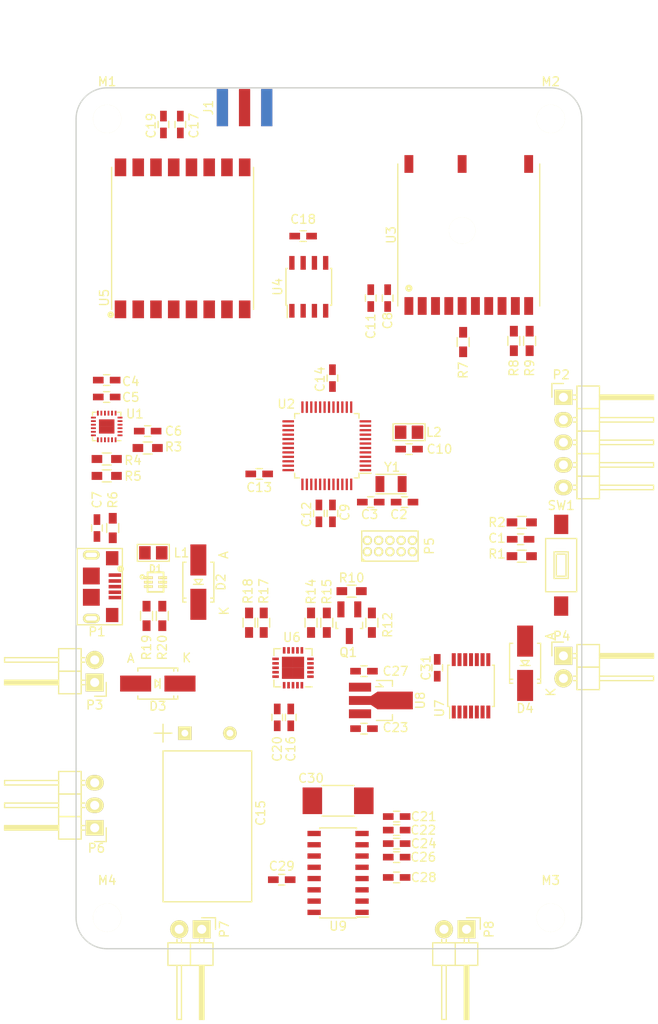
<source format=kicad_pcb>
(kicad_pcb (version 4) (host pcbnew 4.0.2-stable)

  (general
    (links 219)
    (no_connects 219)
    (area 27.272599 25.949599 135.100001 141.637401)
    (thickness 1.6)
    (drawings 12)
    (tracks 0)
    (zones 0)
    (modules 78)
    (nets 103)
  )

  (page A4)
  (layers
    (0 F.Cu signal)
    (31 B.Cu signal)
    (32 B.Adhes user)
    (33 F.Adhes user)
    (34 B.Paste user)
    (35 F.Paste user)
    (36 B.SilkS user)
    (37 F.SilkS user)
    (38 B.Mask user)
    (39 F.Mask user)
    (40 Dwgs.User user hide)
    (41 Cmts.User user)
    (42 Eco1.User user)
    (43 Eco2.User user)
    (44 Edge.Cuts user)
    (45 Margin user)
    (46 B.CrtYd user)
    (47 F.CrtYd user)
    (48 B.Fab user)
    (49 F.Fab user)
  )

  (setup
    (last_trace_width 0.254)
    (trace_clearance 0.1524)
    (zone_clearance 0.508)
    (zone_45_only no)
    (trace_min 0.1524)
    (segment_width 0.2)
    (edge_width 0.15)
    (via_size 0.635)
    (via_drill 0.381)
    (via_min_size 0.635)
    (via_min_drill 0.381)
    (uvia_size 0.508)
    (uvia_drill 0.3048)
    (uvias_allowed no)
    (uvia_min_size 0.508)
    (uvia_min_drill 0.3048)
    (pcb_text_width 0.3)
    (pcb_text_size 1.5 1.5)
    (mod_edge_width 0.15)
    (mod_text_size 1 1)
    (mod_text_width 0.15)
    (pad_size 2.032 2.032)
    (pad_drill 1.016)
    (pad_to_mask_clearance 0.2)
    (aux_axis_origin 0 0)
    (visible_elements FFFEFF7F)
    (pcbplotparams
      (layerselection 0x00030_80000001)
      (usegerberextensions false)
      (excludeedgelayer true)
      (linewidth 0.100000)
      (plotframeref false)
      (viasonmask false)
      (mode 1)
      (useauxorigin false)
      (hpglpennumber 1)
      (hpglpenspeed 20)
      (hpglpendiameter 15)
      (hpglpenoverlay 2)
      (psnegative false)
      (psa4output false)
      (plotreference true)
      (plotvalue true)
      (plotinvisibletext false)
      (padsonsilk false)
      (subtractmaskfromsilk false)
      (outputformat 1)
      (mirror false)
      (drillshape 1)
      (scaleselection 1)
      (outputdirectory ""))
  )

  (net 0 "")
  (net 1 /~RESET~)
  (net 2 GND)
  (net 3 "Net-(C2-Pad2)")
  (net 4 "Net-(C3-Pad2)")
  (net 5 "Net-(C4-Pad1)")
  (net 6 +3V3)
  (net 7 "Net-(C7-Pad1)")
  (net 8 "Net-(C10-Pad1)")
  (net 9 "Net-(C12-Pad1)")
  (net 10 VCC)
  (net 11 VBAT)
  (net 12 "Net-(C21-Pad1)")
  (net 13 "Net-(C21-Pad2)")
  (net 14 "Net-(C22-Pad1)")
  (net 15 VOUT)
  (net 16 "Net-(C24-Pad1)")
  (net 17 "Net-(C24-Pad2)")
  (net 18 "Net-(D1-Pad1)")
  (net 19 "Net-(D1-Pad3)")
  (net 20 /USB+)
  (net 21 VBUS)
  (net 22 /USB-)
  (net 23 "Net-(D3-Pad2)")
  (net 24 "Net-(D4-Pad2)")
  (net 25 "Net-(J1-Pad1)")
  (net 26 "Net-(L1-Pad1)")
  (net 27 "Net-(P1-Pad4)")
  (net 28 /AUX_1)
  (net 29 /AUX_2)
  (net 30 /AUX_3)
  (net 31 /SWDIO)
  (net 32 /SWDCLK)
  (net 33 "Net-(P5-Pad6)")
  (net 34 "Net-(P5-Pad7)")
  (net 35 "Net-(P5-Pad8)")
  (net 36 "Net-(P5-Pad9)")
  (net 37 "Net-(P6-Pad2)")
  (net 38 "Net-(P7-Pad1)")
  (net 39 "Net-(P7-Pad2)")
  (net 40 "Net-(P8-Pad1)")
  (net 41 "Net-(P8-Pad2)")
  (net 42 "Net-(Q1-Pad3)")
  (net 43 "Net-(R2-Pad2)")
  (net 44 "Net-(R3-Pad2)")
  (net 45 /SDA)
  (net 46 /SCL)
  (net 47 /GPS_FIX)
  (net 48 "Net-(R7-Pad2)")
  (net 49 /GPS_TXD)
  (net 50 "Net-(R8-Pad2)")
  (net 51 "Net-(R9-Pad1)")
  (net 52 /GPS_RXD)
  (net 53 /STAT1)
  (net 54 /STAT2)
  (net 55 "Net-(R14-Pad2)")
  (net 56 /~PG)
  (net 57 "Net-(R17-Pad1)")
  (net 58 "Net-(R18-Pad1)")
  (net 59 "Net-(U1-Pad2)")
  (net 60 "Net-(U1-Pad3)")
  (net 61 "Net-(U1-Pad4)")
  (net 62 "Net-(U1-Pad5)")
  (net 63 "Net-(U1-Pad6)")
  (net 64 "Net-(U1-Pad7)")
  (net 65 /MPU_INT)
  (net 66 "Net-(U1-Pad14)")
  (net 67 "Net-(U1-Pad15)")
  (net 68 "Net-(U1-Pad16)")
  (net 69 "Net-(U1-Pad17)")
  (net 70 "Net-(U1-Pad19)")
  (net 71 "Net-(U1-Pad21)")
  (net 72 /AudioIn)
  (net 73 "Net-(U2-Pad4)")
  (net 74 "Net-(U2-Pad7)")
  (net 75 "Net-(U2-Pad8)")
  (net 76 "Net-(U2-Pad9)")
  (net 77 /Flash_CS)
  (net 78 "Net-(U2-Pad14)")
  (net 79 /MOSI)
  (net 80 /SCK)
  (net 81 /MISO)
  (net 82 /RF_INT)
  (net 83 /RF_CS)
  (net 84 /AMP_SD)
  (net 85 "Net-(U3-Pad6)")
  (net 86 "Net-(U3-Pad7)")
  (net 87 "Net-(U3-Pad2)")
  (net 88 "Net-(U4-Pad3)")
  (net 89 "Net-(U4-Pad7)")
  (net 90 "Net-(U5-Pad6)")
  (net 91 "Net-(U5-Pad11)")
  (net 92 "Net-(U5-Pad12)")
  (net 93 "Net-(U5-Pad15)")
  (net 94 "Net-(U5-Pad16)")
  (net 95 "Net-(U9-Pad5)")
  (net 96 /USB_ID)
  (net 97 "Net-(U2-Pad28)")
  (net 98 "Net-(U2-Pad29)")
  (net 99 "Net-(U2-Pad30)")
  (net 100 "Net-(U2-Pad37)")
  (net 101 "Net-(U2-Pad38)")
  (net 102 "Net-(U2-Pad13)")

  (net_class Default "This is the default net class."
    (clearance 0.1524)
    (trace_width 0.254)
    (via_dia 0.635)
    (via_drill 0.381)
    (uvia_dia 0.508)
    (uvia_drill 0.3048)
    (add_net /AMP_SD)
    (add_net /AUX_1)
    (add_net /AUX_2)
    (add_net /AUX_3)
    (add_net /AudioIn)
    (add_net /Flash_CS)
    (add_net /GPS_FIX)
    (add_net /GPS_RXD)
    (add_net /GPS_TXD)
    (add_net /MISO)
    (add_net /MOSI)
    (add_net /MPU_INT)
    (add_net /RF_CS)
    (add_net /RF_INT)
    (add_net /SCK)
    (add_net /SCL)
    (add_net /SDA)
    (add_net /STAT1)
    (add_net /STAT2)
    (add_net /SWDCLK)
    (add_net /SWDIO)
    (add_net /USB+)
    (add_net /USB-)
    (add_net /USB_ID)
    (add_net /~PG)
    (add_net /~RESET~)
    (add_net GND)
    (add_net "Net-(C10-Pad1)")
    (add_net "Net-(C12-Pad1)")
    (add_net "Net-(C2-Pad2)")
    (add_net "Net-(C21-Pad1)")
    (add_net "Net-(C21-Pad2)")
    (add_net "Net-(C22-Pad1)")
    (add_net "Net-(C24-Pad1)")
    (add_net "Net-(C24-Pad2)")
    (add_net "Net-(C3-Pad2)")
    (add_net "Net-(C4-Pad1)")
    (add_net "Net-(C7-Pad1)")
    (add_net "Net-(D1-Pad1)")
    (add_net "Net-(D1-Pad3)")
    (add_net "Net-(D3-Pad2)")
    (add_net "Net-(D4-Pad2)")
    (add_net "Net-(J1-Pad1)")
    (add_net "Net-(L1-Pad1)")
    (add_net "Net-(P1-Pad4)")
    (add_net "Net-(P5-Pad6)")
    (add_net "Net-(P5-Pad7)")
    (add_net "Net-(P5-Pad8)")
    (add_net "Net-(P5-Pad9)")
    (add_net "Net-(P6-Pad2)")
    (add_net "Net-(P7-Pad1)")
    (add_net "Net-(P7-Pad2)")
    (add_net "Net-(P8-Pad1)")
    (add_net "Net-(P8-Pad2)")
    (add_net "Net-(Q1-Pad3)")
    (add_net "Net-(R14-Pad2)")
    (add_net "Net-(R17-Pad1)")
    (add_net "Net-(R18-Pad1)")
    (add_net "Net-(R2-Pad2)")
    (add_net "Net-(R3-Pad2)")
    (add_net "Net-(R7-Pad2)")
    (add_net "Net-(R8-Pad2)")
    (add_net "Net-(R9-Pad1)")
    (add_net "Net-(U1-Pad14)")
    (add_net "Net-(U1-Pad15)")
    (add_net "Net-(U1-Pad16)")
    (add_net "Net-(U1-Pad17)")
    (add_net "Net-(U1-Pad19)")
    (add_net "Net-(U1-Pad2)")
    (add_net "Net-(U1-Pad21)")
    (add_net "Net-(U1-Pad3)")
    (add_net "Net-(U1-Pad4)")
    (add_net "Net-(U1-Pad5)")
    (add_net "Net-(U1-Pad6)")
    (add_net "Net-(U1-Pad7)")
    (add_net "Net-(U2-Pad13)")
    (add_net "Net-(U2-Pad14)")
    (add_net "Net-(U2-Pad28)")
    (add_net "Net-(U2-Pad29)")
    (add_net "Net-(U2-Pad30)")
    (add_net "Net-(U2-Pad37)")
    (add_net "Net-(U2-Pad38)")
    (add_net "Net-(U2-Pad4)")
    (add_net "Net-(U2-Pad7)")
    (add_net "Net-(U2-Pad8)")
    (add_net "Net-(U2-Pad9)")
    (add_net "Net-(U3-Pad2)")
    (add_net "Net-(U3-Pad6)")
    (add_net "Net-(U3-Pad7)")
    (add_net "Net-(U4-Pad3)")
    (add_net "Net-(U4-Pad7)")
    (add_net "Net-(U5-Pad11)")
    (add_net "Net-(U5-Pad12)")
    (add_net "Net-(U5-Pad15)")
    (add_net "Net-(U5-Pad16)")
    (add_net "Net-(U5-Pad6)")
    (add_net "Net-(U9-Pad5)")
  )

  (net_class Power ""
    (clearance 0.0254)
    (trace_width 0.508)
    (via_dia 0.635)
    (via_drill 0.381)
    (uvia_dia 0.508)
    (uvia_drill 0.3048)
    (add_net +3V3)
    (add_net VBAT)
    (add_net VBUS)
    (add_net VCC)
    (add_net VOUT)
  )

  (module Cap1017 (layer F.Cu) (tedit 5736B77C) (tstamp 572F2529)
    (at 50.8 108.712 90)
    (path /5722F9CB)
    (fp_text reference C15 (at -9 6 90) (layer F.SilkS)
      (effects (font (size 1 1) (thickness 0.15)))
    )
    (fp_text value 2200uF (at -9 -6 90) (layer F.Fab) hide
      (effects (font (size 1 1) (thickness 0.15)))
    )
    (fp_line (start -1 -5) (end 1 -5) (layer F.SilkS) (width 0.15))
    (fp_line (start 0 -6) (end 0 -4) (layer F.SilkS) (width 0.15))
    (fp_line (start -17 -5) (end -19 -5) (layer F.SilkS) (width 0.15))
    (fp_line (start -19 -5) (end -19 5) (layer F.SilkS) (width 0.15))
    (fp_line (start -19 5) (end -17 5) (layer F.SilkS) (width 0.15))
    (fp_line (start -2 -5) (end -2 5) (layer F.SilkS) (width 0.15))
    (fp_line (start -2 5) (end -17 5) (layer F.SilkS) (width 0.15))
    (fp_line (start -2 -5) (end -17 -5) (layer F.SilkS) (width 0.15))
    (pad 1 thru_hole rect (at 0 -2.54 90) (size 1.524 1.524) (drill 0.762) (layers *.Cu *.Mask F.SilkS)
      (net 10 VCC))
    (pad 2 thru_hole circle (at 0 2.54 90) (size 1.524 1.524) (drill 0.762) (layers *.Cu *.Mask F.SilkS)
      (net 2 GND))
  )

  (module Capacitors_SMD:C_0603_HandSoldering (layer F.Cu) (tedit 5736B1CF) (tstamp 572F24D5)
    (at 86.106 86.868)
    (descr "Capacitor SMD 0603, hand soldering")
    (tags "capacitor 0603")
    (path /5729AF92)
    (attr smd)
    (fp_text reference C1 (at -2.667 -0.127) (layer F.SilkS)
      (effects (font (size 1 1) (thickness 0.15)))
    )
    (fp_text value 0.1uF (at 0 1.9) (layer F.Fab)
      (effects (font (size 1 1) (thickness 0.15)))
    )
    (fp_line (start -1.85 -0.75) (end 1.85 -0.75) (layer F.CrtYd) (width 0.05))
    (fp_line (start -1.85 0.75) (end 1.85 0.75) (layer F.CrtYd) (width 0.05))
    (fp_line (start -1.85 -0.75) (end -1.85 0.75) (layer F.CrtYd) (width 0.05))
    (fp_line (start 1.85 -0.75) (end 1.85 0.75) (layer F.CrtYd) (width 0.05))
    (fp_line (start -0.35 -0.6) (end 0.35 -0.6) (layer F.SilkS) (width 0.15))
    (fp_line (start 0.35 0.6) (end -0.35 0.6) (layer F.SilkS) (width 0.15))
    (pad 1 smd rect (at -0.95 0) (size 1.2 0.75) (layers F.Cu F.Paste F.Mask)
      (net 1 /~RESET~))
    (pad 2 smd rect (at 0.95 0) (size 1.2 0.75) (layers F.Cu F.Paste F.Mask)
      (net 2 GND))
    (model Capacitors_SMD.3dshapes/C_0603_HandSoldering.wrl
      (at (xyz 0 0 0))
      (scale (xyz 1 1 1))
      (rotate (xyz 0 0 0))
    )
  )

  (module Capacitors_SMD:C_0603_HandSoldering (layer F.Cu) (tedit 5736BEB0) (tstamp 572F24DB)
    (at 73.025 82.677 180)
    (descr "Capacitor SMD 0603, hand soldering")
    (tags "capacitor 0603")
    (path /572CA315)
    (attr smd)
    (fp_text reference C2 (at 0.635 -1.397 180) (layer F.SilkS)
      (effects (font (size 1 1) (thickness 0.15)))
    )
    (fp_text value 18pF (at 0 1.9 180) (layer F.Fab)
      (effects (font (size 1 1) (thickness 0.15)))
    )
    (fp_line (start -1.85 -0.75) (end 1.85 -0.75) (layer F.CrtYd) (width 0.05))
    (fp_line (start -1.85 0.75) (end 1.85 0.75) (layer F.CrtYd) (width 0.05))
    (fp_line (start -1.85 -0.75) (end -1.85 0.75) (layer F.CrtYd) (width 0.05))
    (fp_line (start 1.85 -0.75) (end 1.85 0.75) (layer F.CrtYd) (width 0.05))
    (fp_line (start -0.35 -0.6) (end 0.35 -0.6) (layer F.SilkS) (width 0.15))
    (fp_line (start 0.35 0.6) (end -0.35 0.6) (layer F.SilkS) (width 0.15))
    (pad 1 smd rect (at -0.95 0 180) (size 1.2 0.75) (layers F.Cu F.Paste F.Mask)
      (net 2 GND))
    (pad 2 smd rect (at 0.95 0 180) (size 1.2 0.75) (layers F.Cu F.Paste F.Mask)
      (net 3 "Net-(C2-Pad2)"))
    (model Capacitors_SMD.3dshapes/C_0603_HandSoldering.wrl
      (at (xyz 0 0 0))
      (scale (xyz 1 1 1))
      (rotate (xyz 0 0 0))
    )
  )

  (module Capacitors_SMD:C_0603_HandSoldering (layer F.Cu) (tedit 5736BEAD) (tstamp 572F24E1)
    (at 69.215 82.677)
    (descr "Capacitor SMD 0603, hand soldering")
    (tags "capacitor 0603")
    (path /572CA224)
    (attr smd)
    (fp_text reference C3 (at -0.127 1.397) (layer F.SilkS)
      (effects (font (size 1 1) (thickness 0.15)))
    )
    (fp_text value 18pF (at 0 1.9) (layer F.Fab)
      (effects (font (size 1 1) (thickness 0.15)))
    )
    (fp_line (start -1.85 -0.75) (end 1.85 -0.75) (layer F.CrtYd) (width 0.05))
    (fp_line (start -1.85 0.75) (end 1.85 0.75) (layer F.CrtYd) (width 0.05))
    (fp_line (start -1.85 -0.75) (end -1.85 0.75) (layer F.CrtYd) (width 0.05))
    (fp_line (start 1.85 -0.75) (end 1.85 0.75) (layer F.CrtYd) (width 0.05))
    (fp_line (start -0.35 -0.6) (end 0.35 -0.6) (layer F.SilkS) (width 0.15))
    (fp_line (start 0.35 0.6) (end -0.35 0.6) (layer F.SilkS) (width 0.15))
    (pad 1 smd rect (at -0.95 0) (size 1.2 0.75) (layers F.Cu F.Paste F.Mask)
      (net 2 GND))
    (pad 2 smd rect (at 0.95 0) (size 1.2 0.75) (layers F.Cu F.Paste F.Mask)
      (net 4 "Net-(C3-Pad2)"))
    (model Capacitors_SMD.3dshapes/C_0603_HandSoldering.wrl
      (at (xyz 0 0 0))
      (scale (xyz 1 1 1))
      (rotate (xyz 0 0 0))
    )
  )

  (module Capacitors_SMD:C_0603_HandSoldering (layer F.Cu) (tedit 5736BEF4) (tstamp 572F24E7)
    (at 39.4515 68.9295 180)
    (descr "Capacitor SMD 0603, hand soldering")
    (tags "capacitor 0603")
    (path /572325D3)
    (attr smd)
    (fp_text reference C4 (at -2.7125 -0.1585 180) (layer F.SilkS)
      (effects (font (size 1 1) (thickness 0.15)))
    )
    (fp_text value 0.1uF (at 4.445 0 180) (layer F.Fab)
      (effects (font (size 1 1) (thickness 0.15)))
    )
    (fp_line (start -1.85 -0.75) (end 1.85 -0.75) (layer F.CrtYd) (width 0.05))
    (fp_line (start -1.85 0.75) (end 1.85 0.75) (layer F.CrtYd) (width 0.05))
    (fp_line (start -1.85 -0.75) (end -1.85 0.75) (layer F.CrtYd) (width 0.05))
    (fp_line (start 1.85 -0.75) (end 1.85 0.75) (layer F.CrtYd) (width 0.05))
    (fp_line (start -0.35 -0.6) (end 0.35 -0.6) (layer F.SilkS) (width 0.15))
    (fp_line (start 0.35 0.6) (end -0.35 0.6) (layer F.SilkS) (width 0.15))
    (pad 1 smd rect (at -0.95 0 180) (size 1.2 0.75) (layers F.Cu F.Paste F.Mask)
      (net 5 "Net-(C4-Pad1)"))
    (pad 2 smd rect (at 0.95 0 180) (size 1.2 0.75) (layers F.Cu F.Paste F.Mask)
      (net 2 GND))
    (model Capacitors_SMD.3dshapes/C_0603_HandSoldering.wrl
      (at (xyz 0 0 0))
      (scale (xyz 1 1 1))
      (rotate (xyz 0 0 0))
    )
  )

  (module Capacitors_SMD:C_0603_HandSoldering (layer F.Cu) (tedit 5736BEEF) (tstamp 572F24ED)
    (at 39.4515 70.8345 180)
    (descr "Capacitor SMD 0603, hand soldering")
    (tags "capacitor 0603")
    (path /57232A23)
    (attr smd)
    (fp_text reference C5 (at -2.7125 -0.0315 360) (layer F.SilkS)
      (effects (font (size 1 1) (thickness 0.15)))
    )
    (fp_text value 0.01uF (at 4.445 0 180) (layer F.Fab)
      (effects (font (size 1 1) (thickness 0.15)))
    )
    (fp_line (start -1.85 -0.75) (end 1.85 -0.75) (layer F.CrtYd) (width 0.05))
    (fp_line (start -1.85 0.75) (end 1.85 0.75) (layer F.CrtYd) (width 0.05))
    (fp_line (start -1.85 -0.75) (end -1.85 0.75) (layer F.CrtYd) (width 0.05))
    (fp_line (start 1.85 -0.75) (end 1.85 0.75) (layer F.CrtYd) (width 0.05))
    (fp_line (start -0.35 -0.6) (end 0.35 -0.6) (layer F.SilkS) (width 0.15))
    (fp_line (start 0.35 0.6) (end -0.35 0.6) (layer F.SilkS) (width 0.15))
    (pad 1 smd rect (at -0.95 0 180) (size 1.2 0.75) (layers F.Cu F.Paste F.Mask)
      (net 6 +3V3))
    (pad 2 smd rect (at 0.95 0 180) (size 1.2 0.75) (layers F.Cu F.Paste F.Mask)
      (net 2 GND))
    (model Capacitors_SMD.3dshapes/C_0603_HandSoldering.wrl
      (at (xyz 0 0 0))
      (scale (xyz 1 1 1))
      (rotate (xyz 0 0 0))
    )
  )

  (module Capacitors_SMD:C_0603_HandSoldering (layer F.Cu) (tedit 5736BEE1) (tstamp 572F24F3)
    (at 44.069 74.676)
    (descr "Capacitor SMD 0603, hand soldering")
    (tags "capacitor 0603")
    (path /57232A7E)
    (attr smd)
    (fp_text reference C6 (at 2.921 0) (layer F.SilkS)
      (effects (font (size 1 1) (thickness 0.15)))
    )
    (fp_text value 0.1uF (at 3.175 0) (layer F.Fab)
      (effects (font (size 1 1) (thickness 0.15)))
    )
    (fp_line (start -1.85 -0.75) (end 1.85 -0.75) (layer F.CrtYd) (width 0.05))
    (fp_line (start -1.85 0.75) (end 1.85 0.75) (layer F.CrtYd) (width 0.05))
    (fp_line (start -1.85 -0.75) (end -1.85 0.75) (layer F.CrtYd) (width 0.05))
    (fp_line (start 1.85 -0.75) (end 1.85 0.75) (layer F.CrtYd) (width 0.05))
    (fp_line (start -0.35 -0.6) (end 0.35 -0.6) (layer F.SilkS) (width 0.15))
    (fp_line (start 0.35 0.6) (end -0.35 0.6) (layer F.SilkS) (width 0.15))
    (pad 1 smd rect (at -0.95 0) (size 1.2 0.75) (layers F.Cu F.Paste F.Mask)
      (net 6 +3V3))
    (pad 2 smd rect (at 0.95 0) (size 1.2 0.75) (layers F.Cu F.Paste F.Mask)
      (net 2 GND))
    (model Capacitors_SMD.3dshapes/C_0603_HandSoldering.wrl
      (at (xyz 0 0 0))
      (scale (xyz 1 1 1))
      (rotate (xyz 0 0 0))
    )
  )

  (module Capacitors_SMD:C_0603_HandSoldering (layer F.Cu) (tedit 573510A3) (tstamp 572F24F9)
    (at 38.354 85.598 90)
    (descr "Capacitor SMD 0603, hand soldering")
    (tags "capacitor 0603")
    (path /5729EC72)
    (attr smd)
    (fp_text reference C7 (at 3.175 0 90) (layer F.SilkS)
      (effects (font (size 1 1) (thickness 0.15)))
    )
    (fp_text value 4.7uF (at -3.81 0 90) (layer F.Fab)
      (effects (font (size 1 1) (thickness 0.15)))
    )
    (fp_line (start -1.85 -0.75) (end 1.85 -0.75) (layer F.CrtYd) (width 0.05))
    (fp_line (start -1.85 0.75) (end 1.85 0.75) (layer F.CrtYd) (width 0.05))
    (fp_line (start -1.85 -0.75) (end -1.85 0.75) (layer F.CrtYd) (width 0.05))
    (fp_line (start 1.85 -0.75) (end 1.85 0.75) (layer F.CrtYd) (width 0.05))
    (fp_line (start -0.35 -0.6) (end 0.35 -0.6) (layer F.SilkS) (width 0.15))
    (fp_line (start 0.35 0.6) (end -0.35 0.6) (layer F.SilkS) (width 0.15))
    (pad 1 smd rect (at -0.95 0 90) (size 1.2 0.75) (layers F.Cu F.Paste F.Mask)
      (net 7 "Net-(C7-Pad1)"))
    (pad 2 smd rect (at 0.95 0 90) (size 1.2 0.75) (layers F.Cu F.Paste F.Mask)
      (net 2 GND))
    (model Capacitors_SMD.3dshapes/C_0603_HandSoldering.wrl
      (at (xyz 0 0 0))
      (scale (xyz 1 1 1))
      (rotate (xyz 0 0 0))
    )
  )

  (module Capacitors_SMD:C_0603_HandSoldering (layer F.Cu) (tedit 5735150A) (tstamp 572F24FF)
    (at 71.12 59.69 90)
    (descr "Capacitor SMD 0603, hand soldering")
    (tags "capacitor 0603")
    (path /57236A74)
    (attr smd)
    (fp_text reference C8 (at -2.54 0 90) (layer F.SilkS)
      (effects (font (size 1 1) (thickness 0.15)))
    )
    (fp_text value 1uF (at 3.175 0 90) (layer F.Fab)
      (effects (font (size 1 1) (thickness 0.15)))
    )
    (fp_line (start -1.85 -0.75) (end 1.85 -0.75) (layer F.CrtYd) (width 0.05))
    (fp_line (start -1.85 0.75) (end 1.85 0.75) (layer F.CrtYd) (width 0.05))
    (fp_line (start -1.85 -0.75) (end -1.85 0.75) (layer F.CrtYd) (width 0.05))
    (fp_line (start 1.85 -0.75) (end 1.85 0.75) (layer F.CrtYd) (width 0.05))
    (fp_line (start -0.35 -0.6) (end 0.35 -0.6) (layer F.SilkS) (width 0.15))
    (fp_line (start 0.35 0.6) (end -0.35 0.6) (layer F.SilkS) (width 0.15))
    (pad 1 smd rect (at -0.95 0 90) (size 1.2 0.75) (layers F.Cu F.Paste F.Mask)
      (net 6 +3V3))
    (pad 2 smd rect (at 0.95 0 90) (size 1.2 0.75) (layers F.Cu F.Paste F.Mask)
      (net 2 GND))
    (model Capacitors_SMD.3dshapes/C_0603_HandSoldering.wrl
      (at (xyz 0 0 0))
      (scale (xyz 1 1 1))
      (rotate (xyz 0 0 0))
    )
  )

  (module Capacitors_SMD:C_0603_HandSoldering (layer F.Cu) (tedit 5736BEAB) (tstamp 572F2505)
    (at 64.897 83.947 270)
    (descr "Capacitor SMD 0603, hand soldering")
    (tags "capacitor 0603")
    (path /57216202)
    (attr smd)
    (fp_text reference C9 (at -0.127 -1.397 270) (layer F.SilkS)
      (effects (font (size 1 1) (thickness 0.15)))
    )
    (fp_text value 0.1uF (at 0 1.9 270) (layer F.Fab)
      (effects (font (size 1 1) (thickness 0.15)))
    )
    (fp_line (start -1.85 -0.75) (end 1.85 -0.75) (layer F.CrtYd) (width 0.05))
    (fp_line (start -1.85 0.75) (end 1.85 0.75) (layer F.CrtYd) (width 0.05))
    (fp_line (start -1.85 -0.75) (end -1.85 0.75) (layer F.CrtYd) (width 0.05))
    (fp_line (start 1.85 -0.75) (end 1.85 0.75) (layer F.CrtYd) (width 0.05))
    (fp_line (start -0.35 -0.6) (end 0.35 -0.6) (layer F.SilkS) (width 0.15))
    (fp_line (start 0.35 0.6) (end -0.35 0.6) (layer F.SilkS) (width 0.15))
    (pad 1 smd rect (at -0.95 0 270) (size 1.2 0.75) (layers F.Cu F.Paste F.Mask)
      (net 6 +3V3))
    (pad 2 smd rect (at 0.95 0 270) (size 1.2 0.75) (layers F.Cu F.Paste F.Mask)
      (net 2 GND))
    (model Capacitors_SMD.3dshapes/C_0603_HandSoldering.wrl
      (at (xyz 0 0 0))
      (scale (xyz 1 1 1))
      (rotate (xyz 0 0 0))
    )
  )

  (module Capacitors_SMD:C_0603_HandSoldering (layer F.Cu) (tedit 5736BEC7) (tstamp 572F250B)
    (at 73.533 76.708)
    (descr "Capacitor SMD 0603, hand soldering")
    (tags "capacitor 0603")
    (path /572162C8)
    (attr smd)
    (fp_text reference C10 (at 3.429 0) (layer F.SilkS)
      (effects (font (size 1 1) (thickness 0.15)))
    )
    (fp_text value 0.1uF (at 0 1.9) (layer F.Fab)
      (effects (font (size 1 1) (thickness 0.15)))
    )
    (fp_line (start -1.85 -0.75) (end 1.85 -0.75) (layer F.CrtYd) (width 0.05))
    (fp_line (start -1.85 0.75) (end 1.85 0.75) (layer F.CrtYd) (width 0.05))
    (fp_line (start -1.85 -0.75) (end -1.85 0.75) (layer F.CrtYd) (width 0.05))
    (fp_line (start 1.85 -0.75) (end 1.85 0.75) (layer F.CrtYd) (width 0.05))
    (fp_line (start -0.35 -0.6) (end 0.35 -0.6) (layer F.SilkS) (width 0.15))
    (fp_line (start 0.35 0.6) (end -0.35 0.6) (layer F.SilkS) (width 0.15))
    (pad 1 smd rect (at -0.95 0) (size 1.2 0.75) (layers F.Cu F.Paste F.Mask)
      (net 8 "Net-(C10-Pad1)"))
    (pad 2 smd rect (at 0.95 0) (size 1.2 0.75) (layers F.Cu F.Paste F.Mask)
      (net 2 GND))
    (model Capacitors_SMD.3dshapes/C_0603_HandSoldering.wrl
      (at (xyz 0 0 0))
      (scale (xyz 1 1 1))
      (rotate (xyz 0 0 0))
    )
  )

  (module Capacitors_SMD:C_0603_HandSoldering (layer F.Cu) (tedit 5735150C) (tstamp 572F2511)
    (at 69.215 59.69 90)
    (descr "Capacitor SMD 0603, hand soldering")
    (tags "capacitor 0603")
    (path /57236AE9)
    (attr smd)
    (fp_text reference C11 (at -3.175 0 90) (layer F.SilkS)
      (effects (font (size 1 1) (thickness 0.15)))
    )
    (fp_text value 0.01uF (at 3.81 0 90) (layer F.Fab)
      (effects (font (size 1 1) (thickness 0.15)))
    )
    (fp_line (start -1.85 -0.75) (end 1.85 -0.75) (layer F.CrtYd) (width 0.05))
    (fp_line (start -1.85 0.75) (end 1.85 0.75) (layer F.CrtYd) (width 0.05))
    (fp_line (start -1.85 -0.75) (end -1.85 0.75) (layer F.CrtYd) (width 0.05))
    (fp_line (start 1.85 -0.75) (end 1.85 0.75) (layer F.CrtYd) (width 0.05))
    (fp_line (start -0.35 -0.6) (end 0.35 -0.6) (layer F.SilkS) (width 0.15))
    (fp_line (start 0.35 0.6) (end -0.35 0.6) (layer F.SilkS) (width 0.15))
    (pad 1 smd rect (at -0.95 0 90) (size 1.2 0.75) (layers F.Cu F.Paste F.Mask)
      (net 6 +3V3))
    (pad 2 smd rect (at 0.95 0 90) (size 1.2 0.75) (layers F.Cu F.Paste F.Mask)
      (net 2 GND))
    (model Capacitors_SMD.3dshapes/C_0603_HandSoldering.wrl
      (at (xyz 0 0 0))
      (scale (xyz 1 1 1))
      (rotate (xyz 0 0 0))
    )
  )

  (module Capacitors_SMD:C_0603_HandSoldering (layer F.Cu) (tedit 5736BEA2) (tstamp 572F2517)
    (at 63.373 83.947 270)
    (descr "Capacitor SMD 0603, hand soldering")
    (tags "capacitor 0603")
    (path /57216269)
    (attr smd)
    (fp_text reference C12 (at 0.127 1.397 270) (layer F.SilkS)
      (effects (font (size 1 1) (thickness 0.15)))
    )
    (fp_text value 1uF (at 0 1.9 270) (layer F.Fab)
      (effects (font (size 1 1) (thickness 0.15)))
    )
    (fp_line (start -1.85 -0.75) (end 1.85 -0.75) (layer F.CrtYd) (width 0.05))
    (fp_line (start -1.85 0.75) (end 1.85 0.75) (layer F.CrtYd) (width 0.05))
    (fp_line (start -1.85 -0.75) (end -1.85 0.75) (layer F.CrtYd) (width 0.05))
    (fp_line (start 1.85 -0.75) (end 1.85 0.75) (layer F.CrtYd) (width 0.05))
    (fp_line (start -0.35 -0.6) (end 0.35 -0.6) (layer F.SilkS) (width 0.15))
    (fp_line (start 0.35 0.6) (end -0.35 0.6) (layer F.SilkS) (width 0.15))
    (pad 1 smd rect (at -0.95 0 270) (size 1.2 0.75) (layers F.Cu F.Paste F.Mask)
      (net 9 "Net-(C12-Pad1)"))
    (pad 2 smd rect (at 0.95 0 270) (size 1.2 0.75) (layers F.Cu F.Paste F.Mask)
      (net 2 GND))
    (model Capacitors_SMD.3dshapes/C_0603_HandSoldering.wrl
      (at (xyz 0 0 0))
      (scale (xyz 1 1 1))
      (rotate (xyz 0 0 0))
    )
  )

  (module Capacitors_SMD:C_0603_HandSoldering (layer F.Cu) (tedit 5736BEA7) (tstamp 572F251D)
    (at 56.642 79.502 180)
    (descr "Capacitor SMD 0603, hand soldering")
    (tags "capacitor 0603")
    (path /57216288)
    (attr smd)
    (fp_text reference C13 (at 0 -1.524 180) (layer F.SilkS)
      (effects (font (size 1 1) (thickness 0.15)))
    )
    (fp_text value 0.1uF (at 0 1.9 180) (layer F.Fab)
      (effects (font (size 1 1) (thickness 0.15)))
    )
    (fp_line (start -1.85 -0.75) (end 1.85 -0.75) (layer F.CrtYd) (width 0.05))
    (fp_line (start -1.85 0.75) (end 1.85 0.75) (layer F.CrtYd) (width 0.05))
    (fp_line (start -1.85 -0.75) (end -1.85 0.75) (layer F.CrtYd) (width 0.05))
    (fp_line (start 1.85 -0.75) (end 1.85 0.75) (layer F.CrtYd) (width 0.05))
    (fp_line (start -0.35 -0.6) (end 0.35 -0.6) (layer F.SilkS) (width 0.15))
    (fp_line (start 0.35 0.6) (end -0.35 0.6) (layer F.SilkS) (width 0.15))
    (pad 1 smd rect (at -0.95 0 180) (size 1.2 0.75) (layers F.Cu F.Paste F.Mask)
      (net 6 +3V3))
    (pad 2 smd rect (at 0.95 0 180) (size 1.2 0.75) (layers F.Cu F.Paste F.Mask)
      (net 2 GND))
    (model Capacitors_SMD.3dshapes/C_0603_HandSoldering.wrl
      (at (xyz 0 0 0))
      (scale (xyz 1 1 1))
      (rotate (xyz 0 0 0))
    )
  )

  (module Capacitors_SMD:C_0603_HandSoldering (layer F.Cu) (tedit 5736BEC4) (tstamp 572F2523)
    (at 64.897 68.707 90)
    (descr "Capacitor SMD 0603, hand soldering")
    (tags "capacitor 0603")
    (path /572162A7)
    (attr smd)
    (fp_text reference C14 (at -0.127 -1.397 90) (layer F.SilkS)
      (effects (font (size 1 1) (thickness 0.15)))
    )
    (fp_text value 0.1uF (at 0 1.9 90) (layer F.Fab)
      (effects (font (size 1 1) (thickness 0.15)))
    )
    (fp_line (start -1.85 -0.75) (end 1.85 -0.75) (layer F.CrtYd) (width 0.05))
    (fp_line (start -1.85 0.75) (end 1.85 0.75) (layer F.CrtYd) (width 0.05))
    (fp_line (start -1.85 -0.75) (end -1.85 0.75) (layer F.CrtYd) (width 0.05))
    (fp_line (start 1.85 -0.75) (end 1.85 0.75) (layer F.CrtYd) (width 0.05))
    (fp_line (start -0.35 -0.6) (end 0.35 -0.6) (layer F.SilkS) (width 0.15))
    (fp_line (start 0.35 0.6) (end -0.35 0.6) (layer F.SilkS) (width 0.15))
    (pad 1 smd rect (at -0.95 0 90) (size 1.2 0.75) (layers F.Cu F.Paste F.Mask)
      (net 6 +3V3))
    (pad 2 smd rect (at 0.95 0 90) (size 1.2 0.75) (layers F.Cu F.Paste F.Mask)
      (net 2 GND))
    (model Capacitors_SMD.3dshapes/C_0603_HandSoldering.wrl
      (at (xyz 0 0 0))
      (scale (xyz 1 1 1))
      (rotate (xyz 0 0 0))
    )
  )

  (module Capacitors_SMD:C_0603_HandSoldering (layer F.Cu) (tedit 5736BDD3) (tstamp 572F252F)
    (at 60.198 106.934 270)
    (descr "Capacitor SMD 0603, hand soldering")
    (tags "capacitor 0603")
    (path /5721A4C0)
    (attr smd)
    (fp_text reference C16 (at 3.556 0 270) (layer F.SilkS)
      (effects (font (size 1 1) (thickness 0.15)))
    )
    (fp_text value 4.7uF (at 0 1.9 270) (layer F.Fab)
      (effects (font (size 1 1) (thickness 0.15)))
    )
    (fp_line (start -1.85 -0.75) (end 1.85 -0.75) (layer F.CrtYd) (width 0.05))
    (fp_line (start -1.85 0.75) (end 1.85 0.75) (layer F.CrtYd) (width 0.05))
    (fp_line (start -1.85 -0.75) (end -1.85 0.75) (layer F.CrtYd) (width 0.05))
    (fp_line (start 1.85 -0.75) (end 1.85 0.75) (layer F.CrtYd) (width 0.05))
    (fp_line (start -0.35 -0.6) (end 0.35 -0.6) (layer F.SilkS) (width 0.15))
    (fp_line (start 0.35 0.6) (end -0.35 0.6) (layer F.SilkS) (width 0.15))
    (pad 1 smd rect (at -0.95 0 270) (size 1.2 0.75) (layers F.Cu F.Paste F.Mask)
      (net 10 VCC))
    (pad 2 smd rect (at 0.95 0 270) (size 1.2 0.75) (layers F.Cu F.Paste F.Mask)
      (net 2 GND))
    (model Capacitors_SMD.3dshapes/C_0603_HandSoldering.wrl
      (at (xyz 0 0 0))
      (scale (xyz 1 1 1))
      (rotate (xyz 0 0 0))
    )
  )

  (module Capacitors_SMD:C_0603_HandSoldering (layer F.Cu) (tedit 57357552) (tstamp 572F2535)
    (at 47.752 40.132 90)
    (descr "Capacitor SMD 0603, hand soldering")
    (tags "capacitor 0603")
    (path /57240586)
    (attr smd)
    (fp_text reference C17 (at -0.127 1.524 90) (layer F.SilkS)
      (effects (font (size 1 1) (thickness 0.15)))
    )
    (fp_text value 0.1uF (at 3.81 0 90) (layer F.Fab)
      (effects (font (size 1 1) (thickness 0.15)))
    )
    (fp_line (start -1.85 -0.75) (end 1.85 -0.75) (layer F.CrtYd) (width 0.05))
    (fp_line (start -1.85 0.75) (end 1.85 0.75) (layer F.CrtYd) (width 0.05))
    (fp_line (start -1.85 -0.75) (end -1.85 0.75) (layer F.CrtYd) (width 0.05))
    (fp_line (start 1.85 -0.75) (end 1.85 0.75) (layer F.CrtYd) (width 0.05))
    (fp_line (start -0.35 -0.6) (end 0.35 -0.6) (layer F.SilkS) (width 0.15))
    (fp_line (start 0.35 0.6) (end -0.35 0.6) (layer F.SilkS) (width 0.15))
    (pad 1 smd rect (at -0.95 0 90) (size 1.2 0.75) (layers F.Cu F.Paste F.Mask)
      (net 6 +3V3))
    (pad 2 smd rect (at 0.95 0 90) (size 1.2 0.75) (layers F.Cu F.Paste F.Mask)
      (net 2 GND))
    (model Capacitors_SMD.3dshapes/C_0603_HandSoldering.wrl
      (at (xyz 0 0 0))
      (scale (xyz 1 1 1))
      (rotate (xyz 0 0 0))
    )
  )

  (module Capacitors_SMD:C_0603_HandSoldering (layer F.Cu) (tedit 541A9B4D) (tstamp 572F253B)
    (at 61.595 52.705)
    (descr "Capacitor SMD 0603, hand soldering")
    (tags "capacitor 0603")
    (path /57238122)
    (attr smd)
    (fp_text reference C18 (at 0 -1.9) (layer F.SilkS)
      (effects (font (size 1 1) (thickness 0.15)))
    )
    (fp_text value 0.1uF (at 0 1.9) (layer F.Fab)
      (effects (font (size 1 1) (thickness 0.15)))
    )
    (fp_line (start -1.85 -0.75) (end 1.85 -0.75) (layer F.CrtYd) (width 0.05))
    (fp_line (start -1.85 0.75) (end 1.85 0.75) (layer F.CrtYd) (width 0.05))
    (fp_line (start -1.85 -0.75) (end -1.85 0.75) (layer F.CrtYd) (width 0.05))
    (fp_line (start 1.85 -0.75) (end 1.85 0.75) (layer F.CrtYd) (width 0.05))
    (fp_line (start -0.35 -0.6) (end 0.35 -0.6) (layer F.SilkS) (width 0.15))
    (fp_line (start 0.35 0.6) (end -0.35 0.6) (layer F.SilkS) (width 0.15))
    (pad 1 smd rect (at -0.95 0) (size 1.2 0.75) (layers F.Cu F.Paste F.Mask)
      (net 6 +3V3))
    (pad 2 smd rect (at 0.95 0) (size 1.2 0.75) (layers F.Cu F.Paste F.Mask)
      (net 2 GND))
    (model Capacitors_SMD.3dshapes/C_0603_HandSoldering.wrl
      (at (xyz 0 0 0))
      (scale (xyz 1 1 1))
      (rotate (xyz 0 0 0))
    )
  )

  (module Capacitors_SMD:C_0603_HandSoldering (layer F.Cu) (tedit 57357559) (tstamp 572F2541)
    (at 45.847 40.132 90)
    (descr "Capacitor SMD 0603, hand soldering")
    (tags "capacitor 0603")
    (path /5724068B)
    (attr smd)
    (fp_text reference C19 (at -0.127 -1.397 90) (layer F.SilkS)
      (effects (font (size 1 1) (thickness 0.15)))
    )
    (fp_text value 4.7uF (at 3.81 0 90) (layer F.Fab)
      (effects (font (size 1 1) (thickness 0.15)))
    )
    (fp_line (start -1.85 -0.75) (end 1.85 -0.75) (layer F.CrtYd) (width 0.05))
    (fp_line (start -1.85 0.75) (end 1.85 0.75) (layer F.CrtYd) (width 0.05))
    (fp_line (start -1.85 -0.75) (end -1.85 0.75) (layer F.CrtYd) (width 0.05))
    (fp_line (start 1.85 -0.75) (end 1.85 0.75) (layer F.CrtYd) (width 0.05))
    (fp_line (start -0.35 -0.6) (end 0.35 -0.6) (layer F.SilkS) (width 0.15))
    (fp_line (start 0.35 0.6) (end -0.35 0.6) (layer F.SilkS) (width 0.15))
    (pad 1 smd rect (at -0.95 0 90) (size 1.2 0.75) (layers F.Cu F.Paste F.Mask)
      (net 6 +3V3))
    (pad 2 smd rect (at 0.95 0 90) (size 1.2 0.75) (layers F.Cu F.Paste F.Mask)
      (net 2 GND))
    (model Capacitors_SMD.3dshapes/C_0603_HandSoldering.wrl
      (at (xyz 0 0 0))
      (scale (xyz 1 1 1))
      (rotate (xyz 0 0 0))
    )
  )

  (module Capacitors_SMD:C_0603_HandSoldering (layer F.Cu) (tedit 5736BDD6) (tstamp 572F2547)
    (at 58.674 106.934 270)
    (descr "Capacitor SMD 0603, hand soldering")
    (tags "capacitor 0603")
    (path /5721A8A3)
    (attr smd)
    (fp_text reference C20 (at 3.556 0 270) (layer F.SilkS)
      (effects (font (size 1 1) (thickness 0.15)))
    )
    (fp_text value 4.7uF (at 0 1.9 270) (layer F.Fab)
      (effects (font (size 1 1) (thickness 0.15)))
    )
    (fp_line (start -1.85 -0.75) (end 1.85 -0.75) (layer F.CrtYd) (width 0.05))
    (fp_line (start -1.85 0.75) (end 1.85 0.75) (layer F.CrtYd) (width 0.05))
    (fp_line (start -1.85 -0.75) (end -1.85 0.75) (layer F.CrtYd) (width 0.05))
    (fp_line (start 1.85 -0.75) (end 1.85 0.75) (layer F.CrtYd) (width 0.05))
    (fp_line (start -0.35 -0.6) (end 0.35 -0.6) (layer F.SilkS) (width 0.15))
    (fp_line (start 0.35 0.6) (end -0.35 0.6) (layer F.SilkS) (width 0.15))
    (pad 1 smd rect (at -0.95 0 270) (size 1.2 0.75) (layers F.Cu F.Paste F.Mask)
      (net 11 VBAT))
    (pad 2 smd rect (at 0.95 0 270) (size 1.2 0.75) (layers F.Cu F.Paste F.Mask)
      (net 2 GND))
    (model Capacitors_SMD.3dshapes/C_0603_HandSoldering.wrl
      (at (xyz 0 0 0))
      (scale (xyz 1 1 1))
      (rotate (xyz 0 0 0))
    )
  )

  (module Capacitors_SMD:C_0603_HandSoldering (layer F.Cu) (tedit 5736BB47) (tstamp 572F254D)
    (at 72.136 118.11)
    (descr "Capacitor SMD 0603, hand soldering")
    (tags "capacitor 0603")
    (path /572ACCD4)
    (attr smd)
    (fp_text reference C21 (at 3.048 0) (layer F.SilkS)
      (effects (font (size 1 1) (thickness 0.15)))
    )
    (fp_text value 0.47uF (at 0 1.9) (layer F.Fab)
      (effects (font (size 1 1) (thickness 0.15)))
    )
    (fp_line (start -1.85 -0.75) (end 1.85 -0.75) (layer F.CrtYd) (width 0.05))
    (fp_line (start -1.85 0.75) (end 1.85 0.75) (layer F.CrtYd) (width 0.05))
    (fp_line (start -1.85 -0.75) (end -1.85 0.75) (layer F.CrtYd) (width 0.05))
    (fp_line (start 1.85 -0.75) (end 1.85 0.75) (layer F.CrtYd) (width 0.05))
    (fp_line (start -0.35 -0.6) (end 0.35 -0.6) (layer F.SilkS) (width 0.15))
    (fp_line (start 0.35 0.6) (end -0.35 0.6) (layer F.SilkS) (width 0.15))
    (pad 1 smd rect (at -0.95 0) (size 1.2 0.75) (layers F.Cu F.Paste F.Mask)
      (net 12 "Net-(C21-Pad1)"))
    (pad 2 smd rect (at 0.95 0) (size 1.2 0.75) (layers F.Cu F.Paste F.Mask)
      (net 13 "Net-(C21-Pad2)"))
    (model Capacitors_SMD.3dshapes/C_0603_HandSoldering.wrl
      (at (xyz 0 0 0))
      (scale (xyz 1 1 1))
      (rotate (xyz 0 0 0))
    )
  )

  (module Capacitors_SMD:C_0603_HandSoldering (layer F.Cu) (tedit 5733E6B8) (tstamp 572F2553)
    (at 72.136 119.634)
    (descr "Capacitor SMD 0603, hand soldering")
    (tags "capacitor 0603")
    (path /5723C2D9)
    (attr smd)
    (fp_text reference C22 (at 3 0) (layer F.SilkS)
      (effects (font (size 1 1) (thickness 0.15)))
    )
    (fp_text value 1uF (at 0 -1) (layer F.Fab)
      (effects (font (size 1 1) (thickness 0.15)))
    )
    (fp_line (start -1.85 -0.75) (end 1.85 -0.75) (layer F.CrtYd) (width 0.05))
    (fp_line (start -1.85 0.75) (end 1.85 0.75) (layer F.CrtYd) (width 0.05))
    (fp_line (start -1.85 -0.75) (end -1.85 0.75) (layer F.CrtYd) (width 0.05))
    (fp_line (start 1.85 -0.75) (end 1.85 0.75) (layer F.CrtYd) (width 0.05))
    (fp_line (start -0.35 -0.6) (end 0.35 -0.6) (layer F.SilkS) (width 0.15))
    (fp_line (start 0.35 0.6) (end -0.35 0.6) (layer F.SilkS) (width 0.15))
    (pad 1 smd rect (at -0.95 0) (size 1.2 0.75) (layers F.Cu F.Paste F.Mask)
      (net 14 "Net-(C22-Pad1)"))
    (pad 2 smd rect (at 0.95 0) (size 1.2 0.75) (layers F.Cu F.Paste F.Mask)
      (net 2 GND))
    (model Capacitors_SMD.3dshapes/C_0603_HandSoldering.wrl
      (at (xyz 0 0 0))
      (scale (xyz 1 1 1))
      (rotate (xyz 0 0 0))
    )
  )

  (module Capacitors_SMD:C_0603_HandSoldering (layer F.Cu) (tedit 5736BDD1) (tstamp 572F2559)
    (at 68.453 108.204)
    (descr "Capacitor SMD 0603, hand soldering")
    (tags "capacitor 0603")
    (path /5721A5B0)
    (attr smd)
    (fp_text reference C23 (at 3.556 -0.127) (layer F.SilkS)
      (effects (font (size 1 1) (thickness 0.15)))
    )
    (fp_text value 4.7uF (at 0 1.9) (layer F.Fab)
      (effects (font (size 1 1) (thickness 0.15)))
    )
    (fp_line (start -1.85 -0.75) (end 1.85 -0.75) (layer F.CrtYd) (width 0.05))
    (fp_line (start -1.85 0.75) (end 1.85 0.75) (layer F.CrtYd) (width 0.05))
    (fp_line (start -1.85 -0.75) (end -1.85 0.75) (layer F.CrtYd) (width 0.05))
    (fp_line (start 1.85 -0.75) (end 1.85 0.75) (layer F.CrtYd) (width 0.05))
    (fp_line (start -0.35 -0.6) (end 0.35 -0.6) (layer F.SilkS) (width 0.15))
    (fp_line (start 0.35 0.6) (end -0.35 0.6) (layer F.SilkS) (width 0.15))
    (pad 1 smd rect (at -0.95 0) (size 1.2 0.75) (layers F.Cu F.Paste F.Mask)
      (net 15 VOUT))
    (pad 2 smd rect (at 0.95 0) (size 1.2 0.75) (layers F.Cu F.Paste F.Mask)
      (net 2 GND))
    (model Capacitors_SMD.3dshapes/C_0603_HandSoldering.wrl
      (at (xyz 0 0 0))
      (scale (xyz 1 1 1))
      (rotate (xyz 0 0 0))
    )
  )

  (module Capacitors_SMD:C_0603_HandSoldering (layer F.Cu) (tedit 5736BB3D) (tstamp 572F255F)
    (at 72.136 121.158)
    (descr "Capacitor SMD 0603, hand soldering")
    (tags "capacitor 0603")
    (path /572AC726)
    (attr smd)
    (fp_text reference C24 (at 3.048 0) (layer F.SilkS)
      (effects (font (size 1 1) (thickness 0.15)))
    )
    (fp_text value 0.47uF (at 0 1.9) (layer F.Fab)
      (effects (font (size 1 1) (thickness 0.15)))
    )
    (fp_line (start -1.85 -0.75) (end 1.85 -0.75) (layer F.CrtYd) (width 0.05))
    (fp_line (start -1.85 0.75) (end 1.85 0.75) (layer F.CrtYd) (width 0.05))
    (fp_line (start -1.85 -0.75) (end -1.85 0.75) (layer F.CrtYd) (width 0.05))
    (fp_line (start 1.85 -0.75) (end 1.85 0.75) (layer F.CrtYd) (width 0.05))
    (fp_line (start -0.35 -0.6) (end 0.35 -0.6) (layer F.SilkS) (width 0.15))
    (fp_line (start 0.35 0.6) (end -0.35 0.6) (layer F.SilkS) (width 0.15))
    (pad 1 smd rect (at -0.95 0) (size 1.2 0.75) (layers F.Cu F.Paste F.Mask)
      (net 16 "Net-(C24-Pad1)"))
    (pad 2 smd rect (at 0.95 0) (size 1.2 0.75) (layers F.Cu F.Paste F.Mask)
      (net 17 "Net-(C24-Pad2)"))
    (model Capacitors_SMD.3dshapes/C_0603_HandSoldering.wrl
      (at (xyz 0 0 0))
      (scale (xyz 1 1 1))
      (rotate (xyz 0 0 0))
    )
  )

  (module Capacitors_SMD:C_0603_HandSoldering (layer F.Cu) (tedit 5733E6BB) (tstamp 572F256B)
    (at 72.136 122.682)
    (descr "Capacitor SMD 0603, hand soldering")
    (tags "capacitor 0603")
    (path /5723A103)
    (attr smd)
    (fp_text reference C26 (at 3 0) (layer F.SilkS)
      (effects (font (size 1 1) (thickness 0.15)))
    )
    (fp_text value 1uF (at 0 1) (layer F.Fab)
      (effects (font (size 1 1) (thickness 0.15)))
    )
    (fp_line (start -1.85 -0.75) (end 1.85 -0.75) (layer F.CrtYd) (width 0.05))
    (fp_line (start -1.85 0.75) (end 1.85 0.75) (layer F.CrtYd) (width 0.05))
    (fp_line (start -1.85 -0.75) (end -1.85 0.75) (layer F.CrtYd) (width 0.05))
    (fp_line (start 1.85 -0.75) (end 1.85 0.75) (layer F.CrtYd) (width 0.05))
    (fp_line (start -0.35 -0.6) (end 0.35 -0.6) (layer F.SilkS) (width 0.15))
    (fp_line (start 0.35 0.6) (end -0.35 0.6) (layer F.SilkS) (width 0.15))
    (pad 1 smd rect (at -0.95 0) (size 1.2 0.75) (layers F.Cu F.Paste F.Mask)
      (net 6 +3V3))
    (pad 2 smd rect (at 0.95 0) (size 1.2 0.75) (layers F.Cu F.Paste F.Mask)
      (net 2 GND))
    (model Capacitors_SMD.3dshapes/C_0603_HandSoldering.wrl
      (at (xyz 0 0 0))
      (scale (xyz 1 1 1))
      (rotate (xyz 0 0 0))
    )
  )

  (module Capacitors_SMD:C_0603_HandSoldering (layer F.Cu) (tedit 5736BDDB) (tstamp 572F2571)
    (at 68.453 101.727 180)
    (descr "Capacitor SMD 0603, hand soldering")
    (tags "capacitor 0603")
    (path /5729842C)
    (attr smd)
    (fp_text reference C27 (at -3.556 0 180) (layer F.SilkS)
      (effects (font (size 1 1) (thickness 0.15)))
    )
    (fp_text value 1uF (at 0 1.9 180) (layer F.Fab)
      (effects (font (size 1 1) (thickness 0.15)))
    )
    (fp_line (start -1.85 -0.75) (end 1.85 -0.75) (layer F.CrtYd) (width 0.05))
    (fp_line (start -1.85 0.75) (end 1.85 0.75) (layer F.CrtYd) (width 0.05))
    (fp_line (start -1.85 -0.75) (end -1.85 0.75) (layer F.CrtYd) (width 0.05))
    (fp_line (start 1.85 -0.75) (end 1.85 0.75) (layer F.CrtYd) (width 0.05))
    (fp_line (start -0.35 -0.6) (end 0.35 -0.6) (layer F.SilkS) (width 0.15))
    (fp_line (start 0.35 0.6) (end -0.35 0.6) (layer F.SilkS) (width 0.15))
    (pad 1 smd rect (at -0.95 0 180) (size 1.2 0.75) (layers F.Cu F.Paste F.Mask)
      (net 6 +3V3))
    (pad 2 smd rect (at 0.95 0 180) (size 1.2 0.75) (layers F.Cu F.Paste F.Mask)
      (net 2 GND))
    (model Capacitors_SMD.3dshapes/C_0603_HandSoldering.wrl
      (at (xyz 0 0 0))
      (scale (xyz 1 1 1))
      (rotate (xyz 0 0 0))
    )
  )

  (module Capacitors_SMD:C_0603_HandSoldering (layer F.Cu) (tedit 5736BB78) (tstamp 572F2577)
    (at 72.136 124.968)
    (descr "Capacitor SMD 0603, hand soldering")
    (tags "capacitor 0603")
    (path /57239F50)
    (attr smd)
    (fp_text reference C28 (at 3.048 0) (layer F.SilkS)
      (effects (font (size 1 1) (thickness 0.15)))
    )
    (fp_text value 1uF (at 0 1.9) (layer F.Fab)
      (effects (font (size 1 1) (thickness 0.15)))
    )
    (fp_line (start -1.85 -0.75) (end 1.85 -0.75) (layer F.CrtYd) (width 0.05))
    (fp_line (start -1.85 0.75) (end 1.85 0.75) (layer F.CrtYd) (width 0.05))
    (fp_line (start -1.85 -0.75) (end -1.85 0.75) (layer F.CrtYd) (width 0.05))
    (fp_line (start 1.85 -0.75) (end 1.85 0.75) (layer F.CrtYd) (width 0.05))
    (fp_line (start -0.35 -0.6) (end 0.35 -0.6) (layer F.SilkS) (width 0.15))
    (fp_line (start 0.35 0.6) (end -0.35 0.6) (layer F.SilkS) (width 0.15))
    (pad 1 smd rect (at -0.95 0) (size 1.2 0.75) (layers F.Cu F.Paste F.Mask)
      (net 15 VOUT))
    (pad 2 smd rect (at 0.95 0) (size 1.2 0.75) (layers F.Cu F.Paste F.Mask)
      (net 2 GND))
    (model Capacitors_SMD.3dshapes/C_0603_HandSoldering.wrl
      (at (xyz 0 0 0))
      (scale (xyz 1 1 1))
      (rotate (xyz 0 0 0))
    )
  )

  (module Capacitors_SMD:C_0603_HandSoldering (layer F.Cu) (tedit 5736BE22) (tstamp 572F257D)
    (at 59.182 125.222 180)
    (descr "Capacitor SMD 0603, hand soldering")
    (tags "capacitor 0603")
    (path /57239EDC)
    (attr smd)
    (fp_text reference C29 (at 0 1.524 180) (layer F.SilkS)
      (effects (font (size 1 1) (thickness 0.15)))
    )
    (fp_text value 1uF (at 0 1.9 180) (layer F.Fab)
      (effects (font (size 1 1) (thickness 0.15)))
    )
    (fp_line (start -1.85 -0.75) (end 1.85 -0.75) (layer F.CrtYd) (width 0.05))
    (fp_line (start -1.85 0.75) (end 1.85 0.75) (layer F.CrtYd) (width 0.05))
    (fp_line (start -1.85 -0.75) (end -1.85 0.75) (layer F.CrtYd) (width 0.05))
    (fp_line (start 1.85 -0.75) (end 1.85 0.75) (layer F.CrtYd) (width 0.05))
    (fp_line (start -0.35 -0.6) (end 0.35 -0.6) (layer F.SilkS) (width 0.15))
    (fp_line (start 0.35 0.6) (end -0.35 0.6) (layer F.SilkS) (width 0.15))
    (pad 1 smd rect (at -0.95 0 180) (size 1.2 0.75) (layers F.Cu F.Paste F.Mask)
      (net 15 VOUT))
    (pad 2 smd rect (at 0.95 0 180) (size 1.2 0.75) (layers F.Cu F.Paste F.Mask)
      (net 2 GND))
    (model Capacitors_SMD.3dshapes/C_0603_HandSoldering.wrl
      (at (xyz 0 0 0))
      (scale (xyz 1 1 1))
      (rotate (xyz 0 0 0))
    )
  )

  (module Capacitors_SMD:C_1812_HandSoldering (layer F.Cu) (tedit 5736BDE9) (tstamp 572F2583)
    (at 65.532 116.332)
    (descr "Capacitor SMD 1812, hand soldering")
    (tags "capacitor 1812")
    (path /5723A061)
    (attr smd)
    (fp_text reference C30 (at -3.048 -2.54) (layer F.SilkS)
      (effects (font (size 1 1) (thickness 0.15)))
    )
    (fp_text value 47uF (at 0 3) (layer F.Fab)
      (effects (font (size 1 1) (thickness 0.15)))
    )
    (fp_line (start -4.3 -1.85) (end 4.3 -1.85) (layer F.CrtYd) (width 0.05))
    (fp_line (start -4.3 1.85) (end 4.3 1.85) (layer F.CrtYd) (width 0.05))
    (fp_line (start -4.3 -1.85) (end -4.3 1.85) (layer F.CrtYd) (width 0.05))
    (fp_line (start 4.3 -1.85) (end 4.3 1.85) (layer F.CrtYd) (width 0.05))
    (fp_line (start 1.8 -1.725) (end -1.8 -1.725) (layer F.SilkS) (width 0.15))
    (fp_line (start -1.8 1.725) (end 1.8 1.725) (layer F.SilkS) (width 0.15))
    (pad 1 smd rect (at -2.9 0) (size 2.2 3) (layers F.Cu F.Paste F.Mask)
      (net 15 VOUT))
    (pad 2 smd rect (at 2.9 0) (size 2.2 3) (layers F.Cu F.Paste F.Mask)
      (net 2 GND))
    (model Capacitors_SMD.3dshapes/C_1812_HandSoldering.wrl
      (at (xyz 0 0 0))
      (scale (xyz 1 1 1))
      (rotate (xyz 0 0 0))
    )
  )

  (module OpenFence:SOT666 (layer F.Cu) (tedit 5736BF25) (tstamp 572F258D)
    (at 44.958 91.694)
    (path /572A133B)
    (solder_mask_margin 0.0762)
    (solder_paste_margin -0.0254)
    (attr smd)
    (fp_text reference D1 (at 0 -1.524) (layer F.SilkS)
      (effects (font (size 0.762 0.762) (thickness 0.1524)))
    )
    (fp_text value USBLC6-2 (at 0 0) (layer F.SilkS) hide
      (effects (font (size 0.762 0.762) (thickness 0.1524)))
    )
    (fp_circle (center -1.5 -0.6) (end -1.5 -0.8) (layer F.SilkS) (width 0.2032))
    (fp_line (start -0.9 -1.1) (end -0.9 1.1) (layer F.SilkS) (width 0.2032))
    (fp_line (start -0.9 1.1) (end 0.9 1.1) (layer F.SilkS) (width 0.2032))
    (fp_line (start 0.9 1.1) (end 0.9 -1.1) (layer F.SilkS) (width 0.2032))
    (fp_line (start 0.9 -1.1) (end -0.9 -1.1) (layer F.SilkS) (width 0.2032))
    (pad 1 smd rect (at -0.805 -0.5) (size 0.99 0.3) (layers F.Cu F.Paste F.SilkS F.Mask)
      (net 18 "Net-(D1-Pad1)"))
    (pad 2 smd rect (at -0.805 0) (size 0.99 0.3) (layers F.Cu F.Paste F.SilkS F.Mask)
      (net 2 GND))
    (pad 3 smd rect (at -0.805 0.5) (size 0.99 0.3) (layers F.Cu F.Paste F.SilkS F.Mask)
      (net 19 "Net-(D1-Pad3)"))
    (pad 4 smd rect (at 0.805 0.5) (size 0.99 0.3) (layers F.Cu F.Paste F.SilkS F.Mask)
      (net 20 /USB+))
    (pad 5 smd rect (at 0.805 0) (size 0.99 0.3) (layers F.Cu F.Paste F.SilkS F.Mask)
      (net 21 VBUS))
    (pad 6 smd rect (at 0.805 -0.5) (size 0.99 0.3) (layers F.Cu F.Paste F.SilkS F.Mask)
      (net 22 /USB-))
  )

  (module RocketScreamKicadLibrary:RF-SMA-EDGE (layer F.Cu) (tedit 56020D3F) (tstamp 572F25A8)
    (at 54.991 38.227 90)
    (path /572AB0E4)
    (fp_text reference J1 (at 0 -4.064 90) (layer F.SilkS)
      (effects (font (size 1 1) (thickness 0.15)))
    )
    (fp_text value SMA-EDGE (at 0 4.318 90) (layer F.Fab)
      (effects (font (size 1 1) (thickness 0.15)))
    )
    (fp_line (start 7.05 -2.75) (end 7.05 2.75) (layer Dwgs.User) (width 0.15))
    (fp_line (start 8.05 -2.75) (end 8.05 2.75) (layer Dwgs.User) (width 0.15))
    (fp_line (start 9.05 -2.75) (end 9.05 2.75) (layer Dwgs.User) (width 0.15))
    (fp_line (start 10.05 -2.75) (end 10.05 2.75) (layer Dwgs.User) (width 0.15))
    (fp_line (start 11.05 -2.75) (end 11.05 2.75) (layer Dwgs.User) (width 0.15))
    (fp_line (start 4 2.75) (end 12.05 2.75) (layer Dwgs.User) (width 0.15))
    (fp_line (start 12.05 2.75) (end 12.05 -2.75) (layer Dwgs.User) (width 0.15))
    (fp_line (start 12.05 -2.75) (end 4 -2.75) (layer Dwgs.User) (width 0.15))
    (fp_line (start 2.4 -3.235) (end 2.4 3.235) (layer Dwgs.User) (width 0.15))
    (fp_line (start 2.4 3.235) (end 4 3.235) (layer Dwgs.User) (width 0.15))
    (fp_line (start 4 3.235) (end 4 -3.235) (layer Dwgs.User) (width 0.15))
    (fp_line (start 4 -3.235) (end 2.4 -3.235) (layer Dwgs.User) (width 0.15))
    (pad 1 smd rect (at 0 0 90) (size 4.2 1.27) (layers F.Cu F.Paste F.Mask)
      (net 25 "Net-(J1-Pad1)"))
    (pad 2 smd rect (at 0 2.5 90) (size 4.2 1.27) (layers F.Cu F.Paste F.Mask)
      (net 2 GND))
    (pad 3 smd rect (at 0 -2.5 90) (size 4.2 1.27) (layers F.Cu F.Paste F.Mask)
      (net 2 GND))
    (pad 5 smd rect (at 0 -2.5 90) (size 4.2 1.27) (layers B.Cu B.Paste B.Mask)
      (net 2 GND))
    (pad 4 smd rect (at 0 2.5 90) (size 4.2 1.27) (layers B.Cu B.Paste B.Mask)
      (net 2 GND))
  )

  (module RocketScreamKicadLibrary:IND-0805 (layer F.Cu) (tedit 573510B7) (tstamp 572F25AE)
    (at 44.704 88.392)
    (descr "Inductor SMD 0805")
    (tags "Inductor 0805")
    (path /572A4963)
    (attr smd)
    (fp_text reference L1 (at 3.175 0) (layer F.SilkS)
      (effects (font (size 1 1) (thickness 0.15)))
    )
    (fp_text value "600R @ 100MHz" (at 0 -1.905) (layer F.Fab)
      (effects (font (size 1 1) (thickness 0.15)))
    )
    (fp_line (start -1.85 -1) (end -1.85 1) (layer F.CrtYd) (width 0.05))
    (fp_line (start -1.85 1) (end 1.85 1) (layer F.CrtYd) (width 0.05))
    (fp_line (start 1.85 1) (end 1.85 -1) (layer F.CrtYd) (width 0.05))
    (fp_line (start 1.85 -1) (end -1.85 -1) (layer F.CrtYd) (width 0.05))
    (fp_line (start 1.8 0.95) (end 1.8 -0.95) (layer F.SilkS) (width 0.15))
    (fp_line (start -1.8 0.95) (end -1.8 -0.95) (layer F.SilkS) (width 0.15))
    (fp_line (start 1.8 -0.95) (end -1.8 -0.95) (layer F.SilkS) (width 0.15))
    (fp_line (start -1.8 0.95) (end 1.8 0.95) (layer F.SilkS) (width 0.15))
    (pad 1 smd rect (at -0.95 0) (size 1.3 1.5) (layers F.Cu F.Paste F.Mask)
      (net 26 "Net-(L1-Pad1)"))
    (pad 2 smd rect (at 0.95 0) (size 1.3 1.5) (layers F.Cu F.Paste F.Mask)
      (net 21 VBUS))
    (model Capacitors_SMD.3dshapes/C_0805.wrl
      (at (xyz 0 0 0))
      (scale (xyz 1 1 1))
      (rotate (xyz 0 0 0))
    )
  )

  (module RocketScreamKicadLibrary:IND-0805 (layer F.Cu) (tedit 57358BD3) (tstamp 572F25B4)
    (at 73.533 74.803)
    (descr "Inductor SMD 0805")
    (tags "Inductor 0805")
    (path /572167A1)
    (attr smd)
    (fp_text reference L2 (at 2.794 0) (layer F.SilkS)
      (effects (font (size 1 1) (thickness 0.15)))
    )
    (fp_text value "600R @ 100MHz" (at 0 2.1) (layer F.Fab)
      (effects (font (size 1 1) (thickness 0.15)))
    )
    (fp_line (start -1.85 -1) (end -1.85 1) (layer F.CrtYd) (width 0.05))
    (fp_line (start -1.85 1) (end 1.85 1) (layer F.CrtYd) (width 0.05))
    (fp_line (start 1.85 1) (end 1.85 -1) (layer F.CrtYd) (width 0.05))
    (fp_line (start 1.85 -1) (end -1.85 -1) (layer F.CrtYd) (width 0.05))
    (fp_line (start 1.8 0.95) (end 1.8 -0.95) (layer F.SilkS) (width 0.15))
    (fp_line (start -1.8 0.95) (end -1.8 -0.95) (layer F.SilkS) (width 0.15))
    (fp_line (start 1.8 -0.95) (end -1.8 -0.95) (layer F.SilkS) (width 0.15))
    (fp_line (start -1.8 0.95) (end 1.8 0.95) (layer F.SilkS) (width 0.15))
    (pad 1 smd rect (at -0.95 0) (size 1.3 1.5) (layers F.Cu F.Paste F.Mask)
      (net 8 "Net-(C10-Pad1)"))
    (pad 2 smd rect (at 0.95 0) (size 1.3 1.5) (layers F.Cu F.Paste F.Mask)
      (net 6 +3V3))
    (model Capacitors_SMD.3dshapes/C_0805.wrl
      (at (xyz 0 0 0))
      (scale (xyz 1 1 1))
      (rotate (xyz 0 0 0))
    )
  )

  (module Mounting_Holes:MountingHole_3.2mm_M3 locked (layer F.Cu) (tedit 56D1B4CB) (tstamp 572F25B9)
    (at 39.5 39.5)
    (descr "Mounting Hole 3.2mm, no annular, M3")
    (tags "mounting hole 3.2mm no annular m3")
    (path /572D744D)
    (fp_text reference M1 (at 0 -4.2) (layer F.SilkS)
      (effects (font (size 1 1) (thickness 0.15)))
    )
    (fp_text value Mounting_Hole (at 0 4.2) (layer F.Fab)
      (effects (font (size 1 1) (thickness 0.15)))
    )
    (fp_circle (center 0 0) (end 3.2 0) (layer Cmts.User) (width 0.15))
    (fp_circle (center 0 0) (end 3.45 0) (layer F.CrtYd) (width 0.05))
    (pad 1 np_thru_hole circle (at 0 0) (size 3.2 3.2) (drill 3.2) (layers *.Cu *.Mask F.SilkS))
  )

  (module Mounting_Holes:MountingHole_3.2mm_M3 locked (layer F.Cu) (tedit 56D1B4CB) (tstamp 572F25BE)
    (at 89.5 39.5)
    (descr "Mounting Hole 3.2mm, no annular, M3")
    (tags "mounting hole 3.2mm no annular m3")
    (path /572D7553)
    (fp_text reference M2 (at 0 -4.2) (layer F.SilkS)
      (effects (font (size 1 1) (thickness 0.15)))
    )
    (fp_text value Mounting_Hole (at 0 4.2) (layer F.Fab)
      (effects (font (size 1 1) (thickness 0.15)))
    )
    (fp_circle (center 0 0) (end 3.2 0) (layer Cmts.User) (width 0.15))
    (fp_circle (center 0 0) (end 3.45 0) (layer F.CrtYd) (width 0.05))
    (pad 1 np_thru_hole circle (at 0 0) (size 3.2 3.2) (drill 3.2) (layers *.Cu *.Mask F.SilkS))
  )

  (module Mounting_Holes:MountingHole_3.2mm_M3 locked (layer F.Cu) (tedit 56D1B4CB) (tstamp 572F25C3)
    (at 89.5 129.5)
    (descr "Mounting Hole 3.2mm, no annular, M3")
    (tags "mounting hole 3.2mm no annular m3")
    (path /572D7653)
    (fp_text reference M3 (at 0 -4.2) (layer F.SilkS)
      (effects (font (size 1 1) (thickness 0.15)))
    )
    (fp_text value Mounting_Hole (at 0 4.2) (layer F.Fab)
      (effects (font (size 1 1) (thickness 0.15)))
    )
    (fp_circle (center 0 0) (end 3.2 0) (layer Cmts.User) (width 0.15))
    (fp_circle (center 0 0) (end 3.45 0) (layer F.CrtYd) (width 0.05))
    (pad 1 np_thru_hole circle (at 0 0) (size 3.2 3.2) (drill 3.2) (layers *.Cu *.Mask F.SilkS))
  )

  (module Mounting_Holes:MountingHole_3.2mm_M3 locked (layer F.Cu) (tedit 56D1B4CB) (tstamp 572F25C8)
    (at 39.5 129.5)
    (descr "Mounting Hole 3.2mm, no annular, M3")
    (tags "mounting hole 3.2mm no annular m3")
    (path /572D774C)
    (fp_text reference M4 (at 0 -4.2) (layer F.SilkS)
      (effects (font (size 1 1) (thickness 0.15)))
    )
    (fp_text value Mounting_Hole (at 0 4.2) (layer F.Fab)
      (effects (font (size 1 1) (thickness 0.15)))
    )
    (fp_circle (center 0 0) (end 3.2 0) (layer Cmts.User) (width 0.15))
    (fp_circle (center 0 0) (end 3.45 0) (layer F.CrtYd) (width 0.05))
    (pad 1 np_thru_hole circle (at 0 0) (size 3.2 3.2) (drill 3.2) (layers *.Cu *.Mask F.SilkS))
  )

  (module OpenFence:USB-10118193-0001LF (layer F.Cu) (tedit 57351084) (tstamp 572F25DB)
    (at 37.719 92.202 270)
    (path /5729E14A)
    (fp_text reference P1 (at 5.08 -0.635 360) (layer F.SilkS)
      (effects (font (size 1 1) (thickness 0.15)))
    )
    (fp_text value USB_OTG (at 0 2.61 270) (layer F.Fab)
      (effects (font (size 1 1) (thickness 0.15)))
    )
    (fp_line (start 4.3 -3.5) (end 4.3 1.6) (layer F.SilkS) (width 0.15))
    (fp_line (start 4.3 1.6) (end -4.3 1.6) (layer F.SilkS) (width 0.15))
    (fp_line (start -4.3 1.6) (end -4.3 -3.5) (layer F.SilkS) (width 0.15))
    (fp_line (start -4.3 -3.5) (end 4.3 -3.5) (layer F.SilkS) (width 0.15))
    (fp_line (start -4.35 -3.6) (end -4.35 1.7) (layer F.CrtYd) (width 0.05))
    (fp_line (start -4.35 1.7) (end 4.35 1.7) (layer F.CrtYd) (width 0.05))
    (fp_line (start 4.35 1.7) (end 4.35 -3.6) (layer F.CrtYd) (width 0.05))
    (fp_line (start 4.35 -3.6) (end -4.35 -3.6) (layer F.CrtYd) (width 0.05))
    (fp_circle (center -2 -3.3) (end -2.05 -3.35) (layer F.SilkS) (width 0.3))
    (pad 1 smd rect (at -1.3 -2.65 270) (size 0.4 1.4) (layers F.Cu F.Paste F.Mask)
      (net 26 "Net-(L1-Pad1)"))
    (pad 2 smd rect (at -0.635 -2.65 270) (size 0.4 1.4) (layers F.Cu F.Paste F.Mask)
      (net 18 "Net-(D1-Pad1)"))
    (pad 3 smd rect (at 0 -2.65 270) (size 0.4 1.4) (layers F.Cu F.Paste F.Mask)
      (net 19 "Net-(D1-Pad3)"))
    (pad 4 smd rect (at 0.635 -2.65 270) (size 0.4 1.4) (layers F.Cu F.Paste F.Mask)
      (net 27 "Net-(P1-Pad4)"))
    (pad 5 smd rect (at 1.23 -2.65 270) (size 0.4 1.4) (layers F.Cu F.Paste F.Mask)
      (net 2 GND))
    (pad 6 smd rect (at -3.2 -2.35 270) (size 1.6 1.4) (layers F.Cu F.Paste F.Mask)
      (net 7 "Net-(C7-Pad1)"))
    (pad 7 smd rect (at 3.2 -2.35 270) (size 1.6 1.4) (layers F.Cu F.Paste F.Mask))
    (pad 8 smd rect (at -1.2 0 270) (size 1.9 1.9) (layers F.Cu F.Paste F.Mask))
    (pad 9 smd rect (at 1.2 0 270) (size 1.9 1.9) (layers F.Cu F.Paste F.Mask))
    (pad 10 thru_hole oval (at -3.575 0 270) (size 1.05 1.9) (drill oval 0.5 1.3) (layers *.Cu *.Mask F.SilkS))
    (pad 11 thru_hole oval (at 3.575 0 270) (size 1.05 1.9) (drill oval 0.5 1.3) (layers *.Cu *.Mask F.SilkS))
  )

  (module Pin_Headers:Pin_Header_Angled_1x05 (layer F.Cu) (tedit 5736B1D6) (tstamp 572F25E4)
    (at 90.932 70.866)
    (descr "Through hole pin header")
    (tags "pin header")
    (path /572E9760)
    (fp_text reference P2 (at -0.254 -2.54) (layer F.SilkS)
      (effects (font (size 1 1) (thickness 0.15)))
    )
    (fp_text value CONN_01X05 (at 0 -3.1) (layer F.Fab)
      (effects (font (size 1 1) (thickness 0.15)))
    )
    (fp_line (start -1.5 -1.75) (end -1.5 11.95) (layer F.CrtYd) (width 0.05))
    (fp_line (start 10.65 -1.75) (end 10.65 11.95) (layer F.CrtYd) (width 0.05))
    (fp_line (start -1.5 -1.75) (end 10.65 -1.75) (layer F.CrtYd) (width 0.05))
    (fp_line (start -1.5 11.95) (end 10.65 11.95) (layer F.CrtYd) (width 0.05))
    (fp_line (start -1.3 -1.55) (end -1.3 0) (layer F.SilkS) (width 0.15))
    (fp_line (start 0 -1.55) (end -1.3 -1.55) (layer F.SilkS) (width 0.15))
    (fp_line (start 4.191 -0.127) (end 10.033 -0.127) (layer F.SilkS) (width 0.15))
    (fp_line (start 10.033 -0.127) (end 10.033 0.127) (layer F.SilkS) (width 0.15))
    (fp_line (start 10.033 0.127) (end 4.191 0.127) (layer F.SilkS) (width 0.15))
    (fp_line (start 4.191 0.127) (end 4.191 0) (layer F.SilkS) (width 0.15))
    (fp_line (start 4.191 0) (end 10.033 0) (layer F.SilkS) (width 0.15))
    (fp_line (start 1.524 -0.254) (end 1.143 -0.254) (layer F.SilkS) (width 0.15))
    (fp_line (start 1.524 0.254) (end 1.143 0.254) (layer F.SilkS) (width 0.15))
    (fp_line (start 1.524 2.286) (end 1.143 2.286) (layer F.SilkS) (width 0.15))
    (fp_line (start 1.524 2.794) (end 1.143 2.794) (layer F.SilkS) (width 0.15))
    (fp_line (start 1.524 4.826) (end 1.143 4.826) (layer F.SilkS) (width 0.15))
    (fp_line (start 1.524 5.334) (end 1.143 5.334) (layer F.SilkS) (width 0.15))
    (fp_line (start 1.524 7.366) (end 1.143 7.366) (layer F.SilkS) (width 0.15))
    (fp_line (start 1.524 7.874) (end 1.143 7.874) (layer F.SilkS) (width 0.15))
    (fp_line (start 1.524 10.414) (end 1.143 10.414) (layer F.SilkS) (width 0.15))
    (fp_line (start 1.524 9.906) (end 1.143 9.906) (layer F.SilkS) (width 0.15))
    (fp_line (start 4.064 1.27) (end 4.064 -1.27) (layer F.SilkS) (width 0.15))
    (fp_line (start 10.16 0.254) (end 4.064 0.254) (layer F.SilkS) (width 0.15))
    (fp_line (start 10.16 -0.254) (end 10.16 0.254) (layer F.SilkS) (width 0.15))
    (fp_line (start 4.064 -0.254) (end 10.16 -0.254) (layer F.SilkS) (width 0.15))
    (fp_line (start 1.524 1.27) (end 4.064 1.27) (layer F.SilkS) (width 0.15))
    (fp_line (start 1.524 -1.27) (end 1.524 1.27) (layer F.SilkS) (width 0.15))
    (fp_line (start 1.524 -1.27) (end 4.064 -1.27) (layer F.SilkS) (width 0.15))
    (fp_line (start 1.524 3.81) (end 4.064 3.81) (layer F.SilkS) (width 0.15))
    (fp_line (start 1.524 3.81) (end 1.524 6.35) (layer F.SilkS) (width 0.15))
    (fp_line (start 1.524 6.35) (end 4.064 6.35) (layer F.SilkS) (width 0.15))
    (fp_line (start 4.064 4.826) (end 10.16 4.826) (layer F.SilkS) (width 0.15))
    (fp_line (start 10.16 4.826) (end 10.16 5.334) (layer F.SilkS) (width 0.15))
    (fp_line (start 10.16 5.334) (end 4.064 5.334) (layer F.SilkS) (width 0.15))
    (fp_line (start 4.064 6.35) (end 4.064 3.81) (layer F.SilkS) (width 0.15))
    (fp_line (start 4.064 3.81) (end 4.064 1.27) (layer F.SilkS) (width 0.15))
    (fp_line (start 10.16 2.794) (end 4.064 2.794) (layer F.SilkS) (width 0.15))
    (fp_line (start 10.16 2.286) (end 10.16 2.794) (layer F.SilkS) (width 0.15))
    (fp_line (start 4.064 2.286) (end 10.16 2.286) (layer F.SilkS) (width 0.15))
    (fp_line (start 1.524 3.81) (end 4.064 3.81) (layer F.SilkS) (width 0.15))
    (fp_line (start 1.524 1.27) (end 1.524 3.81) (layer F.SilkS) (width 0.15))
    (fp_line (start 1.524 1.27) (end 4.064 1.27) (layer F.SilkS) (width 0.15))
    (fp_line (start 1.524 8.89) (end 4.064 8.89) (layer F.SilkS) (width 0.15))
    (fp_line (start 1.524 8.89) (end 1.524 11.43) (layer F.SilkS) (width 0.15))
    (fp_line (start 1.524 11.43) (end 4.064 11.43) (layer F.SilkS) (width 0.15))
    (fp_line (start 4.064 9.906) (end 10.16 9.906) (layer F.SilkS) (width 0.15))
    (fp_line (start 10.16 9.906) (end 10.16 10.414) (layer F.SilkS) (width 0.15))
    (fp_line (start 10.16 10.414) (end 4.064 10.414) (layer F.SilkS) (width 0.15))
    (fp_line (start 4.064 11.43) (end 4.064 8.89) (layer F.SilkS) (width 0.15))
    (fp_line (start 4.064 8.89) (end 4.064 6.35) (layer F.SilkS) (width 0.15))
    (fp_line (start 10.16 7.874) (end 4.064 7.874) (layer F.SilkS) (width 0.15))
    (fp_line (start 10.16 7.366) (end 10.16 7.874) (layer F.SilkS) (width 0.15))
    (fp_line (start 4.064 7.366) (end 10.16 7.366) (layer F.SilkS) (width 0.15))
    (fp_line (start 1.524 8.89) (end 4.064 8.89) (layer F.SilkS) (width 0.15))
    (fp_line (start 1.524 6.35) (end 1.524 8.89) (layer F.SilkS) (width 0.15))
    (fp_line (start 1.524 6.35) (end 4.064 6.35) (layer F.SilkS) (width 0.15))
    (pad 1 thru_hole rect (at 0 0) (size 2.032 1.7272) (drill 1.016) (layers *.Cu *.Mask F.SilkS)
      (net 6 +3V3))
    (pad 2 thru_hole oval (at 0 2.54) (size 2.032 1.7272) (drill 1.016) (layers *.Cu *.Mask F.SilkS)
      (net 30 /AUX_3))
    (pad 3 thru_hole oval (at 0 5.08) (size 2.032 1.7272) (drill 1.016) (layers *.Cu *.Mask F.SilkS)
      (net 29 /AUX_2))
    (pad 4 thru_hole oval (at 0 7.62) (size 2.032 1.7272) (drill 1.016) (layers *.Cu *.Mask F.SilkS)
      (net 28 /AUX_1))
    (pad 5 thru_hole oval (at 0 10.16) (size 2.032 1.7272) (drill 1.016) (layers *.Cu *.Mask F.SilkS)
      (net 2 GND))
    (model Pin_Headers.3dshapes/Pin_Header_Angled_1x05.wrl
      (at (xyz 0 -0.2 0))
      (scale (xyz 1 1 1))
      (rotate (xyz 0 0 90))
    )
  )

  (module Pin_Headers:Pin_Header_Angled_1x02 (layer F.Cu) (tedit 573589AD) (tstamp 572F25EA)
    (at 38.1 103 180)
    (descr "Through hole pin header")
    (tags "pin header")
    (path /5722FC68)
    (fp_text reference P3 (at 0 -2.54 180) (layer F.SilkS)
      (effects (font (size 1 1) (thickness 0.15)))
    )
    (fp_text value Solar1 (at 0 -3.1 180) (layer F.Fab)
      (effects (font (size 1 1) (thickness 0.15)))
    )
    (fp_line (start -1.5 -1.75) (end -1.5 4.3) (layer F.CrtYd) (width 0.05))
    (fp_line (start 10.65 -1.75) (end 10.65 4.3) (layer F.CrtYd) (width 0.05))
    (fp_line (start -1.5 -1.75) (end 10.65 -1.75) (layer F.CrtYd) (width 0.05))
    (fp_line (start -1.5 4.3) (end 10.65 4.3) (layer F.CrtYd) (width 0.05))
    (fp_line (start -1.3 -1.55) (end -1.3 0) (layer F.SilkS) (width 0.15))
    (fp_line (start 0 -1.55) (end -1.3 -1.55) (layer F.SilkS) (width 0.15))
    (fp_line (start 4.191 -0.127) (end 10.033 -0.127) (layer F.SilkS) (width 0.15))
    (fp_line (start 10.033 -0.127) (end 10.033 0.127) (layer F.SilkS) (width 0.15))
    (fp_line (start 10.033 0.127) (end 4.191 0.127) (layer F.SilkS) (width 0.15))
    (fp_line (start 4.191 0.127) (end 4.191 0) (layer F.SilkS) (width 0.15))
    (fp_line (start 4.191 0) (end 10.033 0) (layer F.SilkS) (width 0.15))
    (fp_line (start 1.524 -0.254) (end 1.143 -0.254) (layer F.SilkS) (width 0.15))
    (fp_line (start 1.524 0.254) (end 1.143 0.254) (layer F.SilkS) (width 0.15))
    (fp_line (start 1.524 2.286) (end 1.143 2.286) (layer F.SilkS) (width 0.15))
    (fp_line (start 1.524 2.794) (end 1.143 2.794) (layer F.SilkS) (width 0.15))
    (fp_line (start 1.524 -1.27) (end 4.064 -1.27) (layer F.SilkS) (width 0.15))
    (fp_line (start 1.524 1.27) (end 4.064 1.27) (layer F.SilkS) (width 0.15))
    (fp_line (start 1.524 1.27) (end 1.524 3.81) (layer F.SilkS) (width 0.15))
    (fp_line (start 1.524 3.81) (end 4.064 3.81) (layer F.SilkS) (width 0.15))
    (fp_line (start 4.064 2.286) (end 10.16 2.286) (layer F.SilkS) (width 0.15))
    (fp_line (start 10.16 2.286) (end 10.16 2.794) (layer F.SilkS) (width 0.15))
    (fp_line (start 10.16 2.794) (end 4.064 2.794) (layer F.SilkS) (width 0.15))
    (fp_line (start 4.064 3.81) (end 4.064 1.27) (layer F.SilkS) (width 0.15))
    (fp_line (start 4.064 1.27) (end 4.064 -1.27) (layer F.SilkS) (width 0.15))
    (fp_line (start 10.16 0.254) (end 4.064 0.254) (layer F.SilkS) (width 0.15))
    (fp_line (start 10.16 -0.254) (end 10.16 0.254) (layer F.SilkS) (width 0.15))
    (fp_line (start 4.064 -0.254) (end 10.16 -0.254) (layer F.SilkS) (width 0.15))
    (fp_line (start 1.524 1.27) (end 4.064 1.27) (layer F.SilkS) (width 0.15))
    (fp_line (start 1.524 -1.27) (end 1.524 1.27) (layer F.SilkS) (width 0.15))
    (pad 1 thru_hole rect (at 0 0 180) (size 2.032 2.032) (drill 1.016) (layers *.Cu *.Mask F.SilkS)
      (net 23 "Net-(D3-Pad2)"))
    (pad 2 thru_hole oval (at 0 2.54 180) (size 2.032 2.032) (drill 1.016) (layers *.Cu *.Mask F.SilkS)
      (net 2 GND))
    (model Pin_Headers.3dshapes/Pin_Header_Angled_1x02.wrl
      (at (xyz 0 -0.05 0))
      (scale (xyz 1 1 1))
      (rotate (xyz 0 0 90))
    )
  )

  (module Pin_Headers:Pin_Header_Angled_1x02 (layer F.Cu) (tedit 573589B2) (tstamp 572F25F0)
    (at 90.932 100)
    (descr "Through hole pin header")
    (tags "pin header")
    (path /5722F7BE)
    (fp_text reference P4 (at -0.195 -2.225) (layer F.SilkS)
      (effects (font (size 1 1) (thickness 0.15)))
    )
    (fp_text value Solar2 (at 0 -3.1) (layer F.Fab)
      (effects (font (size 1 1) (thickness 0.15)))
    )
    (fp_line (start -1.5 -1.75) (end -1.5 4.3) (layer F.CrtYd) (width 0.05))
    (fp_line (start 10.65 -1.75) (end 10.65 4.3) (layer F.CrtYd) (width 0.05))
    (fp_line (start -1.5 -1.75) (end 10.65 -1.75) (layer F.CrtYd) (width 0.05))
    (fp_line (start -1.5 4.3) (end 10.65 4.3) (layer F.CrtYd) (width 0.05))
    (fp_line (start -1.3 -1.55) (end -1.3 0) (layer F.SilkS) (width 0.15))
    (fp_line (start 0 -1.55) (end -1.3 -1.55) (layer F.SilkS) (width 0.15))
    (fp_line (start 4.191 -0.127) (end 10.033 -0.127) (layer F.SilkS) (width 0.15))
    (fp_line (start 10.033 -0.127) (end 10.033 0.127) (layer F.SilkS) (width 0.15))
    (fp_line (start 10.033 0.127) (end 4.191 0.127) (layer F.SilkS) (width 0.15))
    (fp_line (start 4.191 0.127) (end 4.191 0) (layer F.SilkS) (width 0.15))
    (fp_line (start 4.191 0) (end 10.033 0) (layer F.SilkS) (width 0.15))
    (fp_line (start 1.524 -0.254) (end 1.143 -0.254) (layer F.SilkS) (width 0.15))
    (fp_line (start 1.524 0.254) (end 1.143 0.254) (layer F.SilkS) (width 0.15))
    (fp_line (start 1.524 2.286) (end 1.143 2.286) (layer F.SilkS) (width 0.15))
    (fp_line (start 1.524 2.794) (end 1.143 2.794) (layer F.SilkS) (width 0.15))
    (fp_line (start 1.524 -1.27) (end 4.064 -1.27) (layer F.SilkS) (width 0.15))
    (fp_line (start 1.524 1.27) (end 4.064 1.27) (layer F.SilkS) (width 0.15))
    (fp_line (start 1.524 1.27) (end 1.524 3.81) (layer F.SilkS) (width 0.15))
    (fp_line (start 1.524 3.81) (end 4.064 3.81) (layer F.SilkS) (width 0.15))
    (fp_line (start 4.064 2.286) (end 10.16 2.286) (layer F.SilkS) (width 0.15))
    (fp_line (start 10.16 2.286) (end 10.16 2.794) (layer F.SilkS) (width 0.15))
    (fp_line (start 10.16 2.794) (end 4.064 2.794) (layer F.SilkS) (width 0.15))
    (fp_line (start 4.064 3.81) (end 4.064 1.27) (layer F.SilkS) (width 0.15))
    (fp_line (start 4.064 1.27) (end 4.064 -1.27) (layer F.SilkS) (width 0.15))
    (fp_line (start 10.16 0.254) (end 4.064 0.254) (layer F.SilkS) (width 0.15))
    (fp_line (start 10.16 -0.254) (end 10.16 0.254) (layer F.SilkS) (width 0.15))
    (fp_line (start 4.064 -0.254) (end 10.16 -0.254) (layer F.SilkS) (width 0.15))
    (fp_line (start 1.524 1.27) (end 4.064 1.27) (layer F.SilkS) (width 0.15))
    (fp_line (start 1.524 -1.27) (end 1.524 1.27) (layer F.SilkS) (width 0.15))
    (pad 1 thru_hole rect (at 0 0) (size 2.032 2.032) (drill 1.016) (layers *.Cu *.Mask F.SilkS)
      (net 24 "Net-(D4-Pad2)"))
    (pad 2 thru_hole oval (at 0 2.54) (size 2.032 2.032) (drill 1.016) (layers *.Cu *.Mask F.SilkS)
      (net 2 GND))
    (model Pin_Headers.3dshapes/Pin_Header_Angled_1x02.wrl
      (at (xyz 0 -0.05 0))
      (scale (xyz 1 1 1))
      (rotate (xyz 0 0 90))
    )
  )

  (module RocketScreamKicadLibrary:HDR_2x5_Pitch1.27mm (layer F.Cu) (tedit 57358ABC) (tstamp 572F25FE)
    (at 71.374 87.63)
    (path /57299D98)
    (fp_text reference P5 (at 4.445 0 90) (layer F.SilkS)
      (effects (font (size 1 1) (thickness 0.15)))
    )
    (fp_text value CONN_02X05 (at 0 2.9) (layer F.Fab)
      (effects (font (size 1 1) (thickness 0.15)))
    )
    (fp_line (start -3.175 1.325) (end -2.8 1.7) (layer F.SilkS) (width 0.15))
    (fp_line (start -3.175 1.525) (end -3 1.7) (layer F.SilkS) (width 0.15))
    (fp_line (start -3.175 1.7) (end -3.175 -1.7) (layer F.SilkS) (width 0.15))
    (fp_line (start 3.175 1.7) (end -3.175 1.7) (layer F.SilkS) (width 0.15))
    (fp_line (start 3.175 -1.7) (end 3.175 1.7) (layer F.SilkS) (width 0.15))
    (fp_line (start -3.175 -1.7) (end 3.175 -1.7) (layer F.SilkS) (width 0.15))
    (fp_line (start -3.45 -1.95) (end -3.45 1.95) (layer F.CrtYd) (width 0.05))
    (fp_line (start -3.45 1.95) (end 3.45 1.95) (layer F.CrtYd) (width 0.05))
    (fp_line (start 3.45 -1.95) (end -3.45 -1.95) (layer F.CrtYd) (width 0.05))
    (fp_line (start 3.45 -1.95) (end 3.45 1.95) (layer F.CrtYd) (width 0.05))
    (pad 1 thru_hole oval (at -2.54 0.635) (size 1.05 1.05) (drill 0.65) (layers *.Cu *.Mask F.SilkS)
      (net 6 +3V3))
    (pad 2 thru_hole oval (at -2.54 -0.635) (size 1.05 1.05) (drill 0.65) (layers *.Cu *.Mask F.SilkS)
      (net 31 /SWDIO))
    (pad 3 thru_hole oval (at -1.27 0.635) (size 1.05 1.05) (drill 0.65) (layers *.Cu *.Mask F.SilkS)
      (net 2 GND))
    (pad 4 thru_hole oval (at -1.27 -0.635) (size 1.05 1.05) (drill 0.65) (layers *.Cu *.Mask F.SilkS)
      (net 32 /SWDCLK))
    (pad 5 thru_hole oval (at 0 0.635) (size 1.05 1.05) (drill 0.65) (layers *.Cu *.Mask F.SilkS)
      (net 2 GND))
    (pad 6 thru_hole oval (at 0 -0.635) (size 1.05 1.05) (drill 0.65) (layers *.Cu *.Mask F.SilkS)
      (net 33 "Net-(P5-Pad6)"))
    (pad 7 thru_hole oval (at 1.27 0.635) (size 1.05 1.05) (drill 0.65) (layers *.Cu *.Mask F.SilkS)
      (net 34 "Net-(P5-Pad7)"))
    (pad 8 thru_hole oval (at 1.27 -0.635) (size 1.05 1.05) (drill 0.65) (layers *.Cu *.Mask F.SilkS)
      (net 35 "Net-(P5-Pad8)"))
    (pad 9 thru_hole oval (at 2.54 0.635) (size 1.05 1.05) (drill 0.65) (layers *.Cu *.Mask F.SilkS)
      (net 36 "Net-(P5-Pad9)"))
    (pad 10 thru_hole oval (at 2.54 -0.635) (size 1.05 1.05) (drill 0.65) (layers *.Cu *.Mask F.SilkS)
      (net 1 /~RESET~))
  )

  (module Pin_Headers:Pin_Header_Angled_1x03 (layer F.Cu) (tedit 573589B5) (tstamp 572F2605)
    (at 38.1 119.38 180)
    (descr "Through hole pin header")
    (tags "pin header")
    (path /5721A973)
    (fp_text reference P6 (at -0.195 -2.29 180) (layer F.SilkS)
      (effects (font (size 1 1) (thickness 0.15)))
    )
    (fp_text value Battery (at 0 -3.1 180) (layer F.Fab)
      (effects (font (size 1 1) (thickness 0.15)))
    )
    (fp_line (start -1.5 -1.75) (end -1.5 6.85) (layer F.CrtYd) (width 0.05))
    (fp_line (start 10.65 -1.75) (end 10.65 6.85) (layer F.CrtYd) (width 0.05))
    (fp_line (start -1.5 -1.75) (end 10.65 -1.75) (layer F.CrtYd) (width 0.05))
    (fp_line (start -1.5 6.85) (end 10.65 6.85) (layer F.CrtYd) (width 0.05))
    (fp_line (start -1.3 -1.55) (end -1.3 0) (layer F.SilkS) (width 0.15))
    (fp_line (start 0 -1.55) (end -1.3 -1.55) (layer F.SilkS) (width 0.15))
    (fp_line (start 4.191 -0.127) (end 10.033 -0.127) (layer F.SilkS) (width 0.15))
    (fp_line (start 10.033 -0.127) (end 10.033 0.127) (layer F.SilkS) (width 0.15))
    (fp_line (start 10.033 0.127) (end 4.191 0.127) (layer F.SilkS) (width 0.15))
    (fp_line (start 4.191 0.127) (end 4.191 0) (layer F.SilkS) (width 0.15))
    (fp_line (start 4.191 0) (end 10.033 0) (layer F.SilkS) (width 0.15))
    (fp_line (start 1.524 -0.254) (end 1.143 -0.254) (layer F.SilkS) (width 0.15))
    (fp_line (start 1.524 0.254) (end 1.143 0.254) (layer F.SilkS) (width 0.15))
    (fp_line (start 1.524 2.286) (end 1.143 2.286) (layer F.SilkS) (width 0.15))
    (fp_line (start 1.524 2.794) (end 1.143 2.794) (layer F.SilkS) (width 0.15))
    (fp_line (start 1.524 4.826) (end 1.143 4.826) (layer F.SilkS) (width 0.15))
    (fp_line (start 1.524 5.334) (end 1.143 5.334) (layer F.SilkS) (width 0.15))
    (fp_line (start 4.064 1.27) (end 4.064 -1.27) (layer F.SilkS) (width 0.15))
    (fp_line (start 10.16 0.254) (end 4.064 0.254) (layer F.SilkS) (width 0.15))
    (fp_line (start 10.16 -0.254) (end 10.16 0.254) (layer F.SilkS) (width 0.15))
    (fp_line (start 4.064 -0.254) (end 10.16 -0.254) (layer F.SilkS) (width 0.15))
    (fp_line (start 1.524 1.27) (end 4.064 1.27) (layer F.SilkS) (width 0.15))
    (fp_line (start 1.524 -1.27) (end 1.524 1.27) (layer F.SilkS) (width 0.15))
    (fp_line (start 1.524 -1.27) (end 4.064 -1.27) (layer F.SilkS) (width 0.15))
    (fp_line (start 1.524 3.81) (end 4.064 3.81) (layer F.SilkS) (width 0.15))
    (fp_line (start 1.524 3.81) (end 1.524 6.35) (layer F.SilkS) (width 0.15))
    (fp_line (start 4.064 4.826) (end 10.16 4.826) (layer F.SilkS) (width 0.15))
    (fp_line (start 10.16 4.826) (end 10.16 5.334) (layer F.SilkS) (width 0.15))
    (fp_line (start 10.16 5.334) (end 4.064 5.334) (layer F.SilkS) (width 0.15))
    (fp_line (start 4.064 6.35) (end 4.064 3.81) (layer F.SilkS) (width 0.15))
    (fp_line (start 4.064 3.81) (end 4.064 1.27) (layer F.SilkS) (width 0.15))
    (fp_line (start 10.16 2.794) (end 4.064 2.794) (layer F.SilkS) (width 0.15))
    (fp_line (start 10.16 2.286) (end 10.16 2.794) (layer F.SilkS) (width 0.15))
    (fp_line (start 4.064 2.286) (end 10.16 2.286) (layer F.SilkS) (width 0.15))
    (fp_line (start 1.524 3.81) (end 4.064 3.81) (layer F.SilkS) (width 0.15))
    (fp_line (start 1.524 1.27) (end 1.524 3.81) (layer F.SilkS) (width 0.15))
    (fp_line (start 1.524 1.27) (end 4.064 1.27) (layer F.SilkS) (width 0.15))
    (fp_line (start 1.524 6.35) (end 4.064 6.35) (layer F.SilkS) (width 0.15))
    (pad 1 thru_hole rect (at 0 0 180) (size 2.032 1.7272) (drill 1.016) (layers *.Cu *.Mask F.SilkS)
      (net 11 VBAT))
    (pad 2 thru_hole oval (at 0 2.54 180) (size 2.032 1.7272) (drill 1.016) (layers *.Cu *.Mask F.SilkS)
      (net 37 "Net-(P6-Pad2)"))
    (pad 3 thru_hole oval (at 0 5.08 180) (size 2.032 1.7272) (drill 1.016) (layers *.Cu *.Mask F.SilkS)
      (net 2 GND))
    (model Pin_Headers.3dshapes/Pin_Header_Angled_1x03.wrl
      (at (xyz 0 -0.1 0))
      (scale (xyz 1 1 1))
      (rotate (xyz 0 0 90))
    )
  )

  (module Pin_Headers:Pin_Header_Angled_1x02 (layer F.Cu) (tedit 573589B8) (tstamp 572F260B)
    (at 50.165 130.81 270)
    (descr "Through hole pin header")
    (tags "pin header")
    (path /5723936E)
    (fp_text reference P7 (at 0 -2.54 270) (layer F.SilkS)
      (effects (font (size 1 1) (thickness 0.15)))
    )
    (fp_text value SPK_L (at 0 -3.1 270) (layer F.Fab)
      (effects (font (size 1 1) (thickness 0.15)))
    )
    (fp_line (start -1.5 -1.75) (end -1.5 4.3) (layer F.CrtYd) (width 0.05))
    (fp_line (start 10.65 -1.75) (end 10.65 4.3) (layer F.CrtYd) (width 0.05))
    (fp_line (start -1.5 -1.75) (end 10.65 -1.75) (layer F.CrtYd) (width 0.05))
    (fp_line (start -1.5 4.3) (end 10.65 4.3) (layer F.CrtYd) (width 0.05))
    (fp_line (start -1.3 -1.55) (end -1.3 0) (layer F.SilkS) (width 0.15))
    (fp_line (start 0 -1.55) (end -1.3 -1.55) (layer F.SilkS) (width 0.15))
    (fp_line (start 4.191 -0.127) (end 10.033 -0.127) (layer F.SilkS) (width 0.15))
    (fp_line (start 10.033 -0.127) (end 10.033 0.127) (layer F.SilkS) (width 0.15))
    (fp_line (start 10.033 0.127) (end 4.191 0.127) (layer F.SilkS) (width 0.15))
    (fp_line (start 4.191 0.127) (end 4.191 0) (layer F.SilkS) (width 0.15))
    (fp_line (start 4.191 0) (end 10.033 0) (layer F.SilkS) (width 0.15))
    (fp_line (start 1.524 -0.254) (end 1.143 -0.254) (layer F.SilkS) (width 0.15))
    (fp_line (start 1.524 0.254) (end 1.143 0.254) (layer F.SilkS) (width 0.15))
    (fp_line (start 1.524 2.286) (end 1.143 2.286) (layer F.SilkS) (width 0.15))
    (fp_line (start 1.524 2.794) (end 1.143 2.794) (layer F.SilkS) (width 0.15))
    (fp_line (start 1.524 -1.27) (end 4.064 -1.27) (layer F.SilkS) (width 0.15))
    (fp_line (start 1.524 1.27) (end 4.064 1.27) (layer F.SilkS) (width 0.15))
    (fp_line (start 1.524 1.27) (end 1.524 3.81) (layer F.SilkS) (width 0.15))
    (fp_line (start 1.524 3.81) (end 4.064 3.81) (layer F.SilkS) (width 0.15))
    (fp_line (start 4.064 2.286) (end 10.16 2.286) (layer F.SilkS) (width 0.15))
    (fp_line (start 10.16 2.286) (end 10.16 2.794) (layer F.SilkS) (width 0.15))
    (fp_line (start 10.16 2.794) (end 4.064 2.794) (layer F.SilkS) (width 0.15))
    (fp_line (start 4.064 3.81) (end 4.064 1.27) (layer F.SilkS) (width 0.15))
    (fp_line (start 4.064 1.27) (end 4.064 -1.27) (layer F.SilkS) (width 0.15))
    (fp_line (start 10.16 0.254) (end 4.064 0.254) (layer F.SilkS) (width 0.15))
    (fp_line (start 10.16 -0.254) (end 10.16 0.254) (layer F.SilkS) (width 0.15))
    (fp_line (start 4.064 -0.254) (end 10.16 -0.254) (layer F.SilkS) (width 0.15))
    (fp_line (start 1.524 1.27) (end 4.064 1.27) (layer F.SilkS) (width 0.15))
    (fp_line (start 1.524 -1.27) (end 1.524 1.27) (layer F.SilkS) (width 0.15))
    (pad 1 thru_hole rect (at 0 0 270) (size 2.032 2.032) (drill 1.016) (layers *.Cu *.Mask F.SilkS)
      (net 38 "Net-(P7-Pad1)"))
    (pad 2 thru_hole oval (at 0 2.54 270) (size 2.032 2.032) (drill 1.016) (layers *.Cu *.Mask F.SilkS)
      (net 39 "Net-(P7-Pad2)"))
    (model Pin_Headers.3dshapes/Pin_Header_Angled_1x02.wrl
      (at (xyz 0 -0.05 0))
      (scale (xyz 1 1 1))
      (rotate (xyz 0 0 90))
    )
  )

  (module Pin_Headers:Pin_Header_Angled_1x02 (layer F.Cu) (tedit 573589BA) (tstamp 572F2611)
    (at 80.01 130.81 270)
    (descr "Through hole pin header")
    (tags "pin header")
    (path /572393E6)
    (fp_text reference P8 (at 0 -2.54 270) (layer F.SilkS)
      (effects (font (size 1 1) (thickness 0.15)))
    )
    (fp_text value SPK_R (at 0 -3.1 270) (layer F.Fab)
      (effects (font (size 1 1) (thickness 0.15)))
    )
    (fp_line (start -1.5 -1.75) (end -1.5 4.3) (layer F.CrtYd) (width 0.05))
    (fp_line (start 10.65 -1.75) (end 10.65 4.3) (layer F.CrtYd) (width 0.05))
    (fp_line (start -1.5 -1.75) (end 10.65 -1.75) (layer F.CrtYd) (width 0.05))
    (fp_line (start -1.5 4.3) (end 10.65 4.3) (layer F.CrtYd) (width 0.05))
    (fp_line (start -1.3 -1.55) (end -1.3 0) (layer F.SilkS) (width 0.15))
    (fp_line (start 0 -1.55) (end -1.3 -1.55) (layer F.SilkS) (width 0.15))
    (fp_line (start 4.191 -0.127) (end 10.033 -0.127) (layer F.SilkS) (width 0.15))
    (fp_line (start 10.033 -0.127) (end 10.033 0.127) (layer F.SilkS) (width 0.15))
    (fp_line (start 10.033 0.127) (end 4.191 0.127) (layer F.SilkS) (width 0.15))
    (fp_line (start 4.191 0.127) (end 4.191 0) (layer F.SilkS) (width 0.15))
    (fp_line (start 4.191 0) (end 10.033 0) (layer F.SilkS) (width 0.15))
    (fp_line (start 1.524 -0.254) (end 1.143 -0.254) (layer F.SilkS) (width 0.15))
    (fp_line (start 1.524 0.254) (end 1.143 0.254) (layer F.SilkS) (width 0.15))
    (fp_line (start 1.524 2.286) (end 1.143 2.286) (layer F.SilkS) (width 0.15))
    (fp_line (start 1.524 2.794) (end 1.143 2.794) (layer F.SilkS) (width 0.15))
    (fp_line (start 1.524 -1.27) (end 4.064 -1.27) (layer F.SilkS) (width 0.15))
    (fp_line (start 1.524 1.27) (end 4.064 1.27) (layer F.SilkS) (width 0.15))
    (fp_line (start 1.524 1.27) (end 1.524 3.81) (layer F.SilkS) (width 0.15))
    (fp_line (start 1.524 3.81) (end 4.064 3.81) (layer F.SilkS) (width 0.15))
    (fp_line (start 4.064 2.286) (end 10.16 2.286) (layer F.SilkS) (width 0.15))
    (fp_line (start 10.16 2.286) (end 10.16 2.794) (layer F.SilkS) (width 0.15))
    (fp_line (start 10.16 2.794) (end 4.064 2.794) (layer F.SilkS) (width 0.15))
    (fp_line (start 4.064 3.81) (end 4.064 1.27) (layer F.SilkS) (width 0.15))
    (fp_line (start 4.064 1.27) (end 4.064 -1.27) (layer F.SilkS) (width 0.15))
    (fp_line (start 10.16 0.254) (end 4.064 0.254) (layer F.SilkS) (width 0.15))
    (fp_line (start 10.16 -0.254) (end 10.16 0.254) (layer F.SilkS) (width 0.15))
    (fp_line (start 4.064 -0.254) (end 10.16 -0.254) (layer F.SilkS) (width 0.15))
    (fp_line (start 1.524 1.27) (end 4.064 1.27) (layer F.SilkS) (width 0.15))
    (fp_line (start 1.524 -1.27) (end 1.524 1.27) (layer F.SilkS) (width 0.15))
    (pad 1 thru_hole rect (at 0 0 270) (size 2.032 2.032) (drill 1.016) (layers *.Cu *.Mask F.SilkS)
      (net 40 "Net-(P8-Pad1)"))
    (pad 2 thru_hole oval (at 0 2.54 270) (size 2.032 2.032) (drill 1.016) (layers *.Cu *.Mask F.SilkS)
      (net 41 "Net-(P8-Pad2)"))
    (model Pin_Headers.3dshapes/Pin_Header_Angled_1x02.wrl
      (at (xyz 0 -0.05 0))
      (scale (xyz 1 1 1))
      (rotate (xyz 0 0 90))
    )
  )

  (module TO_SOT_Packages_SMD:SOT-23_Handsoldering (layer F.Cu) (tedit 5736AFBE) (tstamp 572F2618)
    (at 66.802 96.266 180)
    (descr "SOT-23, Handsoldering")
    (tags SOT-23)
    (path /572A61DD)
    (attr smd)
    (fp_text reference Q1 (at 0.127 -3.347 180) (layer F.SilkS)
      (effects (font (size 1 1) (thickness 0.15)))
    )
    (fp_text value 2N7002 (at 0 3.81 180) (layer F.Fab)
      (effects (font (size 1 1) (thickness 0.15)))
    )
    (fp_line (start -1.49982 0.0508) (end -1.49982 -0.65024) (layer F.SilkS) (width 0.15))
    (fp_line (start -1.49982 -0.65024) (end -1.2509 -0.65024) (layer F.SilkS) (width 0.15))
    (fp_line (start 1.29916 -0.65024) (end 1.49982 -0.65024) (layer F.SilkS) (width 0.15))
    (fp_line (start 1.49982 -0.65024) (end 1.49982 0.0508) (layer F.SilkS) (width 0.15))
    (pad 1 smd rect (at -0.95 1.50114 180) (size 0.8001 1.80086) (layers F.Cu F.Paste F.Mask)
      (net 21 VBUS))
    (pad 2 smd rect (at 0.95 1.50114 180) (size 0.8001 1.80086) (layers F.Cu F.Paste F.Mask)
      (net 2 GND))
    (pad 3 smd rect (at 0 -1.50114 180) (size 0.8001 1.80086) (layers F.Cu F.Paste F.Mask)
      (net 42 "Net-(Q1-Pad3)"))
    (model TO_SOT_Packages_SMD.3dshapes/SOT-23_Handsoldering.wrl
      (at (xyz 0 0 0))
      (scale (xyz 1 1 1))
      (rotate (xyz 0 0 0))
    )
  )

  (module Resistors_SMD:R_0603_HandSoldering (layer F.Cu) (tedit 5736B1CB) (tstamp 572F261E)
    (at 86.233 88.773 180)
    (descr "Resistor SMD 0603, hand soldering")
    (tags "resistor 0603")
    (path /57216CD2)
    (attr smd)
    (fp_text reference R1 (at 2.794 0.254 180) (layer F.SilkS)
      (effects (font (size 1 1) (thickness 0.15)))
    )
    (fp_text value 10K (at 0 1.9 180) (layer F.Fab)
      (effects (font (size 1 1) (thickness 0.15)))
    )
    (fp_line (start -2 -0.8) (end 2 -0.8) (layer F.CrtYd) (width 0.05))
    (fp_line (start -2 0.8) (end 2 0.8) (layer F.CrtYd) (width 0.05))
    (fp_line (start -2 -0.8) (end -2 0.8) (layer F.CrtYd) (width 0.05))
    (fp_line (start 2 -0.8) (end 2 0.8) (layer F.CrtYd) (width 0.05))
    (fp_line (start 0.5 0.675) (end -0.5 0.675) (layer F.SilkS) (width 0.15))
    (fp_line (start -0.5 -0.675) (end 0.5 -0.675) (layer F.SilkS) (width 0.15))
    (pad 1 smd rect (at -1.1 0 180) (size 1.2 0.9) (layers F.Cu F.Paste F.Mask)
      (net 6 +3V3))
    (pad 2 smd rect (at 1.1 0 180) (size 1.2 0.9) (layers F.Cu F.Paste F.Mask)
      (net 1 /~RESET~))
    (model Resistors_SMD.3dshapes/R_0603_HandSoldering.wrl
      (at (xyz 0 0 0))
      (scale (xyz 1 1 1))
      (rotate (xyz 0 0 0))
    )
  )

  (module Resistors_SMD:R_0603_HandSoldering (layer F.Cu) (tedit 5736B1E6) (tstamp 572F2624)
    (at 86.233 84.963)
    (descr "Resistor SMD 0603, hand soldering")
    (tags "resistor 0603")
    (path /57216C4A)
    (attr smd)
    (fp_text reference R2 (at -2.794 0) (layer F.SilkS)
      (effects (font (size 1 1) (thickness 0.15)))
    )
    (fp_text value 330 (at 0 1.9) (layer F.Fab)
      (effects (font (size 1 1) (thickness 0.15)))
    )
    (fp_line (start -2 -0.8) (end 2 -0.8) (layer F.CrtYd) (width 0.05))
    (fp_line (start -2 0.8) (end 2 0.8) (layer F.CrtYd) (width 0.05))
    (fp_line (start -2 -0.8) (end -2 0.8) (layer F.CrtYd) (width 0.05))
    (fp_line (start 2 -0.8) (end 2 0.8) (layer F.CrtYd) (width 0.05))
    (fp_line (start 0.5 0.675) (end -0.5 0.675) (layer F.SilkS) (width 0.15))
    (fp_line (start -0.5 -0.675) (end 0.5 -0.675) (layer F.SilkS) (width 0.15))
    (pad 1 smd rect (at -1.1 0) (size 1.2 0.9) (layers F.Cu F.Paste F.Mask)
      (net 1 /~RESET~))
    (pad 2 smd rect (at 1.1 0) (size 1.2 0.9) (layers F.Cu F.Paste F.Mask)
      (net 43 "Net-(R2-Pad2)"))
    (model Resistors_SMD.3dshapes/R_0603_HandSoldering.wrl
      (at (xyz 0 0 0))
      (scale (xyz 1 1 1))
      (rotate (xyz 0 0 0))
    )
  )

  (module Resistors_SMD:R_0603_HandSoldering (layer F.Cu) (tedit 5736BEE6) (tstamp 572F262A)
    (at 44.069 76.581 180)
    (descr "Resistor SMD 0603, hand soldering")
    (tags "resistor 0603")
    (path /57232EB4)
    (attr smd)
    (fp_text reference R3 (at -2.921 0.127 180) (layer F.SilkS)
      (effects (font (size 1 1) (thickness 0.15)))
    )
    (fp_text value 10K (at -2.54 0 180) (layer F.Fab)
      (effects (font (size 1 1) (thickness 0.15)))
    )
    (fp_line (start -2 -0.8) (end 2 -0.8) (layer F.CrtYd) (width 0.05))
    (fp_line (start -2 0.8) (end 2 0.8) (layer F.CrtYd) (width 0.05))
    (fp_line (start -2 -0.8) (end -2 0.8) (layer F.CrtYd) (width 0.05))
    (fp_line (start 2 -0.8) (end 2 0.8) (layer F.CrtYd) (width 0.05))
    (fp_line (start 0.5 0.675) (end -0.5 0.675) (layer F.SilkS) (width 0.15))
    (fp_line (start -0.5 -0.675) (end 0.5 -0.675) (layer F.SilkS) (width 0.15))
    (pad 1 smd rect (at -1.1 0 180) (size 1.2 0.9) (layers F.Cu F.Paste F.Mask)
      (net 6 +3V3))
    (pad 2 smd rect (at 1.1 0 180) (size 1.2 0.9) (layers F.Cu F.Paste F.Mask)
      (net 44 "Net-(R3-Pad2)"))
    (model Resistors_SMD.3dshapes/R_0603_HandSoldering.wrl
      (at (xyz 0 0 0))
      (scale (xyz 1 1 1))
      (rotate (xyz 0 0 0))
    )
  )

  (module Resistors_SMD:R_0603_HandSoldering (layer F.Cu) (tedit 5736BEEA) (tstamp 572F2630)
    (at 39.4515 77.8195)
    (descr "Resistor SMD 0603, hand soldering")
    (tags "resistor 0603")
    (path /572330D2)
    (attr smd)
    (fp_text reference R4 (at 2.9665 0.1585) (layer F.SilkS)
      (effects (font (size 1 1) (thickness 0.15)))
    )
    (fp_text value 10K (at 0 1.9) (layer F.Fab)
      (effects (font (size 1 1) (thickness 0.15)))
    )
    (fp_line (start -2 -0.8) (end 2 -0.8) (layer F.CrtYd) (width 0.05))
    (fp_line (start -2 0.8) (end 2 0.8) (layer F.CrtYd) (width 0.05))
    (fp_line (start -2 -0.8) (end -2 0.8) (layer F.CrtYd) (width 0.05))
    (fp_line (start 2 -0.8) (end 2 0.8) (layer F.CrtYd) (width 0.05))
    (fp_line (start 0.5 0.675) (end -0.5 0.675) (layer F.SilkS) (width 0.15))
    (fp_line (start -0.5 -0.675) (end 0.5 -0.675) (layer F.SilkS) (width 0.15))
    (pad 1 smd rect (at -1.1 0) (size 1.2 0.9) (layers F.Cu F.Paste F.Mask)
      (net 6 +3V3))
    (pad 2 smd rect (at 1.1 0) (size 1.2 0.9) (layers F.Cu F.Paste F.Mask)
      (net 45 /SDA))
    (model Resistors_SMD.3dshapes/R_0603_HandSoldering.wrl
      (at (xyz 0 0 0))
      (scale (xyz 1 1 1))
      (rotate (xyz 0 0 0))
    )
  )

  (module Resistors_SMD:R_0603_HandSoldering (layer F.Cu) (tedit 5736BEEC) (tstamp 572F2636)
    (at 39.4515 79.7245)
    (descr "Resistor SMD 0603, hand soldering")
    (tags "resistor 0603")
    (path /57233153)
    (attr smd)
    (fp_text reference R5 (at 2.9665 0.0315) (layer F.SilkS)
      (effects (font (size 1 1) (thickness 0.15)))
    )
    (fp_text value 10K (at 0 1.9) (layer F.Fab)
      (effects (font (size 1 1) (thickness 0.15)))
    )
    (fp_line (start -2 -0.8) (end 2 -0.8) (layer F.CrtYd) (width 0.05))
    (fp_line (start -2 0.8) (end 2 0.8) (layer F.CrtYd) (width 0.05))
    (fp_line (start -2 -0.8) (end -2 0.8) (layer F.CrtYd) (width 0.05))
    (fp_line (start 2 -0.8) (end 2 0.8) (layer F.CrtYd) (width 0.05))
    (fp_line (start 0.5 0.675) (end -0.5 0.675) (layer F.SilkS) (width 0.15))
    (fp_line (start -0.5 -0.675) (end 0.5 -0.675) (layer F.SilkS) (width 0.15))
    (pad 1 smd rect (at -1.1 0) (size 1.2 0.9) (layers F.Cu F.Paste F.Mask)
      (net 6 +3V3))
    (pad 2 smd rect (at 1.1 0) (size 1.2 0.9) (layers F.Cu F.Paste F.Mask)
      (net 46 /SCL))
    (model Resistors_SMD.3dshapes/R_0603_HandSoldering.wrl
      (at (xyz 0 0 0))
      (scale (xyz 1 1 1))
      (rotate (xyz 0 0 0))
    )
  )

  (module Resistors_SMD:R_0603_HandSoldering (layer F.Cu) (tedit 573510AF) (tstamp 572F263C)
    (at 40.132 85.598 90)
    (descr "Resistor SMD 0603, hand soldering")
    (tags "resistor 0603")
    (path /5729EA5B)
    (attr smd)
    (fp_text reference R6 (at 3.175 0 90) (layer F.SilkS)
      (effects (font (size 1 1) (thickness 0.15)))
    )
    (fp_text value 1M (at -3.175 0 90) (layer F.Fab)
      (effects (font (size 1 1) (thickness 0.15)))
    )
    (fp_line (start -2 -0.8) (end 2 -0.8) (layer F.CrtYd) (width 0.05))
    (fp_line (start -2 0.8) (end 2 0.8) (layer F.CrtYd) (width 0.05))
    (fp_line (start -2 -0.8) (end -2 0.8) (layer F.CrtYd) (width 0.05))
    (fp_line (start 2 -0.8) (end 2 0.8) (layer F.CrtYd) (width 0.05))
    (fp_line (start 0.5 0.675) (end -0.5 0.675) (layer F.SilkS) (width 0.15))
    (fp_line (start -0.5 -0.675) (end 0.5 -0.675) (layer F.SilkS) (width 0.15))
    (pad 1 smd rect (at -1.1 0 90) (size 1.2 0.9) (layers F.Cu F.Paste F.Mask)
      (net 7 "Net-(C7-Pad1)"))
    (pad 2 smd rect (at 1.1 0 90) (size 1.2 0.9) (layers F.Cu F.Paste F.Mask)
      (net 2 GND))
    (model Resistors_SMD.3dshapes/R_0603_HandSoldering.wrl
      (at (xyz 0 0 0))
      (scale (xyz 1 1 1))
      (rotate (xyz 0 0 0))
    )
  )

  (module Resistors_SMD:R_0603_HandSoldering (layer F.Cu) (tedit 573514DE) (tstamp 572F2642)
    (at 79.629 64.643 90)
    (descr "Resistor SMD 0603, hand soldering")
    (tags "resistor 0603")
    (path /572363BB)
    (attr smd)
    (fp_text reference R7 (at -3.175 0 90) (layer F.SilkS)
      (effects (font (size 1 1) (thickness 0.15)))
    )
    (fp_text value 1K (at 0 1.27 90) (layer F.Fab)
      (effects (font (size 1 1) (thickness 0.15)))
    )
    (fp_line (start -2 -0.8) (end 2 -0.8) (layer F.CrtYd) (width 0.05))
    (fp_line (start -2 0.8) (end 2 0.8) (layer F.CrtYd) (width 0.05))
    (fp_line (start -2 -0.8) (end -2 0.8) (layer F.CrtYd) (width 0.05))
    (fp_line (start 2 -0.8) (end 2 0.8) (layer F.CrtYd) (width 0.05))
    (fp_line (start 0.5 0.675) (end -0.5 0.675) (layer F.SilkS) (width 0.15))
    (fp_line (start -0.5 -0.675) (end 0.5 -0.675) (layer F.SilkS) (width 0.15))
    (pad 1 smd rect (at -1.1 0 90) (size 1.2 0.9) (layers F.Cu F.Paste F.Mask)
      (net 47 /GPS_FIX))
    (pad 2 smd rect (at 1.1 0 90) (size 1.2 0.9) (layers F.Cu F.Paste F.Mask)
      (net 48 "Net-(R7-Pad2)"))
    (model Resistors_SMD.3dshapes/R_0603_HandSoldering.wrl
      (at (xyz 0 0 0))
      (scale (xyz 1 1 1))
      (rotate (xyz 0 0 0))
    )
  )

  (module Resistors_SMD:R_0603_HandSoldering (layer F.Cu) (tedit 5736C520) (tstamp 572F2648)
    (at 85.344 64.516 90)
    (descr "Resistor SMD 0603, hand soldering")
    (tags "resistor 0603")
    (path /5723510E)
    (attr smd)
    (fp_text reference R8 (at -3.048 0 90) (layer F.SilkS)
      (effects (font (size 1 1) (thickness 0.15)))
    )
    (fp_text value 1K (at 0 -1.27 90) (layer F.Fab)
      (effects (font (size 1 1) (thickness 0.15)))
    )
    (fp_line (start -2 -0.8) (end 2 -0.8) (layer F.CrtYd) (width 0.05))
    (fp_line (start -2 0.8) (end 2 0.8) (layer F.CrtYd) (width 0.05))
    (fp_line (start -2 -0.8) (end -2 0.8) (layer F.CrtYd) (width 0.05))
    (fp_line (start 2 -0.8) (end 2 0.8) (layer F.CrtYd) (width 0.05))
    (fp_line (start 0.5 0.675) (end -0.5 0.675) (layer F.SilkS) (width 0.15))
    (fp_line (start -0.5 -0.675) (end 0.5 -0.675) (layer F.SilkS) (width 0.15))
    (pad 1 smd rect (at -1.1 0 90) (size 1.2 0.9) (layers F.Cu F.Paste F.Mask)
      (net 49 /GPS_TXD))
    (pad 2 smd rect (at 1.1 0 90) (size 1.2 0.9) (layers F.Cu F.Paste F.Mask)
      (net 50 "Net-(R8-Pad2)"))
    (model Resistors_SMD.3dshapes/R_0603_HandSoldering.wrl
      (at (xyz 0 0 0))
      (scale (xyz 1 1 1))
      (rotate (xyz 0 0 0))
    )
  )

  (module Resistors_SMD:R_0603_HandSoldering (layer F.Cu) (tedit 5736C51F) (tstamp 572F264E)
    (at 87.122 64.516 270)
    (descr "Resistor SMD 0603, hand soldering")
    (tags "resistor 0603")
    (path /5723519A)
    (attr smd)
    (fp_text reference R9 (at 3.048 0 270) (layer F.SilkS)
      (effects (font (size 1 1) (thickness 0.15)))
    )
    (fp_text value 1K (at 0 1.27 270) (layer F.Fab)
      (effects (font (size 1 1) (thickness 0.15)))
    )
    (fp_line (start -2 -0.8) (end 2 -0.8) (layer F.CrtYd) (width 0.05))
    (fp_line (start -2 0.8) (end 2 0.8) (layer F.CrtYd) (width 0.05))
    (fp_line (start -2 -0.8) (end -2 0.8) (layer F.CrtYd) (width 0.05))
    (fp_line (start 2 -0.8) (end 2 0.8) (layer F.CrtYd) (width 0.05))
    (fp_line (start 0.5 0.675) (end -0.5 0.675) (layer F.SilkS) (width 0.15))
    (fp_line (start -0.5 -0.675) (end 0.5 -0.675) (layer F.SilkS) (width 0.15))
    (pad 1 smd rect (at -1.1 0 270) (size 1.2 0.9) (layers F.Cu F.Paste F.Mask)
      (net 51 "Net-(R9-Pad1)"))
    (pad 2 smd rect (at 1.1 0 270) (size 1.2 0.9) (layers F.Cu F.Paste F.Mask)
      (net 52 /GPS_RXD))
    (model Resistors_SMD.3dshapes/R_0603_HandSoldering.wrl
      (at (xyz 0 0 0))
      (scale (xyz 1 1 1))
      (rotate (xyz 0 0 0))
    )
  )

  (module Resistors_SMD:R_0603_HandSoldering (layer F.Cu) (tedit 57356E60) (tstamp 572F2654)
    (at 67.056 92.71 180)
    (descr "Resistor SMD 0603, hand soldering")
    (tags "resistor 0603")
    (path /572A9FB0)
    (attr smd)
    (fp_text reference R10 (at 0 1.5 180) (layer F.SilkS)
      (effects (font (size 1 1) (thickness 0.15)))
    )
    (fp_text value 100K (at 0 1.9 180) (layer F.Fab)
      (effects (font (size 1 1) (thickness 0.15)))
    )
    (fp_line (start -2 -0.8) (end 2 -0.8) (layer F.CrtYd) (width 0.05))
    (fp_line (start -2 0.8) (end 2 0.8) (layer F.CrtYd) (width 0.05))
    (fp_line (start -2 -0.8) (end -2 0.8) (layer F.CrtYd) (width 0.05))
    (fp_line (start 2 -0.8) (end 2 0.8) (layer F.CrtYd) (width 0.05))
    (fp_line (start 0.5 0.675) (end -0.5 0.675) (layer F.SilkS) (width 0.15))
    (fp_line (start -0.5 -0.675) (end 0.5 -0.675) (layer F.SilkS) (width 0.15))
    (pad 1 smd rect (at -1.1 0 180) (size 1.2 0.9) (layers F.Cu F.Paste F.Mask)
      (net 21 VBUS))
    (pad 2 smd rect (at 1.1 0 180) (size 1.2 0.9) (layers F.Cu F.Paste F.Mask)
      (net 2 GND))
    (model Resistors_SMD.3dshapes/R_0603_HandSoldering.wrl
      (at (xyz 0 0 0))
      (scale (xyz 1 1 1))
      (rotate (xyz 0 0 0))
    )
  )

  (module Resistors_SMD:R_0603_HandSoldering (layer F.Cu) (tedit 5736CB07) (tstamp 572F2660)
    (at 69.342 96.266 270)
    (descr "Resistor SMD 0603, hand soldering")
    (tags "resistor 0603")
    (path /572A627F)
    (attr smd)
    (fp_text reference R12 (at 0.254 -1.778 270) (layer F.SilkS)
      (effects (font (size 1 1) (thickness 0.15)))
    )
    (fp_text value 10K (at 0 1.9 270) (layer F.Fab)
      (effects (font (size 1 1) (thickness 0.15)))
    )
    (fp_line (start -2 -0.8) (end 2 -0.8) (layer F.CrtYd) (width 0.05))
    (fp_line (start -2 0.8) (end 2 0.8) (layer F.CrtYd) (width 0.05))
    (fp_line (start -2 -0.8) (end -2 0.8) (layer F.CrtYd) (width 0.05))
    (fp_line (start 2 -0.8) (end 2 0.8) (layer F.CrtYd) (width 0.05))
    (fp_line (start 0.5 0.675) (end -0.5 0.675) (layer F.SilkS) (width 0.15))
    (fp_line (start -0.5 -0.675) (end 0.5 -0.675) (layer F.SilkS) (width 0.15))
    (pad 1 smd rect (at -1.1 0 270) (size 1.2 0.9) (layers F.Cu F.Paste F.Mask)
      (net 10 VCC))
    (pad 2 smd rect (at 1.1 0 270) (size 1.2 0.9) (layers F.Cu F.Paste F.Mask)
      (net 42 "Net-(Q1-Pad3)"))
    (model Resistors_SMD.3dshapes/R_0603_HandSoldering.wrl
      (at (xyz 0 0 0))
      (scale (xyz 1 1 1))
      (rotate (xyz 0 0 0))
    )
  )

  (module Resistors_SMD:R_0603_HandSoldering (layer F.Cu) (tedit 57356E18) (tstamp 572F266C)
    (at 62.484 96.266 270)
    (descr "Resistor SMD 0603, hand soldering")
    (tags "resistor 0603")
    (path /5722F38B)
    (attr smd)
    (fp_text reference R14 (at -3.5 0 270) (layer F.SilkS)
      (effects (font (size 1 1) (thickness 0.15)))
    )
    (fp_text value 270K (at 4 0 270) (layer F.Fab)
      (effects (font (size 1 1) (thickness 0.15)))
    )
    (fp_line (start -2 -0.8) (end 2 -0.8) (layer F.CrtYd) (width 0.05))
    (fp_line (start -2 0.8) (end 2 0.8) (layer F.CrtYd) (width 0.05))
    (fp_line (start -2 -0.8) (end -2 0.8) (layer F.CrtYd) (width 0.05))
    (fp_line (start 2 -0.8) (end 2 0.8) (layer F.CrtYd) (width 0.05))
    (fp_line (start 0.5 0.675) (end -0.5 0.675) (layer F.SilkS) (width 0.15))
    (fp_line (start -0.5 -0.675) (end 0.5 -0.675) (layer F.SilkS) (width 0.15))
    (pad 1 smd rect (at -1.1 0 270) (size 1.2 0.9) (layers F.Cu F.Paste F.Mask)
      (net 10 VCC))
    (pad 2 smd rect (at 1.1 0 270) (size 1.2 0.9) (layers F.Cu F.Paste F.Mask)
      (net 55 "Net-(R14-Pad2)"))
    (model Resistors_SMD.3dshapes/R_0603_HandSoldering.wrl
      (at (xyz 0 0 0))
      (scale (xyz 1 1 1))
      (rotate (xyz 0 0 0))
    )
  )

  (module Resistors_SMD:R_0603_HandSoldering (layer F.Cu) (tedit 57356E19) (tstamp 572F2672)
    (at 64.262 96.266 90)
    (descr "Resistor SMD 0603, hand soldering")
    (tags "resistor 0603")
    (path /5722F3F4)
    (attr smd)
    (fp_text reference R15 (at 3.5 0 90) (layer F.SilkS)
      (effects (font (size 1 1) (thickness 0.15)))
    )
    (fp_text value 100K (at -4 0 90) (layer F.Fab)
      (effects (font (size 1 1) (thickness 0.15)))
    )
    (fp_line (start -2 -0.8) (end 2 -0.8) (layer F.CrtYd) (width 0.05))
    (fp_line (start -2 0.8) (end 2 0.8) (layer F.CrtYd) (width 0.05))
    (fp_line (start -2 -0.8) (end -2 0.8) (layer F.CrtYd) (width 0.05))
    (fp_line (start 2 -0.8) (end 2 0.8) (layer F.CrtYd) (width 0.05))
    (fp_line (start 0.5 0.675) (end -0.5 0.675) (layer F.SilkS) (width 0.15))
    (fp_line (start -0.5 -0.675) (end 0.5 -0.675) (layer F.SilkS) (width 0.15))
    (pad 1 smd rect (at -1.1 0 90) (size 1.2 0.9) (layers F.Cu F.Paste F.Mask)
      (net 55 "Net-(R14-Pad2)"))
    (pad 2 smd rect (at 1.1 0 90) (size 1.2 0.9) (layers F.Cu F.Paste F.Mask)
      (net 2 GND))
    (model Resistors_SMD.3dshapes/R_0603_HandSoldering.wrl
      (at (xyz 0 0 0))
      (scale (xyz 1 1 1))
      (rotate (xyz 0 0 0))
    )
  )

  (module Resistors_SMD:R_0603_HandSoldering (layer F.Cu) (tedit 5736B586) (tstamp 572F267E)
    (at 57.15 96.266 90)
    (descr "Resistor SMD 0603, hand soldering")
    (tags "resistor 0603")
    (path /5723134B)
    (attr smd)
    (fp_text reference R17 (at 3.556 0 90) (layer F.SilkS)
      (effects (font (size 1 1) (thickness 0.15)))
    )
    (fp_text value 1K (at 3 0 90) (layer F.Fab)
      (effects (font (size 1 1) (thickness 0.15)))
    )
    (fp_line (start -2 -0.8) (end 2 -0.8) (layer F.CrtYd) (width 0.05))
    (fp_line (start -2 0.8) (end 2 0.8) (layer F.CrtYd) (width 0.05))
    (fp_line (start -2 -0.8) (end -2 0.8) (layer F.CrtYd) (width 0.05))
    (fp_line (start 2 -0.8) (end 2 0.8) (layer F.CrtYd) (width 0.05))
    (fp_line (start 0.5 0.675) (end -0.5 0.675) (layer F.SilkS) (width 0.15))
    (fp_line (start -0.5 -0.675) (end 0.5 -0.675) (layer F.SilkS) (width 0.15))
    (pad 1 smd rect (at -1.1 0 90) (size 1.2 0.9) (layers F.Cu F.Paste F.Mask)
      (net 57 "Net-(R17-Pad1)"))
    (pad 2 smd rect (at 1.1 0 90) (size 1.2 0.9) (layers F.Cu F.Paste F.Mask)
      (net 2 GND))
    (model Resistors_SMD.3dshapes/R_0603_HandSoldering.wrl
      (at (xyz 0 0 0))
      (scale (xyz 1 1 1))
      (rotate (xyz 0 0 0))
    )
  )

  (module Resistors_SMD:R_0603_HandSoldering (layer F.Cu) (tedit 5736B584) (tstamp 572F2684)
    (at 55.499 96.266 90)
    (descr "Resistor SMD 0603, hand soldering")
    (tags "resistor 0603")
    (path /5723151C)
    (attr smd)
    (fp_text reference R18 (at 3.556 -0.127 90) (layer F.SilkS)
      (effects (font (size 1 1) (thickness 0.15)))
    )
    (fp_text value 50K (at 3.5 0 90) (layer F.Fab)
      (effects (font (size 1 1) (thickness 0.15)))
    )
    (fp_line (start -2 -0.8) (end 2 -0.8) (layer F.CrtYd) (width 0.05))
    (fp_line (start -2 0.8) (end 2 0.8) (layer F.CrtYd) (width 0.05))
    (fp_line (start -2 -0.8) (end -2 0.8) (layer F.CrtYd) (width 0.05))
    (fp_line (start 2 -0.8) (end 2 0.8) (layer F.CrtYd) (width 0.05))
    (fp_line (start 0.5 0.675) (end -0.5 0.675) (layer F.SilkS) (width 0.15))
    (fp_line (start -0.5 -0.675) (end 0.5 -0.675) (layer F.SilkS) (width 0.15))
    (pad 1 smd rect (at -1.1 0 90) (size 1.2 0.9) (layers F.Cu F.Paste F.Mask)
      (net 58 "Net-(R18-Pad1)"))
    (pad 2 smd rect (at 1.1 0 90) (size 1.2 0.9) (layers F.Cu F.Paste F.Mask)
      (net 2 GND))
    (model Resistors_SMD.3dshapes/R_0603_HandSoldering.wrl
      (at (xyz 0 0 0))
      (scale (xyz 1 1 1))
      (rotate (xyz 0 0 0))
    )
  )

  (module Buttons_Switches_SMD:SW_SPST_FSMSM (layer F.Cu) (tedit 5736B2C5) (tstamp 572F268A)
    (at 90.678 89.789 90)
    (descr http://www.te.com/commerce/DocumentDelivery/DDEController?Action=srchrtrv&DocNm=1437566-3&DocType=Customer+Drawing&DocLang=English)
    (tags "SPST button tactile switch")
    (path /57216F30)
    (attr smd)
    (fp_text reference SW1 (at 6.731 0 180) (layer F.SilkS)
      (effects (font (size 1 1) (thickness 0.15)))
    )
    (fp_text value SW_PUSH (at 0.01011 -0.00022 90) (layer F.Fab)
      (effects (font (size 1 1) (thickness 0.15)))
    )
    (fp_line (start -1.23989 -0.55022) (end 1.26011 -0.55022) (layer F.SilkS) (width 0.15))
    (fp_line (start 1.26011 -0.55022) (end 1.26011 0.54978) (layer F.SilkS) (width 0.15))
    (fp_line (start 1.26011 0.54978) (end -1.23989 0.54978) (layer F.SilkS) (width 0.15))
    (fp_line (start -1.23989 0.54978) (end -1.23989 -0.55022) (layer F.SilkS) (width 0.15))
    (fp_line (start -1.48989 0.79978) (end 1.51011 0.79978) (layer F.SilkS) (width 0.15))
    (fp_line (start -1.48989 -0.80022) (end 1.51011 -0.80022) (layer F.SilkS) (width 0.15))
    (fp_line (start 1.51011 -0.80022) (end 1.51011 0.79978) (layer F.SilkS) (width 0.15))
    (fp_line (start -1.48989 -0.80022) (end -1.48989 0.79978) (layer F.SilkS) (width 0.15))
    (fp_line (start -5.95 2) (end 5.95 2) (layer F.CrtYd) (width 0.05))
    (fp_line (start 5.95 -2) (end 5.95 2) (layer F.CrtYd) (width 0.05))
    (fp_line (start -2.98989 1.74978) (end 3.01011 1.74978) (layer F.SilkS) (width 0.15))
    (fp_line (start -2.98989 -1.75022) (end 3.01011 -1.75022) (layer F.SilkS) (width 0.15))
    (fp_line (start -2.98989 -1.75022) (end -2.98989 1.74978) (layer F.SilkS) (width 0.15))
    (fp_line (start 3.01011 -1.75022) (end 3.01011 1.74978) (layer F.SilkS) (width 0.15))
    (fp_line (start -5.95 -2) (end -5.95 2) (layer F.CrtYd) (width 0.05))
    (fp_line (start -5.95 -2) (end 5.95 -2) (layer F.CrtYd) (width 0.05))
    (pad 1 smd rect (at -4.60243 -0.00232 90) (size 2.18 1.6) (layers F.Cu F.Paste F.Mask)
      (net 2 GND))
    (pad 2 smd rect (at 4.60243 0.00232 90) (size 2.18 1.6) (layers F.Cu F.Paste F.Mask)
      (net 43 "Net-(R2-Pad2)"))
  )

  (module Housings_DFN_QFN:QFN-24-1EP_3x3mm_Pitch0.4mm (layer F.Cu) (tedit 57351472) (tstamp 572F26AA)
    (at 39.4515 74.1545 180)
    (descr "24-Lead Plastic QFN (3mm x 3mm); Pitch 0.4mm")
    (tags "QFN 0.4")
    (path /5723218F)
    (attr smd)
    (fp_text reference U1 (at -3.175 1.415 180) (layer F.SilkS)
      (effects (font (size 1 1) (thickness 0.15)))
    )
    (fp_text value MPU9250 (at 5.08 1.415 180) (layer F.Fab)
      (effects (font (size 1 1) (thickness 0.15)))
    )
    (fp_line (start 2.025 -2.025) (end 2.025 2.025) (layer F.CrtYd) (width 0.05))
    (fp_line (start 2.025 2.025) (end -2.025 2.025) (layer F.CrtYd) (width 0.05))
    (fp_line (start -2.025 2.025) (end -2.025 -2.025) (layer F.CrtYd) (width 0.05))
    (fp_line (start -2.025 -2.025) (end 2.025 -2.025) (layer F.CrtYd) (width 0.05))
    (fp_line (start -1.6 1.6) (end -1.6 1.2) (layer F.SilkS) (width 0.15))
    (fp_line (start -1.6 1.6) (end -1.2 1.6) (layer F.SilkS) (width 0.15))
    (fp_line (start 1.6 1.6) (end 1.6 1.2) (layer F.SilkS) (width 0.15))
    (fp_line (start 1.6 1.6) (end 1.2 1.6) (layer F.SilkS) (width 0.15))
    (fp_line (start 1.6 -1.6) (end 1.6 -1.2) (layer F.SilkS) (width 0.15))
    (fp_line (start 1.6 -1.6) (end 1.2 -1.6) (layer F.SilkS) (width 0.15))
    (fp_line (start -1.6 -1.6) (end -1.2 -1.6) (layer F.SilkS) (width 0.15))
    (pad 1 smd rect (at -1.5 -1 180) (size 0.55 0.2) (layers F.Cu F.Paste F.Mask)
      (net 6 +3V3))
    (pad 2 smd rect (at -1.5 -0.6 180) (size 0.55 0.2) (layers F.Cu F.Paste F.Mask)
      (net 59 "Net-(U1-Pad2)"))
    (pad 3 smd rect (at -1.5 -0.2 180) (size 0.55 0.2) (layers F.Cu F.Paste F.Mask)
      (net 60 "Net-(U1-Pad3)"))
    (pad 4 smd rect (at -1.5 0.2 180) (size 0.55 0.2) (layers F.Cu F.Paste F.Mask)
      (net 61 "Net-(U1-Pad4)"))
    (pad 5 smd rect (at -1.5 0.6 180) (size 0.55 0.2) (layers F.Cu F.Paste F.Mask)
      (net 62 "Net-(U1-Pad5)"))
    (pad 6 smd rect (at -1.5 1 180) (size 0.55 0.2) (layers F.Cu F.Paste F.Mask)
      (net 63 "Net-(U1-Pad6)"))
    (pad 7 smd rect (at -1 1.5 270) (size 0.55 0.2) (layers F.Cu F.Paste F.Mask)
      (net 64 "Net-(U1-Pad7)"))
    (pad 8 smd rect (at -0.6 1.5 270) (size 0.55 0.2) (layers F.Cu F.Paste F.Mask)
      (net 6 +3V3))
    (pad 9 smd rect (at -0.2 1.5 270) (size 0.55 0.2) (layers F.Cu F.Paste F.Mask)
      (net 2 GND))
    (pad 10 smd rect (at 0.2 1.5 270) (size 0.55 0.2) (layers F.Cu F.Paste F.Mask)
      (net 5 "Net-(C4-Pad1)"))
    (pad 11 smd rect (at 0.6 1.5 270) (size 0.55 0.2) (layers F.Cu F.Paste F.Mask)
      (net 2 GND))
    (pad 12 smd rect (at 1 1.5 270) (size 0.55 0.2) (layers F.Cu F.Paste F.Mask)
      (net 65 /MPU_INT))
    (pad 13 smd rect (at 1.5 1 180) (size 0.55 0.2) (layers F.Cu F.Paste F.Mask)
      (net 6 +3V3))
    (pad 14 smd rect (at 1.5 0.6 180) (size 0.55 0.2) (layers F.Cu F.Paste F.Mask)
      (net 66 "Net-(U1-Pad14)"))
    (pad 15 smd rect (at 1.5 0.2 180) (size 0.55 0.2) (layers F.Cu F.Paste F.Mask)
      (net 67 "Net-(U1-Pad15)"))
    (pad 16 smd rect (at 1.5 -0.2 180) (size 0.55 0.2) (layers F.Cu F.Paste F.Mask)
      (net 68 "Net-(U1-Pad16)"))
    (pad 17 smd rect (at 1.5 -0.6 180) (size 0.55 0.2) (layers F.Cu F.Paste F.Mask)
      (net 69 "Net-(U1-Pad17)"))
    (pad 18 smd rect (at 1.5 -1 180) (size 0.55 0.2) (layers F.Cu F.Paste F.Mask)
      (net 2 GND))
    (pad 19 smd rect (at 1 -1.5 270) (size 0.55 0.2) (layers F.Cu F.Paste F.Mask)
      (net 70 "Net-(U1-Pad19)"))
    (pad 20 smd rect (at 0.6 -1.5 270) (size 0.55 0.2) (layers F.Cu F.Paste F.Mask)
      (net 2 GND))
    (pad 21 smd rect (at 0.2 -1.5 270) (size 0.55 0.2) (layers F.Cu F.Paste F.Mask)
      (net 71 "Net-(U1-Pad21)"))
    (pad 22 smd rect (at -0.2 -1.5 270) (size 0.55 0.2) (layers F.Cu F.Paste F.Mask)
      (net 44 "Net-(R3-Pad2)"))
    (pad 23 smd rect (at -0.6 -1.5 270) (size 0.55 0.2) (layers F.Cu F.Paste F.Mask)
      (net 46 /SCL))
    (pad 24 smd rect (at -1 -1.5 270) (size 0.55 0.2) (layers F.Cu F.Paste F.Mask)
      (net 45 /SDA))
    (pad 25 smd rect (at 0.435 0.4 180) (size 0.875 0.8) (layers F.Cu F.Paste F.Mask)
      (solder_paste_margin_ratio -0.2))
    (pad 25 smd rect (at 0.435 -0.4 180) (size 0.875 0.8) (layers F.Cu F.Paste F.Mask)
      (solder_paste_margin_ratio -0.2))
    (pad 25 smd rect (at -0.435 0.4 180) (size 0.875 0.8) (layers F.Cu F.Paste F.Mask)
      (solder_paste_margin_ratio -0.2))
    (pad 25 smd rect (at -0.435 -0.4 180) (size 0.875 0.8) (layers F.Cu F.Paste F.Mask)
      (solder_paste_margin_ratio -0.2))
  )

  (module Housings_QFP:TQFP-48_7x7mm_Pitch0.5mm (layer F.Cu) (tedit 5736BEBE) (tstamp 572F26DE)
    (at 64.262 76.327 180)
    (descr "48 LEAD TQFP 7x7mm (see MICREL TQFP7x7-48LD-PL-1.pdf)")
    (tags "QFP 0.5")
    (path /57215F65)
    (attr smd)
    (fp_text reference U2 (at 4.572 4.699 180) (layer F.SilkS)
      (effects (font (size 1 1) (thickness 0.15)))
    )
    (fp_text value SAMD21G (at 0 6 180) (layer F.Fab)
      (effects (font (size 1 1) (thickness 0.15)))
    )
    (fp_line (start -5.25 -5.25) (end -5.25 5.25) (layer F.CrtYd) (width 0.05))
    (fp_line (start 5.25 -5.25) (end 5.25 5.25) (layer F.CrtYd) (width 0.05))
    (fp_line (start -5.25 -5.25) (end 5.25 -5.25) (layer F.CrtYd) (width 0.05))
    (fp_line (start -5.25 5.25) (end 5.25 5.25) (layer F.CrtYd) (width 0.05))
    (fp_line (start -3.625 -3.625) (end -3.625 -3.1) (layer F.SilkS) (width 0.15))
    (fp_line (start 3.625 -3.625) (end 3.625 -3.1) (layer F.SilkS) (width 0.15))
    (fp_line (start 3.625 3.625) (end 3.625 3.1) (layer F.SilkS) (width 0.15))
    (fp_line (start -3.625 3.625) (end -3.625 3.1) (layer F.SilkS) (width 0.15))
    (fp_line (start -3.625 -3.625) (end -3.1 -3.625) (layer F.SilkS) (width 0.15))
    (fp_line (start -3.625 3.625) (end -3.1 3.625) (layer F.SilkS) (width 0.15))
    (fp_line (start 3.625 3.625) (end 3.1 3.625) (layer F.SilkS) (width 0.15))
    (fp_line (start 3.625 -3.625) (end 3.1 -3.625) (layer F.SilkS) (width 0.15))
    (fp_line (start -3.625 -3.1) (end -5 -3.1) (layer F.SilkS) (width 0.15))
    (pad 1 smd rect (at -4.35 -2.75 180) (size 1.3 0.25) (layers F.Cu F.Paste F.Mask)
      (net 4 "Net-(C3-Pad2)"))
    (pad 2 smd rect (at -4.35 -2.25 180) (size 1.3 0.25) (layers F.Cu F.Paste F.Mask)
      (net 3 "Net-(C2-Pad2)"))
    (pad 3 smd rect (at -4.35 -1.75 180) (size 1.3 0.25) (layers F.Cu F.Paste F.Mask)
      (net 72 /AudioIn))
    (pad 4 smd rect (at -4.35 -1.25 180) (size 1.3 0.25) (layers F.Cu F.Paste F.Mask)
      (net 73 "Net-(U2-Pad4)"))
    (pad 5 smd rect (at -4.35 -0.75 180) (size 1.3 0.25) (layers F.Cu F.Paste F.Mask)
      (net 2 GND))
    (pad 6 smd rect (at -4.35 -0.25 180) (size 1.3 0.25) (layers F.Cu F.Paste F.Mask)
      (net 8 "Net-(C10-Pad1)"))
    (pad 7 smd rect (at -4.35 0.25 180) (size 1.3 0.25) (layers F.Cu F.Paste F.Mask)
      (net 74 "Net-(U2-Pad7)"))
    (pad 8 smd rect (at -4.35 0.75 180) (size 1.3 0.25) (layers F.Cu F.Paste F.Mask)
      (net 75 "Net-(U2-Pad8)"))
    (pad 9 smd rect (at -4.35 1.25 180) (size 1.3 0.25) (layers F.Cu F.Paste F.Mask)
      (net 76 "Net-(U2-Pad9)"))
    (pad 10 smd rect (at -4.35 1.75 180) (size 1.3 0.25) (layers F.Cu F.Paste F.Mask)
      (net 28 /AUX_1))
    (pad 11 smd rect (at -4.35 2.25 180) (size 1.3 0.25) (layers F.Cu F.Paste F.Mask)
      (net 29 /AUX_2))
    (pad 12 smd rect (at -4.35 2.75 180) (size 1.3 0.25) (layers F.Cu F.Paste F.Mask)
      (net 30 /AUX_3))
    (pad 13 smd rect (at -2.75 4.35 270) (size 1.3 0.25) (layers F.Cu F.Paste F.Mask)
      (net 102 "Net-(U2-Pad13)"))
    (pad 14 smd rect (at -2.25 4.35 270) (size 1.3 0.25) (layers F.Cu F.Paste F.Mask)
      (net 78 "Net-(U2-Pad14)"))
    (pad 15 smd rect (at -1.75 4.35 270) (size 1.3 0.25) (layers F.Cu F.Paste F.Mask)
      (net 52 /GPS_RXD))
    (pad 16 smd rect (at -1.25 4.35 270) (size 1.3 0.25) (layers F.Cu F.Paste F.Mask)
      (net 49 /GPS_TXD))
    (pad 17 smd rect (at -0.75 4.35 270) (size 1.3 0.25) (layers F.Cu F.Paste F.Mask)
      (net 6 +3V3))
    (pad 18 smd rect (at -0.25 4.35 270) (size 1.3 0.25) (layers F.Cu F.Paste F.Mask)
      (net 2 GND))
    (pad 19 smd rect (at 0.25 4.35 270) (size 1.3 0.25) (layers F.Cu F.Paste F.Mask)
      (net 79 /MOSI))
    (pad 20 smd rect (at 0.75 4.35 270) (size 1.3 0.25) (layers F.Cu F.Paste F.Mask)
      (net 80 /SCK))
    (pad 21 smd rect (at 1.25 4.35 270) (size 1.3 0.25) (layers F.Cu F.Paste F.Mask)
      (net 81 /MISO))
    (pad 22 smd rect (at 1.75 4.35 270) (size 1.3 0.25) (layers F.Cu F.Paste F.Mask)
      (net 77 /Flash_CS))
    (pad 23 smd rect (at 2.25 4.35 270) (size 1.3 0.25) (layers F.Cu F.Paste F.Mask)
      (net 82 /RF_INT))
    (pad 24 smd rect (at 2.75 4.35 270) (size 1.3 0.25) (layers F.Cu F.Paste F.Mask)
      (net 83 /RF_CS))
    (pad 25 smd rect (at 4.35 2.75 180) (size 1.3 0.25) (layers F.Cu F.Paste F.Mask)
      (net 65 /MPU_INT))
    (pad 26 smd rect (at 4.35 2.25 180) (size 1.3 0.25) (layers F.Cu F.Paste F.Mask)
      (net 47 /GPS_FIX))
    (pad 27 smd rect (at 4.35 1.75 180) (size 1.3 0.25) (layers F.Cu F.Paste F.Mask)
      (net 84 /AMP_SD))
    (pad 28 smd rect (at 4.35 1.25 180) (size 1.3 0.25) (layers F.Cu F.Paste F.Mask)
      (net 97 "Net-(U2-Pad28)"))
    (pad 29 smd rect (at 4.35 0.75 180) (size 1.3 0.25) (layers F.Cu F.Paste F.Mask)
      (net 98 "Net-(U2-Pad29)"))
    (pad 30 smd rect (at 4.35 0.25 180) (size 1.3 0.25) (layers F.Cu F.Paste F.Mask)
      (net 99 "Net-(U2-Pad30)"))
    (pad 31 smd rect (at 4.35 -0.25 180) (size 1.3 0.25) (layers F.Cu F.Paste F.Mask)
      (net 45 /SDA))
    (pad 32 smd rect (at 4.35 -0.75 180) (size 1.3 0.25) (layers F.Cu F.Paste F.Mask)
      (net 46 /SCL))
    (pad 33 smd rect (at 4.35 -1.25 180) (size 1.3 0.25) (layers F.Cu F.Paste F.Mask)
      (net 22 /USB-))
    (pad 34 smd rect (at 4.35 -1.75 180) (size 1.3 0.25) (layers F.Cu F.Paste F.Mask)
      (net 20 /USB+))
    (pad 35 smd rect (at 4.35 -2.25 180) (size 1.3 0.25) (layers F.Cu F.Paste F.Mask)
      (net 2 GND))
    (pad 36 smd rect (at 4.35 -2.75 180) (size 1.3 0.25) (layers F.Cu F.Paste F.Mask)
      (net 6 +3V3))
    (pad 37 smd rect (at 2.75 -4.35 270) (size 1.3 0.25) (layers F.Cu F.Paste F.Mask)
      (net 100 "Net-(U2-Pad37)"))
    (pad 38 smd rect (at 2.25 -4.35 270) (size 1.3 0.25) (layers F.Cu F.Paste F.Mask)
      (net 101 "Net-(U2-Pad38)"))
    (pad 39 smd rect (at 1.75 -4.35 270) (size 1.3 0.25) (layers F.Cu F.Paste F.Mask)
      (net 53 /STAT1))
    (pad 40 smd rect (at 1.25 -4.35 270) (size 1.3 0.25) (layers F.Cu F.Paste F.Mask)
      (net 1 /~RESET~))
    (pad 41 smd rect (at 0.75 -4.35 270) (size 1.3 0.25) (layers F.Cu F.Paste F.Mask)
      (net 96 /USB_ID))
    (pad 42 smd rect (at 0.25 -4.35 270) (size 1.3 0.25) (layers F.Cu F.Paste F.Mask)
      (net 2 GND))
    (pad 43 smd rect (at -0.25 -4.35 270) (size 1.3 0.25) (layers F.Cu F.Paste F.Mask)
      (net 9 "Net-(C12-Pad1)"))
    (pad 44 smd rect (at -0.75 -4.35 270) (size 1.3 0.25) (layers F.Cu F.Paste F.Mask)
      (net 6 +3V3))
    (pad 45 smd rect (at -1.25 -4.35 270) (size 1.3 0.25) (layers F.Cu F.Paste F.Mask)
      (net 32 /SWDCLK))
    (pad 46 smd rect (at -1.75 -4.35 270) (size 1.3 0.25) (layers F.Cu F.Paste F.Mask)
      (net 31 /SWDIO))
    (pad 47 smd rect (at -2.25 -4.35 270) (size 1.3 0.25) (layers F.Cu F.Paste F.Mask)
      (net 54 /STAT2))
    (pad 48 smd rect (at -2.75 -4.35 270) (size 1.3 0.25) (layers F.Cu F.Paste F.Mask)
      (net 56 /~PG))
    (model Housings_QFP.3dshapes/TQFP-48_7x7mm_Pitch0.5mm.wrl
      (at (xyz 0 0 0))
      (scale (xyz 1 1 1))
      (rotate (xyz 0 0 0))
    )
  )

  (module Housings_SOIC:SOIC-8_3.9x4.9mm_Pitch1.27mm (layer F.Cu) (tedit 54130A77) (tstamp 572F26FB)
    (at 62.23 58.42 90)
    (descr "8-Lead Plastic Small Outline (SN) - Narrow, 3.90 mm Body [SOIC] (see Microchip Packaging Specification 00000049BS.pdf)")
    (tags "SOIC 1.27")
    (path /57237812)
    (attr smd)
    (fp_text reference U4 (at 0 -3.5 90) (layer F.SilkS)
      (effects (font (size 1 1) (thickness 0.15)))
    )
    (fp_text value S25FL116K (at 0 3.5 90) (layer F.Fab)
      (effects (font (size 1 1) (thickness 0.15)))
    )
    (fp_line (start -3.75 -2.75) (end -3.75 2.75) (layer F.CrtYd) (width 0.05))
    (fp_line (start 3.75 -2.75) (end 3.75 2.75) (layer F.CrtYd) (width 0.05))
    (fp_line (start -3.75 -2.75) (end 3.75 -2.75) (layer F.CrtYd) (width 0.05))
    (fp_line (start -3.75 2.75) (end 3.75 2.75) (layer F.CrtYd) (width 0.05))
    (fp_line (start -2.075 -2.575) (end -2.075 -2.43) (layer F.SilkS) (width 0.15))
    (fp_line (start 2.075 -2.575) (end 2.075 -2.43) (layer F.SilkS) (width 0.15))
    (fp_line (start 2.075 2.575) (end 2.075 2.43) (layer F.SilkS) (width 0.15))
    (fp_line (start -2.075 2.575) (end -2.075 2.43) (layer F.SilkS) (width 0.15))
    (fp_line (start -2.075 -2.575) (end 2.075 -2.575) (layer F.SilkS) (width 0.15))
    (fp_line (start -2.075 2.575) (end 2.075 2.575) (layer F.SilkS) (width 0.15))
    (fp_line (start -2.075 -2.43) (end -3.475 -2.43) (layer F.SilkS) (width 0.15))
    (pad 1 smd rect (at -2.7 -1.905 90) (size 1.55 0.6) (layers F.Cu F.Paste F.Mask)
      (net 77 /Flash_CS))
    (pad 2 smd rect (at -2.7 -0.635 90) (size 1.55 0.6) (layers F.Cu F.Paste F.Mask)
      (net 81 /MISO))
    (pad 3 smd rect (at -2.7 0.635 90) (size 1.55 0.6) (layers F.Cu F.Paste F.Mask)
      (net 88 "Net-(U4-Pad3)"))
    (pad 4 smd rect (at -2.7 1.905 90) (size 1.55 0.6) (layers F.Cu F.Paste F.Mask)
      (net 2 GND))
    (pad 5 smd rect (at 2.7 1.905 90) (size 1.55 0.6) (layers F.Cu F.Paste F.Mask)
      (net 79 /MOSI))
    (pad 6 smd rect (at 2.7 0.635 90) (size 1.55 0.6) (layers F.Cu F.Paste F.Mask)
      (net 80 /SCK))
    (pad 7 smd rect (at 2.7 -0.635 90) (size 1.55 0.6) (layers F.Cu F.Paste F.Mask)
      (net 89 "Net-(U4-Pad7)"))
    (pad 8 smd rect (at 2.7 -1.905 90) (size 1.55 0.6) (layers F.Cu F.Paste F.Mask)
      (net 6 +3V3))
    (model Housings_SOIC.3dshapes/SOIC-8_3.9x4.9mm_Pitch1.27mm.wrl
      (at (xyz 0 0 0))
      (scale (xyz 1 1 1))
      (rotate (xyz 0 0 0))
    )
  )

  (module RocketScreamKicadLibrary:RFM9xW (layer F.Cu) (tedit 57351594) (tstamp 572F270F)
    (at 48.006 52.959 90)
    (tags RFM9xW)
    (path /5723F707)
    (fp_text reference U5 (at -6.69 -8.82 90) (layer F.SilkS)
      (effects (font (size 1 1) (thickness 0.15)))
    )
    (fp_text value RF95W (at 0 9 90) (layer F.Fab)
      (effects (font (size 1 1) (thickness 0.15)))
    )
    (fp_circle (center -8.6 -8.1) (end -8.65 -8.15) (layer F.SilkS) (width 0.3))
    (fp_line (start -8 -8) (end 8 -8) (layer F.SilkS) (width 0.15))
    (fp_line (start -8 8) (end 8 8) (layer F.SilkS) (width 0.15))
    (pad 1 smd rect (at -8 -7 90) (size 2 1.3) (layers F.Cu F.Paste F.Mask)
      (net 2 GND))
    (pad 2 smd rect (at -8 -5 90) (size 2 1.3) (layers F.Cu F.Paste F.Mask)
      (net 81 /MISO))
    (pad 3 smd rect (at -8 -3 90) (size 2 1.3) (layers F.Cu F.Paste F.Mask)
      (net 79 /MOSI))
    (pad 4 smd rect (at -8 -1 90) (size 2 1.3) (layers F.Cu F.Paste F.Mask)
      (net 80 /SCK))
    (pad 5 smd rect (at -8 1 90) (size 2 1.3) (layers F.Cu F.Paste F.Mask)
      (net 83 /RF_CS))
    (pad 6 smd rect (at -8 3 90) (size 2 1.3) (layers F.Cu F.Paste F.Mask)
      (net 90 "Net-(U5-Pad6)"))
    (pad 7 smd rect (at -8 5 90) (size 2 1.3) (layers F.Cu F.Paste F.Mask))
    (pad 8 smd rect (at -8 7 90) (size 2 1.3) (layers F.Cu F.Paste F.Mask)
      (net 2 GND))
    (pad 9 smd rect (at 8 7 90) (size 2 1.3) (layers F.Cu F.Paste F.Mask)
      (net 25 "Net-(J1-Pad1)"))
    (pad 10 smd rect (at 8 5 90) (size 2 1.3) (layers F.Cu F.Paste F.Mask)
      (net 2 GND))
    (pad 11 smd rect (at 8 3 90) (size 2 1.3) (layers F.Cu F.Paste F.Mask)
      (net 91 "Net-(U5-Pad11)"))
    (pad 12 smd rect (at 8 1 90) (size 2 1.3) (layers F.Cu F.Paste F.Mask)
      (net 92 "Net-(U5-Pad12)"))
    (pad 13 smd rect (at 8 -1 90) (size 2 1.3) (layers F.Cu F.Paste F.Mask)
      (net 6 +3V3))
    (pad 14 smd rect (at 8 -3 90) (size 2 1.3) (layers F.Cu F.Paste F.Mask)
      (net 82 /RF_INT))
    (pad 15 smd rect (at 8 -5 90) (size 2 1.3) (layers F.Cu F.Paste F.Mask)
      (net 93 "Net-(U5-Pad15)"))
    (pad 16 smd rect (at 8 -7 90) (size 2 1.3) (layers F.Cu F.Paste F.Mask)
      (net 94 "Net-(U5-Pad16)"))
  )

  (module Housings_DFN_QFN:QFN-20-1EP_4x4mm_Pitch0.5mm (layer F.Cu) (tedit 5736B58E) (tstamp 572F272B)
    (at 60.452 101.346 180)
    (descr "20-Lead Plastic Quad Flat, No Lead Package (ML) - 4x4x0.9 mm Body [QFN]; (see Microchip Packaging Specification 00000049BS.pdf)")
    (tags "QFN 0.5")
    (path /5721A18B)
    (attr smd)
    (fp_text reference U6 (at 0.127 3.429 180) (layer F.SilkS)
      (effects (font (size 1 1) (thickness 0.15)))
    )
    (fp_text value MCP73871 (at 0 3.33 180) (layer F.Fab)
      (effects (font (size 1 1) (thickness 0.15)))
    )
    (fp_line (start -2.6 -2.6) (end -2.6 2.6) (layer F.CrtYd) (width 0.05))
    (fp_line (start 2.6 -2.6) (end 2.6 2.6) (layer F.CrtYd) (width 0.05))
    (fp_line (start -2.6 -2.6) (end 2.6 -2.6) (layer F.CrtYd) (width 0.05))
    (fp_line (start -2.6 2.6) (end 2.6 2.6) (layer F.CrtYd) (width 0.05))
    (fp_line (start 2.15 -2.15) (end 2.15 -1.375) (layer F.SilkS) (width 0.15))
    (fp_line (start -2.15 2.15) (end -2.15 1.375) (layer F.SilkS) (width 0.15))
    (fp_line (start 2.15 2.15) (end 2.15 1.375) (layer F.SilkS) (width 0.15))
    (fp_line (start -2.15 -2.15) (end -1.375 -2.15) (layer F.SilkS) (width 0.15))
    (fp_line (start -2.15 2.15) (end -1.375 2.15) (layer F.SilkS) (width 0.15))
    (fp_line (start 2.15 2.15) (end 1.375 2.15) (layer F.SilkS) (width 0.15))
    (fp_line (start 2.15 -2.15) (end 1.375 -2.15) (layer F.SilkS) (width 0.15))
    (pad 1 smd rect (at -1.965 -1 180) (size 0.73 0.3) (layers F.Cu F.Paste F.Mask)
      (net 15 VOUT))
    (pad 2 smd rect (at -1.965 -0.5 180) (size 0.73 0.3) (layers F.Cu F.Paste F.Mask)
      (net 55 "Net-(R14-Pad2)"))
    (pad 3 smd rect (at -1.965 0 180) (size 0.73 0.3) (layers F.Cu F.Paste F.Mask)
      (net 42 "Net-(Q1-Pad3)"))
    (pad 4 smd rect (at -1.965 0.5 180) (size 0.73 0.3) (layers F.Cu F.Paste F.Mask)
      (net 10 VCC))
    (pad 5 smd rect (at -1.965 1 180) (size 0.73 0.3) (layers F.Cu F.Paste F.Mask)
      (net 37 "Net-(P6-Pad2)"))
    (pad 6 smd rect (at -1 1.965 270) (size 0.73 0.3) (layers F.Cu F.Paste F.Mask)
      (net 56 /~PG))
    (pad 7 smd rect (at -0.5 1.965 270) (size 0.73 0.3) (layers F.Cu F.Paste F.Mask)
      (net 54 /STAT2))
    (pad 8 smd rect (at 0 1.965 270) (size 0.73 0.3) (layers F.Cu F.Paste F.Mask)
      (net 53 /STAT1))
    (pad 9 smd rect (at 0.5 1.965 270) (size 0.73 0.3) (layers F.Cu F.Paste F.Mask)
      (net 10 VCC))
    (pad 10 smd rect (at 1 1.965 270) (size 0.73 0.3) (layers F.Cu F.Paste F.Mask)
      (net 2 GND))
    (pad 11 smd rect (at 1.965 1 180) (size 0.73 0.3) (layers F.Cu F.Paste F.Mask)
      (net 2 GND))
    (pad 12 smd rect (at 1.965 0.5 180) (size 0.73 0.3) (layers F.Cu F.Paste F.Mask)
      (net 57 "Net-(R17-Pad1)"))
    (pad 13 smd rect (at 1.965 0 180) (size 0.73 0.3) (layers F.Cu F.Paste F.Mask)
      (net 58 "Net-(R18-Pad1)"))
    (pad 14 smd rect (at 1.965 -0.5 180) (size 0.73 0.3) (layers F.Cu F.Paste F.Mask)
      (net 11 VBAT))
    (pad 15 smd rect (at 1.965 -1 180) (size 0.73 0.3) (layers F.Cu F.Paste F.Mask)
      (net 11 VBAT))
    (pad 16 smd rect (at 1 -1.965 270) (size 0.73 0.3) (layers F.Cu F.Paste F.Mask)
      (net 11 VBAT))
    (pad 17 smd rect (at 0.5 -1.965 270) (size 0.73 0.3) (layers F.Cu F.Paste F.Mask)
      (net 10 VCC))
    (pad 18 smd rect (at 0 -1.965 270) (size 0.73 0.3) (layers F.Cu F.Paste F.Mask)
      (net 10 VCC))
    (pad 19 smd rect (at -0.5 -1.965 270) (size 0.73 0.3) (layers F.Cu F.Paste F.Mask)
      (net 10 VCC))
    (pad 20 smd rect (at -1 -1.965 270) (size 0.73 0.3) (layers F.Cu F.Paste F.Mask)
      (net 15 VOUT))
    (pad 21 smd rect (at 0.625 0.625 180) (size 1.25 1.25) (layers F.Cu F.Paste F.Mask)
      (net 2 GND) (solder_paste_margin_ratio -0.2))
    (pad 21 smd rect (at 0.625 -0.625 180) (size 1.25 1.25) (layers F.Cu F.Paste F.Mask)
      (net 2 GND) (solder_paste_margin_ratio -0.2))
    (pad 21 smd rect (at -0.625 0.625 180) (size 1.25 1.25) (layers F.Cu F.Paste F.Mask)
      (net 2 GND) (solder_paste_margin_ratio -0.2))
    (pad 21 smd rect (at -0.625 -0.625 180) (size 1.25 1.25) (layers F.Cu F.Paste F.Mask)
      (net 2 GND) (solder_paste_margin_ratio -0.2))
    (model Housings_DFN_QFN.3dshapes/QFN-20-1EP_4x4mm_Pitch0.5mm.wrl
      (at (xyz 0 0 0))
      (scale (xyz 1 1 1))
      (rotate (xyz 0 0 0))
    )
  )

  (module Housings_SSOP:TSSOP-14_4.4x5mm_Pitch0.65mm (layer F.Cu) (tedit 5736CBE1) (tstamp 572F273D)
    (at 80.518 103.378 90)
    (descr "14-Lead Plastic Thin Shrink Small Outline (ST)-4.4 mm Body [TSSOP] (see Microchip Packaging Specification 00000049BS.pdf)")
    (tags "SSOP 0.65")
    (path /572A9C81)
    (attr smd)
    (fp_text reference U7 (at -2.54 -3.556 90) (layer F.SilkS)
      (effects (font (size 1 1) (thickness 0.15)))
    )
    (fp_text value MAX5387 (at 0 3.55 90) (layer F.Fab)
      (effects (font (size 1 1) (thickness 0.15)))
    )
    (fp_line (start -3.95 -2.8) (end -3.95 2.8) (layer F.CrtYd) (width 0.05))
    (fp_line (start 3.95 -2.8) (end 3.95 2.8) (layer F.CrtYd) (width 0.05))
    (fp_line (start -3.95 -2.8) (end 3.95 -2.8) (layer F.CrtYd) (width 0.05))
    (fp_line (start -3.95 2.8) (end 3.95 2.8) (layer F.CrtYd) (width 0.05))
    (fp_line (start -2.325 -2.625) (end -2.325 -2.4) (layer F.SilkS) (width 0.15))
    (fp_line (start 2.325 -2.625) (end 2.325 -2.4) (layer F.SilkS) (width 0.15))
    (fp_line (start 2.325 2.625) (end 2.325 2.4) (layer F.SilkS) (width 0.15))
    (fp_line (start -2.325 2.625) (end -2.325 2.4) (layer F.SilkS) (width 0.15))
    (fp_line (start -2.325 -2.625) (end 2.325 -2.625) (layer F.SilkS) (width 0.15))
    (fp_line (start -2.325 2.625) (end 2.325 2.625) (layer F.SilkS) (width 0.15))
    (fp_line (start -2.325 -2.4) (end -3.675 -2.4) (layer F.SilkS) (width 0.15))
    (pad 1 smd rect (at -2.95 -1.95 90) (size 1.45 0.45) (layers F.Cu F.Paste F.Mask)
      (net 72 /AudioIn))
    (pad 2 smd rect (at -2.95 -1.3 90) (size 1.45 0.45) (layers F.Cu F.Paste F.Mask)
      (net 17 "Net-(C24-Pad2)"))
    (pad 3 smd rect (at -2.95 -0.65 90) (size 1.45 0.45) (layers F.Cu F.Paste F.Mask)
      (net 2 GND))
    (pad 4 smd rect (at -2.95 0 90) (size 1.45 0.45) (layers F.Cu F.Paste F.Mask)
      (net 72 /AudioIn))
    (pad 5 smd rect (at -2.95 0.65 90) (size 1.45 0.45) (layers F.Cu F.Paste F.Mask)
      (net 13 "Net-(C21-Pad2)"))
    (pad 6 smd rect (at -2.95 1.3 90) (size 1.45 0.45) (layers F.Cu F.Paste F.Mask)
      (net 2 GND))
    (pad 7 smd rect (at -2.95 1.95 90) (size 1.45 0.45) (layers F.Cu F.Paste F.Mask)
      (net 2 GND))
    (pad 8 smd rect (at 2.95 1.95 90) (size 1.45 0.45) (layers F.Cu F.Paste F.Mask)
      (net 2 GND))
    (pad 9 smd rect (at 2.95 1.3 90) (size 1.45 0.45) (layers F.Cu F.Paste F.Mask)
      (net 6 +3V3))
    (pad 10 smd rect (at 2.95 0.65 90) (size 1.45 0.45) (layers F.Cu F.Paste F.Mask)
      (net 6 +3V3))
    (pad 11 smd rect (at 2.95 0 90) (size 1.45 0.45) (layers F.Cu F.Paste F.Mask)
      (net 6 +3V3))
    (pad 12 smd rect (at 2.95 -0.65 90) (size 1.45 0.45) (layers F.Cu F.Paste F.Mask)
      (net 45 /SDA))
    (pad 13 smd rect (at 2.95 -1.3 90) (size 1.45 0.45) (layers F.Cu F.Paste F.Mask)
      (net 46 /SCL))
    (pad 14 smd rect (at 2.95 -1.95 90) (size 1.45 0.45) (layers F.Cu F.Paste F.Mask)
      (net 6 +3V3))
    (model Housings_SSOP.3dshapes/TSSOP-14_4.4x5mm_Pitch0.65mm.wrl
      (at (xyz 0 0 0))
      (scale (xyz 1 1 1))
      (rotate (xyz 0 0 0))
    )
  )

  (module TO_SOT_Packages_SMD:SOT89-3_Housing_Handsoldering (layer F.Cu) (tedit 5735743C) (tstamp 572F2746)
    (at 70.358 105.029 270)
    (descr "SOT89-3, Housing, Handsoldering,")
    (tags "SOT89-3, Housing, Handsoldering,")
    (path /57297EDF)
    (attr smd)
    (fp_text reference U8 (at 0 -4.445 270) (layer F.SilkS)
      (effects (font (size 1 1) (thickness 0.15)))
    )
    (fp_text value MCP1700T-3302E/MB (at -0.14986 5.30098 270) (layer F.Fab)
      (effects (font (size 1 1) (thickness 0.15)))
    )
    (fp_line (start -1.89992 0.20066) (end -1.651 -0.09906) (layer F.SilkS) (width 0.15))
    (fp_line (start -1.651 -0.09906) (end -1.5494 -0.24892) (layer F.SilkS) (width 0.15))
    (fp_line (start -1.5494 -0.24892) (end -1.5494 0.59944) (layer F.SilkS) (width 0.15))
    (fp_line (start -2.25044 -1.30048) (end -2.25044 0.50038) (layer F.SilkS) (width 0.15))
    (fp_line (start -2.25044 -1.30048) (end -1.6002 -1.30048) (layer F.SilkS) (width 0.15))
    (fp_line (start 2.25044 -1.30048) (end 2.25044 0.50038) (layer F.SilkS) (width 0.15))
    (fp_line (start 2.25044 -1.30048) (end 1.6002 -1.30048) (layer F.SilkS) (width 0.15))
    (pad 1 smd rect (at -1.50114 2.35204 270) (size 1.00076 2.5019) (layers F.Cu F.Paste F.Mask)
      (net 2 GND))
    (pad 2 smd rect (at 0 2.35204 270) (size 1.00076 2.5019) (layers F.Cu F.Paste F.Mask)
      (net 6 +3V3))
    (pad 3 smd rect (at 1.50114 2.35204 270) (size 1.00076 2.5019) (layers F.Cu F.Paste F.Mask)
      (net 15 VOUT))
    (pad 2 smd rect (at 0 -1.6002 270) (size 1.99898 4.0005) (layers F.Cu F.Paste F.Mask)
      (net 6 +3V3))
    (pad 2 smd trapezoid (at 0 0.7493 90) (size 1.50114 0.7493) (rect_delta 0 0.50038 ) (layers F.Cu F.Paste F.Mask)
      (net 6 +3V3))
    (model TO_SOT_Packages_SMD.3dshapes/SOT89-3_Housing_Handsoldering.wrl
      (at (xyz 0 0 0))
      (scale (xyz 0.3937 0.3937 0.3937))
      (rotate (xyz 0 0 0))
    )
  )

  (module Housings_SOIC:SOIC-16_3.9x9.9mm_Pitch1.27mm (layer F.Cu) (tedit 54130A77) (tstamp 572F275A)
    (at 65.532 124.46 180)
    (descr "16-Lead Plastic Small Outline (SL) - Narrow, 3.90 mm Body [SOIC] (see Microchip Packaging Specification 00000049BS.pdf)")
    (tags "SOIC 1.27")
    (path /57238CC5)
    (attr smd)
    (fp_text reference U9 (at 0 -6 180) (layer F.SilkS)
      (effects (font (size 1 1) (thickness 0.15)))
    )
    (fp_text value PAM8403 (at 0 6 180) (layer F.Fab)
      (effects (font (size 1 1) (thickness 0.15)))
    )
    (fp_line (start -3.7 -5.25) (end -3.7 5.25) (layer F.CrtYd) (width 0.05))
    (fp_line (start 3.7 -5.25) (end 3.7 5.25) (layer F.CrtYd) (width 0.05))
    (fp_line (start -3.7 -5.25) (end 3.7 -5.25) (layer F.CrtYd) (width 0.05))
    (fp_line (start -3.7 5.25) (end 3.7 5.25) (layer F.CrtYd) (width 0.05))
    (fp_line (start -2.075 -5.075) (end -2.075 -4.97) (layer F.SilkS) (width 0.15))
    (fp_line (start 2.075 -5.075) (end 2.075 -4.97) (layer F.SilkS) (width 0.15))
    (fp_line (start 2.075 5.075) (end 2.075 4.97) (layer F.SilkS) (width 0.15))
    (fp_line (start -2.075 5.075) (end -2.075 4.97) (layer F.SilkS) (width 0.15))
    (fp_line (start -2.075 -5.075) (end 2.075 -5.075) (layer F.SilkS) (width 0.15))
    (fp_line (start -2.075 5.075) (end 2.075 5.075) (layer F.SilkS) (width 0.15))
    (fp_line (start -2.075 -4.97) (end -3.45 -4.97) (layer F.SilkS) (width 0.15))
    (pad 1 smd rect (at -2.7 -4.445 180) (size 1.5 0.6) (layers F.Cu F.Paste F.Mask)
      (net 41 "Net-(P8-Pad2)"))
    (pad 2 smd rect (at -2.7 -3.175 180) (size 1.5 0.6) (layers F.Cu F.Paste F.Mask)
      (net 2 GND))
    (pad 3 smd rect (at -2.7 -1.905 180) (size 1.5 0.6) (layers F.Cu F.Paste F.Mask)
      (net 40 "Net-(P8-Pad1)"))
    (pad 4 smd rect (at -2.7 -0.635 180) (size 1.5 0.6) (layers F.Cu F.Paste F.Mask)
      (net 15 VOUT))
    (pad 5 smd rect (at -2.7 0.635 180) (size 1.5 0.6) (layers F.Cu F.Paste F.Mask)
      (net 95 "Net-(U9-Pad5)"))
    (pad 6 smd rect (at -2.7 1.905 180) (size 1.5 0.6) (layers F.Cu F.Paste F.Mask)
      (net 6 +3V3))
    (pad 7 smd rect (at -2.7 3.175 180) (size 1.5 0.6) (layers F.Cu F.Paste F.Mask)
      (net 16 "Net-(C24-Pad1)"))
    (pad 8 smd rect (at -2.7 4.445 180) (size 1.5 0.6) (layers F.Cu F.Paste F.Mask)
      (net 14 "Net-(C22-Pad1)"))
    (pad 9 smd rect (at 2.7 4.445 180) (size 1.5 0.6) (layers F.Cu F.Paste F.Mask)
      (net 2 GND))
    (pad 10 smd rect (at 2.7 3.175 180) (size 1.5 0.6) (layers F.Cu F.Paste F.Mask)
      (net 12 "Net-(C21-Pad1)"))
    (pad 11 smd rect (at 2.7 1.905 180) (size 1.5 0.6) (layers F.Cu F.Paste F.Mask)
      (net 2 GND))
    (pad 12 smd rect (at 2.7 0.635 180) (size 1.5 0.6) (layers F.Cu F.Paste F.Mask)
      (net 84 /AMP_SD))
    (pad 13 smd rect (at 2.7 -0.635 180) (size 1.5 0.6) (layers F.Cu F.Paste F.Mask)
      (net 15 VOUT))
    (pad 14 smd rect (at 2.7 -1.905 180) (size 1.5 0.6) (layers F.Cu F.Paste F.Mask)
      (net 39 "Net-(P7-Pad2)"))
    (pad 15 smd rect (at 2.7 -3.175 180) (size 1.5 0.6) (layers F.Cu F.Paste F.Mask)
      (net 2 GND))
    (pad 16 smd rect (at 2.7 -4.445 180) (size 1.5 0.6) (layers F.Cu F.Paste F.Mask)
      (net 38 "Net-(P7-Pad1)"))
    (model Housings_SOIC.3dshapes/SOIC-16_3.9x9.9mm_Pitch1.27mm.wrl
      (at (xyz 0 0 0))
      (scale (xyz 1 1 1))
      (rotate (xyz 0 0 0))
    )
  )

  (module OpenFence:FC-135 (layer F.Cu) (tedit 5736BEB7) (tstamp 572F2760)
    (at 71.501 80.645 180)
    (path /572C9F11)
    (fp_text reference Y1 (at -0.127 1.905 360) (layer F.SilkS)
      (effects (font (size 1 1) (thickness 0.15)))
    )
    (fp_text value 32.768kHz (at 0 -2.25 180) (layer F.Fab) hide
      (effects (font (size 1 1) (thickness 0.15)))
    )
    (fp_line (start 1.6 -1.1) (end 1.7 -1.1) (layer F.SilkS) (width 0.15))
    (fp_line (start 1.6 1.1) (end 1.7 1.1) (layer F.SilkS) (width 0.15))
    (fp_line (start -1.7 1.1) (end 1.6 1.1) (layer F.SilkS) (width 0.15))
    (fp_line (start -1.7 -1.1) (end 1.6 -1.1) (layer F.SilkS) (width 0.15))
    (pad 1 smd rect (at -1.25 0 180) (size 1 1.8) (layers F.Cu F.Paste F.Mask)
      (net 3 "Net-(C2-Pad2)"))
    (pad 2 smd rect (at 1.25 0 180) (size 1 1.8) (layers F.Cu F.Paste F.Mask)
      (net 4 "Net-(C3-Pad2)"))
  )

  (module OpenFence:PA6C (layer F.Cu) (tedit 572FBF7C) (tstamp 572FF2D2)
    (at 80.264 52.578 90)
    (path /57234538)
    (fp_text reference U3 (at 0 -8.75 90) (layer F.SilkS)
      (effects (font (size 1 1) (thickness 0.15)))
    )
    (fp_text value PA6C (at 0 -0.5 90) (layer F.Fab) hide
      (effects (font (size 1 1) (thickness 0.15)))
    )
    (fp_circle (center -6 -6.75) (end -5.75 -6.75) (layer F.SilkS) (width 0.3))
    (fp_line (start -6.5 -8) (end -8 -8) (layer F.SilkS) (width 0.15))
    (fp_line (start 6.5 -8) (end 8 -8) (layer F.SilkS) (width 0.15))
    (fp_line (start 6.5 8) (end 8 8) (layer F.SilkS) (width 0.15))
    (fp_line (start -6.5 8) (end -8 8) (layer F.SilkS) (width 0.15))
    (fp_line (start -6.5 -8) (end 6.5 -8) (layer F.SilkS) (width 0.15))
    (fp_line (start 6.5 8) (end -6.5 8) (layer F.SilkS) (width 0.15))
    (pad 5 smd rect (at -8 -0.75 90) (size 2 1) (layers F.Cu F.Paste F.Mask)
      (net 48 "Net-(R7-Pad2)"))
    (pad 6 smd rect (at -8 0.75 90) (size 2 1) (layers F.Cu F.Paste F.Mask)
      (net 85 "Net-(U3-Pad6)"))
    (pad 7 smd rect (at -8 2.25 90) (size 2 1) (layers F.Cu F.Paste F.Mask)
      (net 86 "Net-(U3-Pad7)"))
    (pad 8 smd rect (at -8 3.75 90) (size 2 1) (layers F.Cu F.Paste F.Mask)
      (net 2 GND))
    (pad 9 smd rect (at -8 5.25 90) (size 2 1) (layers F.Cu F.Paste F.Mask)
      (net 50 "Net-(R8-Pad2)"))
    (pad 10 smd rect (at -8 6.75 90) (size 2 1) (layers F.Cu F.Paste F.Mask)
      (net 51 "Net-(R9-Pad1)"))
    (pad 4 smd rect (at -8 -2.25 90) (size 2 1) (layers F.Cu F.Paste F.Mask)
      (net 11 VBAT))
    (pad 3 smd rect (at -8 -3.75 90) (size 2 1) (layers F.Cu F.Paste F.Mask)
      (net 2 GND))
    (pad 2 smd rect (at -8 -5.25 90) (size 2 1) (layers F.Cu F.Paste F.Mask)
      (net 87 "Net-(U3-Pad2)"))
    (pad 1 smd rect (at -8 -6.75 90) (size 2 1) (layers F.Cu F.Paste F.Mask)
      (net 6 +3V3))
    (pad 13 smd rect (at 8 -6.75 90) (size 2 1) (layers F.Cu F.Paste F.Mask)
      (net 2 GND))
    (pad 11 smd rect (at 8 6.75 90) (size 2 1) (layers F.Cu F.Paste F.Mask)
      (net 2 GND))
    (pad 12 smd rect (at 8 -0.75 90) (size 2 1) (layers F.Cu F.Paste F.Mask)
      (net 2 GND))
    (pad "" np_thru_hole circle (at 0.5 -0.75 90) (size 3 3) (drill 3) (layers *.Cu *.Mask F.SilkS))
  )

  (module Capacitors_SMD:C_0603_HandSoldering (layer F.Cu) (tedit 5736CBE6) (tstamp 57357699)
    (at 76.708 101.346 90)
    (descr "Capacitor SMD 0603, hand soldering")
    (tags "capacitor 0603")
    (path /5735103E)
    (attr smd)
    (fp_text reference C31 (at 0 -1.27 90) (layer F.SilkS)
      (effects (font (size 1 1) (thickness 0.15)))
    )
    (fp_text value 0.1uF (at 0 1.9 90) (layer F.Fab)
      (effects (font (size 1 1) (thickness 0.15)))
    )
    (fp_line (start -1.85 -0.75) (end 1.85 -0.75) (layer F.CrtYd) (width 0.05))
    (fp_line (start -1.85 0.75) (end 1.85 0.75) (layer F.CrtYd) (width 0.05))
    (fp_line (start -1.85 -0.75) (end -1.85 0.75) (layer F.CrtYd) (width 0.05))
    (fp_line (start 1.85 -0.75) (end 1.85 0.75) (layer F.CrtYd) (width 0.05))
    (fp_line (start -0.35 -0.6) (end 0.35 -0.6) (layer F.SilkS) (width 0.15))
    (fp_line (start 0.35 0.6) (end -0.35 0.6) (layer F.SilkS) (width 0.15))
    (pad 1 smd rect (at -0.95 0 90) (size 1.2 0.75) (layers F.Cu F.Paste F.Mask)
      (net 2 GND))
    (pad 2 smd rect (at 0.95 0 90) (size 1.2 0.75) (layers F.Cu F.Paste F.Mask)
      (net 6 +3V3))
    (model Capacitors_SMD.3dshapes/C_0603_HandSoldering.wrl
      (at (xyz 0 0 0))
      (scale (xyz 1 1 1))
      (rotate (xyz 0 0 0))
    )
  )

  (module Resistors_SMD:R_0603_HandSoldering (layer F.Cu) (tedit 5736A9FE) (tstamp 573576A5)
    (at 43.942 95.504 270)
    (descr "Resistor SMD 0603, hand soldering")
    (tags "resistor 0603")
    (path /5733F8BC)
    (attr smd)
    (fp_text reference R19 (at 3.556 0 270) (layer F.SilkS)
      (effects (font (size 1 1) (thickness 0.15)))
    )
    (fp_text value 100K (at 0 1.9 270) (layer F.Fab)
      (effects (font (size 1 1) (thickness 0.15)))
    )
    (fp_line (start -2 -0.8) (end 2 -0.8) (layer F.CrtYd) (width 0.05))
    (fp_line (start -2 0.8) (end 2 0.8) (layer F.CrtYd) (width 0.05))
    (fp_line (start -2 -0.8) (end -2 0.8) (layer F.CrtYd) (width 0.05))
    (fp_line (start 2 -0.8) (end 2 0.8) (layer F.CrtYd) (width 0.05))
    (fp_line (start 0.5 0.675) (end -0.5 0.675) (layer F.SilkS) (width 0.15))
    (fp_line (start -0.5 -0.675) (end 0.5 -0.675) (layer F.SilkS) (width 0.15))
    (pad 1 smd rect (at -1.1 0 270) (size 1.2 0.9) (layers F.Cu F.Paste F.Mask)
      (net 27 "Net-(P1-Pad4)"))
    (pad 2 smd rect (at 1.1 0 270) (size 1.2 0.9) (layers F.Cu F.Paste F.Mask)
      (net 6 +3V3))
    (model Resistors_SMD.3dshapes/R_0603_HandSoldering.wrl
      (at (xyz 0 0 0))
      (scale (xyz 1 1 1))
      (rotate (xyz 0 0 0))
    )
  )

  (module Resistors_SMD:R_0603_HandSoldering (layer F.Cu) (tedit 5736A9FA) (tstamp 573576B1)
    (at 45.72 95.504 90)
    (descr "Resistor SMD 0603, hand soldering")
    (tags "resistor 0603")
    (path /5733FDF1)
    (attr smd)
    (fp_text reference R20 (at -3.556 0 90) (layer F.SilkS)
      (effects (font (size 1 1) (thickness 0.15)))
    )
    (fp_text value 330 (at 0 1.9 90) (layer F.Fab)
      (effects (font (size 1 1) (thickness 0.15)))
    )
    (fp_line (start -2 -0.8) (end 2 -0.8) (layer F.CrtYd) (width 0.05))
    (fp_line (start -2 0.8) (end 2 0.8) (layer F.CrtYd) (width 0.05))
    (fp_line (start -2 -0.8) (end -2 0.8) (layer F.CrtYd) (width 0.05))
    (fp_line (start 2 -0.8) (end 2 0.8) (layer F.CrtYd) (width 0.05))
    (fp_line (start 0.5 0.675) (end -0.5 0.675) (layer F.SilkS) (width 0.15))
    (fp_line (start -0.5 -0.675) (end 0.5 -0.675) (layer F.SilkS) (width 0.15))
    (pad 1 smd rect (at -1.1 0 90) (size 1.2 0.9) (layers F.Cu F.Paste F.Mask)
      (net 96 /USB_ID))
    (pad 2 smd rect (at 1.1 0 90) (size 1.2 0.9) (layers F.Cu F.Paste F.Mask)
      (net 27 "Net-(P1-Pad4)"))
    (model Resistors_SMD.3dshapes/R_0603_HandSoldering.wrl
      (at (xyz 0 0 0))
      (scale (xyz 1 1 1))
      (rotate (xyz 0 0 0))
    )
  )

  (module Diodes_SMD:SMA_Handsoldering (layer F.Cu) (tedit 5736BF1F) (tstamp 5736B0B7)
    (at 49.784 91.694 90)
    (descr "Diode SMA Handsoldering")
    (tags "Diode SMA Handsoldering")
    (path /572A41C7)
    (attr smd)
    (fp_text reference D2 (at 0 2.54 90) (layer F.SilkS)
      (effects (font (size 1 1) (thickness 0.15)))
    )
    (fp_text value SS24 (at 0.05 4.4 90) (layer F.Fab)
      (effects (font (size 1 1) (thickness 0.15)))
    )
    (fp_line (start -4.5 -2) (end 4.5 -2) (layer F.CrtYd) (width 0.05))
    (fp_line (start 4.5 -2) (end 4.5 2) (layer F.CrtYd) (width 0.05))
    (fp_line (start 4.5 2) (end -4.5 2) (layer F.CrtYd) (width 0.05))
    (fp_line (start -4.5 2) (end -4.5 -2) (layer F.CrtYd) (width 0.05))
    (fp_line (start -0.25 0) (end 0.3 -0.45) (layer F.SilkS) (width 0.15))
    (fp_line (start 0.3 -0.45) (end 0.3 0.45) (layer F.SilkS) (width 0.15))
    (fp_line (start 0.3 0.45) (end -0.25 0) (layer F.SilkS) (width 0.15))
    (fp_line (start -0.25 -0.55) (end -0.25 0.55) (layer F.SilkS) (width 0.15))
    (fp_text user K (at -3.25 2.9 90) (layer F.SilkS)
      (effects (font (size 1 1) (thickness 0.15)))
    )
    (fp_text user A (at 3.05 2.85 90) (layer F.SilkS)
      (effects (font (size 1 1) (thickness 0.15)))
    )
    (fp_line (start -1.79914 1.75006) (end -1.79914 1.39954) (layer F.SilkS) (width 0.15))
    (fp_line (start -1.79914 -1.75006) (end -1.79914 -1.39954) (layer F.SilkS) (width 0.15))
    (fp_line (start 2.25044 1.75006) (end 2.25044 1.39954) (layer F.SilkS) (width 0.15))
    (fp_line (start -2.25044 1.75006) (end -2.25044 1.39954) (layer F.SilkS) (width 0.15))
    (fp_line (start -2.25044 -1.75006) (end -2.25044 -1.39954) (layer F.SilkS) (width 0.15))
    (fp_line (start 2.25044 -1.75006) (end 2.25044 -1.39954) (layer F.SilkS) (width 0.15))
    (fp_line (start -2.25044 1.75006) (end 2.25044 1.75006) (layer F.SilkS) (width 0.15))
    (fp_line (start -2.25044 -1.75006) (end 2.25044 -1.75006) (layer F.SilkS) (width 0.15))
    (pad 1 smd rect (at -2.49936 0 90) (size 3.50012 1.80086) (layers F.Cu F.Paste F.Mask)
      (net 10 VCC))
    (pad 2 smd rect (at 2.49936 0 90) (size 3.50012 1.80086) (layers F.Cu F.Paste F.Mask)
      (net 21 VBUS))
    (model Diodes_SMD.3dshapes/SMA_Handsoldering.wrl
      (at (xyz 0 0 0))
      (scale (xyz 0.3937 0.3937 0.3937))
      (rotate (xyz 0 0 180))
    )
  )

  (module Diodes_SMD:SMA_Handsoldering (layer F.Cu) (tedit 5736CB3E) (tstamp 5736B3E1)
    (at 45.212 103.124 180)
    (descr "Diode SMA Handsoldering")
    (tags "Diode SMA Handsoldering")
    (path /5722FCBF)
    (attr smd)
    (fp_text reference D3 (at 0 -2.54 180) (layer F.SilkS)
      (effects (font (size 1 1) (thickness 0.15)))
    )
    (fp_text value SS24 (at 0.05 4.4 180) (layer F.Fab)
      (effects (font (size 1 1) (thickness 0.15)))
    )
    (fp_line (start -4.5 -2) (end 4.5 -2) (layer F.CrtYd) (width 0.05))
    (fp_line (start 4.5 -2) (end 4.5 2) (layer F.CrtYd) (width 0.05))
    (fp_line (start 4.5 2) (end -4.5 2) (layer F.CrtYd) (width 0.05))
    (fp_line (start -4.5 2) (end -4.5 -2) (layer F.CrtYd) (width 0.05))
    (fp_line (start -0.25 0) (end 0.3 -0.45) (layer F.SilkS) (width 0.15))
    (fp_line (start 0.3 -0.45) (end 0.3 0.45) (layer F.SilkS) (width 0.15))
    (fp_line (start 0.3 0.45) (end -0.25 0) (layer F.SilkS) (width 0.15))
    (fp_line (start -0.25 -0.55) (end -0.25 0.55) (layer F.SilkS) (width 0.15))
    (fp_text user K (at -3.25 2.9 180) (layer F.SilkS)
      (effects (font (size 1 1) (thickness 0.15)))
    )
    (fp_text user A (at 3.05 2.85 180) (layer F.SilkS)
      (effects (font (size 1 1) (thickness 0.15)))
    )
    (fp_line (start -1.79914 1.75006) (end -1.79914 1.39954) (layer F.SilkS) (width 0.15))
    (fp_line (start -1.79914 -1.75006) (end -1.79914 -1.39954) (layer F.SilkS) (width 0.15))
    (fp_line (start 2.25044 1.75006) (end 2.25044 1.39954) (layer F.SilkS) (width 0.15))
    (fp_line (start -2.25044 1.75006) (end -2.25044 1.39954) (layer F.SilkS) (width 0.15))
    (fp_line (start -2.25044 -1.75006) (end -2.25044 -1.39954) (layer F.SilkS) (width 0.15))
    (fp_line (start 2.25044 -1.75006) (end 2.25044 -1.39954) (layer F.SilkS) (width 0.15))
    (fp_line (start -2.25044 1.75006) (end 2.25044 1.75006) (layer F.SilkS) (width 0.15))
    (fp_line (start -2.25044 -1.75006) (end 2.25044 -1.75006) (layer F.SilkS) (width 0.15))
    (pad 1 smd rect (at -2.49936 0 180) (size 3.50012 1.80086) (layers F.Cu F.Paste F.Mask)
      (net 10 VCC))
    (pad 2 smd rect (at 2.49936 0 180) (size 3.50012 1.80086) (layers F.Cu F.Paste F.Mask)
      (net 23 "Net-(D3-Pad2)"))
    (model Diodes_SMD.3dshapes/SMA_Handsoldering.wrl
      (at (xyz 0 0 0))
      (scale (xyz 0.3937 0.3937 0.3937))
      (rotate (xyz 0 0 180))
    )
  )

  (module Diodes_SMD:SMA_Handsoldering (layer F.Cu) (tedit 5736BF3B) (tstamp 5736B3F9)
    (at 86.614 100.838 90)
    (descr "Diode SMA Handsoldering")
    (tags "Diode SMA Handsoldering")
    (path /5722F8FC)
    (attr smd)
    (fp_text reference D4 (at -5.08 0 180) (layer F.SilkS)
      (effects (font (size 1 1) (thickness 0.15)))
    )
    (fp_text value SS24 (at 0.05 4.4 90) (layer F.Fab)
      (effects (font (size 1 1) (thickness 0.15)))
    )
    (fp_line (start -4.5 -2) (end 4.5 -2) (layer F.CrtYd) (width 0.05))
    (fp_line (start 4.5 -2) (end 4.5 2) (layer F.CrtYd) (width 0.05))
    (fp_line (start 4.5 2) (end -4.5 2) (layer F.CrtYd) (width 0.05))
    (fp_line (start -4.5 2) (end -4.5 -2) (layer F.CrtYd) (width 0.05))
    (fp_line (start -0.25 0) (end 0.3 -0.45) (layer F.SilkS) (width 0.15))
    (fp_line (start 0.3 -0.45) (end 0.3 0.45) (layer F.SilkS) (width 0.15))
    (fp_line (start 0.3 0.45) (end -0.25 0) (layer F.SilkS) (width 0.15))
    (fp_line (start -0.25 -0.55) (end -0.25 0.55) (layer F.SilkS) (width 0.15))
    (fp_text user K (at -3.25 2.9 90) (layer F.SilkS)
      (effects (font (size 1 1) (thickness 0.15)))
    )
    (fp_text user A (at 3.05 2.85 90) (layer F.SilkS)
      (effects (font (size 1 1) (thickness 0.15)))
    )
    (fp_line (start -1.79914 1.75006) (end -1.79914 1.39954) (layer F.SilkS) (width 0.15))
    (fp_line (start -1.79914 -1.75006) (end -1.79914 -1.39954) (layer F.SilkS) (width 0.15))
    (fp_line (start 2.25044 1.75006) (end 2.25044 1.39954) (layer F.SilkS) (width 0.15))
    (fp_line (start -2.25044 1.75006) (end -2.25044 1.39954) (layer F.SilkS) (width 0.15))
    (fp_line (start -2.25044 -1.75006) (end -2.25044 -1.39954) (layer F.SilkS) (width 0.15))
    (fp_line (start 2.25044 -1.75006) (end 2.25044 -1.39954) (layer F.SilkS) (width 0.15))
    (fp_line (start -2.25044 1.75006) (end 2.25044 1.75006) (layer F.SilkS) (width 0.15))
    (fp_line (start -2.25044 -1.75006) (end 2.25044 -1.75006) (layer F.SilkS) (width 0.15))
    (pad 1 smd rect (at -2.49936 0 90) (size 3.50012 1.80086) (layers F.Cu F.Paste F.Mask)
      (net 10 VCC))
    (pad 2 smd rect (at 2.49936 0 90) (size 3.50012 1.80086) (layers F.Cu F.Paste F.Mask)
      (net 24 "Net-(D4-Pad2)"))
    (model Diodes_SMD.3dshapes/SMA_Handsoldering.wrl
      (at (xyz 0 0 0))
      (scale (xyz 0.3937 0.3937 0.3937))
      (rotate (xyz 0 0 180))
    )
  )

  (gr_line (start 36 129.5) (end 36 39.5) (angle 90) (layer Edge.Cuts) (width 0.15))
  (gr_line (start 89.5 133) (end 39.5 133) (angle 90) (layer Edge.Cuts) (width 0.15))
  (gr_line (start 93 39.5) (end 93 129.5) (angle 90) (layer Edge.Cuts) (width 0.15))
  (gr_line (start 39.5 36) (end 89.5 36) (angle 90) (layer Edge.Cuts) (width 0.15))
  (gr_arc (start 39.5 39.5) (end 36 39.5) (angle 90) (layer Edge.Cuts) (width 0.15))
  (gr_arc (start 89.5 39.5) (end 89.5 36) (angle 90) (layer Edge.Cuts) (width 0.15))
  (gr_arc (start 89.5 129.5) (end 93 129.5) (angle 90) (layer Edge.Cuts) (width 0.15))
  (gr_arc (start 39.5 129.5) (end 39.5 133) (angle 90) (layer Edge.Cuts) (width 0.15))
  (gr_line (start 36 135) (end 36 35) (angle 90) (layer Dwgs.User) (width 0.2))
  (gr_line (start 135 133) (end 35 133) (angle 90) (layer Dwgs.User) (width 0.2))
  (gr_line (start 93 35) (end 93 135) (angle 90) (layer Dwgs.User) (width 0.2))
  (gr_line (start 35 36) (end 135 36) (angle 90) (layer Dwgs.User) (width 0.2))

)

</source>
